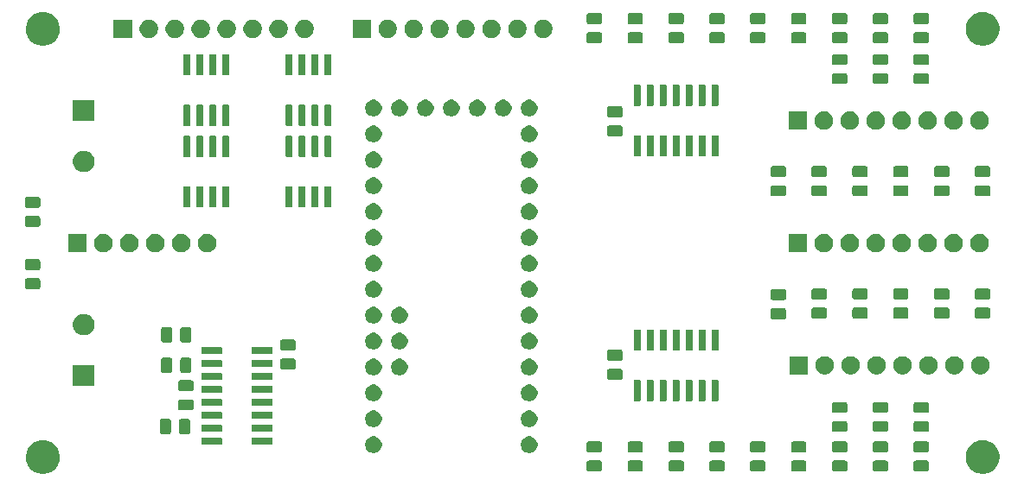
<source format=gts>
G04 #@! TF.GenerationSoftware,KiCad,Pcbnew,5.1.5-52549c5~84~ubuntu18.04.1*
G04 #@! TF.CreationDate,2020-03-25T21:43:52-04:00*
G04 #@! TF.ProjectId,footswitch,666f6f74-7377-4697-9463-682e6b696361,rev?*
G04 #@! TF.SameCoordinates,Original*
G04 #@! TF.FileFunction,Soldermask,Top*
G04 #@! TF.FilePolarity,Negative*
%FSLAX46Y46*%
G04 Gerber Fmt 4.6, Leading zero omitted, Abs format (unit mm)*
G04 Created by KiCad (PCBNEW 5.1.5-52549c5~84~ubuntu18.04.1) date 2020-03-25 21:43:52*
%MOMM*%
%LPD*%
G04 APERTURE LIST*
%ADD10C,0.100000*%
G04 APERTURE END LIST*
D10*
G36*
X116375256Y-64391298D02*
G01*
X116481579Y-64412447D01*
X116782042Y-64536903D01*
X117052451Y-64717585D01*
X117282415Y-64947549D01*
X117463097Y-65217958D01*
X117587381Y-65518005D01*
X117587553Y-65518422D01*
X117651000Y-65837389D01*
X117651000Y-66162611D01*
X117612334Y-66356995D01*
X117587553Y-66481579D01*
X117463097Y-66782042D01*
X117282415Y-67052451D01*
X117052451Y-67282415D01*
X116782042Y-67463097D01*
X116481579Y-67587553D01*
X116375256Y-67608702D01*
X116162611Y-67651000D01*
X115837389Y-67651000D01*
X115624744Y-67608702D01*
X115518421Y-67587553D01*
X115217958Y-67463097D01*
X114947549Y-67282415D01*
X114717585Y-67052451D01*
X114536903Y-66782042D01*
X114412447Y-66481579D01*
X114387666Y-66356995D01*
X114349000Y-66162611D01*
X114349000Y-65837389D01*
X114412447Y-65518422D01*
X114412620Y-65518005D01*
X114536903Y-65217958D01*
X114717585Y-64947549D01*
X114947549Y-64717585D01*
X115217958Y-64536903D01*
X115518421Y-64412447D01*
X115624744Y-64391298D01*
X115837389Y-64349000D01*
X116162611Y-64349000D01*
X116375256Y-64391298D01*
G37*
G36*
X24375256Y-64391298D02*
G01*
X24481579Y-64412447D01*
X24782042Y-64536903D01*
X25052451Y-64717585D01*
X25282415Y-64947549D01*
X25463097Y-65217958D01*
X25587381Y-65518005D01*
X25587553Y-65518422D01*
X25651000Y-65837389D01*
X25651000Y-66162611D01*
X25612334Y-66356995D01*
X25587553Y-66481579D01*
X25463097Y-66782042D01*
X25282415Y-67052451D01*
X25052451Y-67282415D01*
X24782042Y-67463097D01*
X24481579Y-67587553D01*
X24375256Y-67608702D01*
X24162611Y-67651000D01*
X23837389Y-67651000D01*
X23624744Y-67608702D01*
X23518421Y-67587553D01*
X23217958Y-67463097D01*
X22947549Y-67282415D01*
X22717585Y-67052451D01*
X22536903Y-66782042D01*
X22412447Y-66481579D01*
X22387666Y-66356995D01*
X22349000Y-66162611D01*
X22349000Y-65837389D01*
X22412447Y-65518422D01*
X22412620Y-65518005D01*
X22536903Y-65217958D01*
X22717585Y-64947549D01*
X22947549Y-64717585D01*
X23217958Y-64536903D01*
X23518421Y-64412447D01*
X23624744Y-64391298D01*
X23837389Y-64349000D01*
X24162611Y-64349000D01*
X24375256Y-64391298D01*
G37*
G36*
X110584468Y-66341065D02*
G01*
X110623138Y-66352796D01*
X110658777Y-66371846D01*
X110690017Y-66397483D01*
X110715654Y-66428723D01*
X110734704Y-66464362D01*
X110746435Y-66503032D01*
X110751000Y-66549388D01*
X110751000Y-67200612D01*
X110746435Y-67246968D01*
X110734704Y-67285638D01*
X110715654Y-67321277D01*
X110690017Y-67352517D01*
X110658777Y-67378154D01*
X110623138Y-67397204D01*
X110584468Y-67408935D01*
X110538112Y-67413500D01*
X109461888Y-67413500D01*
X109415532Y-67408935D01*
X109376862Y-67397204D01*
X109341223Y-67378154D01*
X109309983Y-67352517D01*
X109284346Y-67321277D01*
X109265296Y-67285638D01*
X109253565Y-67246968D01*
X109249000Y-67200612D01*
X109249000Y-66549388D01*
X109253565Y-66503032D01*
X109265296Y-66464362D01*
X109284346Y-66428723D01*
X109309983Y-66397483D01*
X109341223Y-66371846D01*
X109376862Y-66352796D01*
X109415532Y-66341065D01*
X109461888Y-66336500D01*
X110538112Y-66336500D01*
X110584468Y-66341065D01*
G37*
G36*
X102584468Y-66341065D02*
G01*
X102623138Y-66352796D01*
X102658777Y-66371846D01*
X102690017Y-66397483D01*
X102715654Y-66428723D01*
X102734704Y-66464362D01*
X102746435Y-66503032D01*
X102751000Y-66549388D01*
X102751000Y-67200612D01*
X102746435Y-67246968D01*
X102734704Y-67285638D01*
X102715654Y-67321277D01*
X102690017Y-67352517D01*
X102658777Y-67378154D01*
X102623138Y-67397204D01*
X102584468Y-67408935D01*
X102538112Y-67413500D01*
X101461888Y-67413500D01*
X101415532Y-67408935D01*
X101376862Y-67397204D01*
X101341223Y-67378154D01*
X101309983Y-67352517D01*
X101284346Y-67321277D01*
X101265296Y-67285638D01*
X101253565Y-67246968D01*
X101249000Y-67200612D01*
X101249000Y-66549388D01*
X101253565Y-66503032D01*
X101265296Y-66464362D01*
X101284346Y-66428723D01*
X101309983Y-66397483D01*
X101341223Y-66371846D01*
X101376862Y-66352796D01*
X101415532Y-66341065D01*
X101461888Y-66336500D01*
X102538112Y-66336500D01*
X102584468Y-66341065D01*
G37*
G36*
X78584468Y-66341065D02*
G01*
X78623138Y-66352796D01*
X78658777Y-66371846D01*
X78690017Y-66397483D01*
X78715654Y-66428723D01*
X78734704Y-66464362D01*
X78746435Y-66503032D01*
X78751000Y-66549388D01*
X78751000Y-67200612D01*
X78746435Y-67246968D01*
X78734704Y-67285638D01*
X78715654Y-67321277D01*
X78690017Y-67352517D01*
X78658777Y-67378154D01*
X78623138Y-67397204D01*
X78584468Y-67408935D01*
X78538112Y-67413500D01*
X77461888Y-67413500D01*
X77415532Y-67408935D01*
X77376862Y-67397204D01*
X77341223Y-67378154D01*
X77309983Y-67352517D01*
X77284346Y-67321277D01*
X77265296Y-67285638D01*
X77253565Y-67246968D01*
X77249000Y-67200612D01*
X77249000Y-66549388D01*
X77253565Y-66503032D01*
X77265296Y-66464362D01*
X77284346Y-66428723D01*
X77309983Y-66397483D01*
X77341223Y-66371846D01*
X77376862Y-66352796D01*
X77415532Y-66341065D01*
X77461888Y-66336500D01*
X78538112Y-66336500D01*
X78584468Y-66341065D01*
G37*
G36*
X90584468Y-66341065D02*
G01*
X90623138Y-66352796D01*
X90658777Y-66371846D01*
X90690017Y-66397483D01*
X90715654Y-66428723D01*
X90734704Y-66464362D01*
X90746435Y-66503032D01*
X90751000Y-66549388D01*
X90751000Y-67200612D01*
X90746435Y-67246968D01*
X90734704Y-67285638D01*
X90715654Y-67321277D01*
X90690017Y-67352517D01*
X90658777Y-67378154D01*
X90623138Y-67397204D01*
X90584468Y-67408935D01*
X90538112Y-67413500D01*
X89461888Y-67413500D01*
X89415532Y-67408935D01*
X89376862Y-67397204D01*
X89341223Y-67378154D01*
X89309983Y-67352517D01*
X89284346Y-67321277D01*
X89265296Y-67285638D01*
X89253565Y-67246968D01*
X89249000Y-67200612D01*
X89249000Y-66549388D01*
X89253565Y-66503032D01*
X89265296Y-66464362D01*
X89284346Y-66428723D01*
X89309983Y-66397483D01*
X89341223Y-66371846D01*
X89376862Y-66352796D01*
X89415532Y-66341065D01*
X89461888Y-66336500D01*
X90538112Y-66336500D01*
X90584468Y-66341065D01*
G37*
G36*
X86584468Y-66341065D02*
G01*
X86623138Y-66352796D01*
X86658777Y-66371846D01*
X86690017Y-66397483D01*
X86715654Y-66428723D01*
X86734704Y-66464362D01*
X86746435Y-66503032D01*
X86751000Y-66549388D01*
X86751000Y-67200612D01*
X86746435Y-67246968D01*
X86734704Y-67285638D01*
X86715654Y-67321277D01*
X86690017Y-67352517D01*
X86658777Y-67378154D01*
X86623138Y-67397204D01*
X86584468Y-67408935D01*
X86538112Y-67413500D01*
X85461888Y-67413500D01*
X85415532Y-67408935D01*
X85376862Y-67397204D01*
X85341223Y-67378154D01*
X85309983Y-67352517D01*
X85284346Y-67321277D01*
X85265296Y-67285638D01*
X85253565Y-67246968D01*
X85249000Y-67200612D01*
X85249000Y-66549388D01*
X85253565Y-66503032D01*
X85265296Y-66464362D01*
X85284346Y-66428723D01*
X85309983Y-66397483D01*
X85341223Y-66371846D01*
X85376862Y-66352796D01*
X85415532Y-66341065D01*
X85461888Y-66336500D01*
X86538112Y-66336500D01*
X86584468Y-66341065D01*
G37*
G36*
X98584468Y-66341065D02*
G01*
X98623138Y-66352796D01*
X98658777Y-66371846D01*
X98690017Y-66397483D01*
X98715654Y-66428723D01*
X98734704Y-66464362D01*
X98746435Y-66503032D01*
X98751000Y-66549388D01*
X98751000Y-67200612D01*
X98746435Y-67246968D01*
X98734704Y-67285638D01*
X98715654Y-67321277D01*
X98690017Y-67352517D01*
X98658777Y-67378154D01*
X98623138Y-67397204D01*
X98584468Y-67408935D01*
X98538112Y-67413500D01*
X97461888Y-67413500D01*
X97415532Y-67408935D01*
X97376862Y-67397204D01*
X97341223Y-67378154D01*
X97309983Y-67352517D01*
X97284346Y-67321277D01*
X97265296Y-67285638D01*
X97253565Y-67246968D01*
X97249000Y-67200612D01*
X97249000Y-66549388D01*
X97253565Y-66503032D01*
X97265296Y-66464362D01*
X97284346Y-66428723D01*
X97309983Y-66397483D01*
X97341223Y-66371846D01*
X97376862Y-66352796D01*
X97415532Y-66341065D01*
X97461888Y-66336500D01*
X98538112Y-66336500D01*
X98584468Y-66341065D01*
G37*
G36*
X94584468Y-66341065D02*
G01*
X94623138Y-66352796D01*
X94658777Y-66371846D01*
X94690017Y-66397483D01*
X94715654Y-66428723D01*
X94734704Y-66464362D01*
X94746435Y-66503032D01*
X94751000Y-66549388D01*
X94751000Y-67200612D01*
X94746435Y-67246968D01*
X94734704Y-67285638D01*
X94715654Y-67321277D01*
X94690017Y-67352517D01*
X94658777Y-67378154D01*
X94623138Y-67397204D01*
X94584468Y-67408935D01*
X94538112Y-67413500D01*
X93461888Y-67413500D01*
X93415532Y-67408935D01*
X93376862Y-67397204D01*
X93341223Y-67378154D01*
X93309983Y-67352517D01*
X93284346Y-67321277D01*
X93265296Y-67285638D01*
X93253565Y-67246968D01*
X93249000Y-67200612D01*
X93249000Y-66549388D01*
X93253565Y-66503032D01*
X93265296Y-66464362D01*
X93284346Y-66428723D01*
X93309983Y-66397483D01*
X93341223Y-66371846D01*
X93376862Y-66352796D01*
X93415532Y-66341065D01*
X93461888Y-66336500D01*
X94538112Y-66336500D01*
X94584468Y-66341065D01*
G37*
G36*
X106584468Y-66341065D02*
G01*
X106623138Y-66352796D01*
X106658777Y-66371846D01*
X106690017Y-66397483D01*
X106715654Y-66428723D01*
X106734704Y-66464362D01*
X106746435Y-66503032D01*
X106751000Y-66549388D01*
X106751000Y-67200612D01*
X106746435Y-67246968D01*
X106734704Y-67285638D01*
X106715654Y-67321277D01*
X106690017Y-67352517D01*
X106658777Y-67378154D01*
X106623138Y-67397204D01*
X106584468Y-67408935D01*
X106538112Y-67413500D01*
X105461888Y-67413500D01*
X105415532Y-67408935D01*
X105376862Y-67397204D01*
X105341223Y-67378154D01*
X105309983Y-67352517D01*
X105284346Y-67321277D01*
X105265296Y-67285638D01*
X105253565Y-67246968D01*
X105249000Y-67200612D01*
X105249000Y-66549388D01*
X105253565Y-66503032D01*
X105265296Y-66464362D01*
X105284346Y-66428723D01*
X105309983Y-66397483D01*
X105341223Y-66371846D01*
X105376862Y-66352796D01*
X105415532Y-66341065D01*
X105461888Y-66336500D01*
X106538112Y-66336500D01*
X106584468Y-66341065D01*
G37*
G36*
X82584468Y-66341065D02*
G01*
X82623138Y-66352796D01*
X82658777Y-66371846D01*
X82690017Y-66397483D01*
X82715654Y-66428723D01*
X82734704Y-66464362D01*
X82746435Y-66503032D01*
X82751000Y-66549388D01*
X82751000Y-67200612D01*
X82746435Y-67246968D01*
X82734704Y-67285638D01*
X82715654Y-67321277D01*
X82690017Y-67352517D01*
X82658777Y-67378154D01*
X82623138Y-67397204D01*
X82584468Y-67408935D01*
X82538112Y-67413500D01*
X81461888Y-67413500D01*
X81415532Y-67408935D01*
X81376862Y-67397204D01*
X81341223Y-67378154D01*
X81309983Y-67352517D01*
X81284346Y-67321277D01*
X81265296Y-67285638D01*
X81253565Y-67246968D01*
X81249000Y-67200612D01*
X81249000Y-66549388D01*
X81253565Y-66503032D01*
X81265296Y-66464362D01*
X81284346Y-66428723D01*
X81309983Y-66397483D01*
X81341223Y-66371846D01*
X81376862Y-66352796D01*
X81415532Y-66341065D01*
X81461888Y-66336500D01*
X82538112Y-66336500D01*
X82584468Y-66341065D01*
G37*
G36*
X56617142Y-63998242D02*
G01*
X56765101Y-64059529D01*
X56898255Y-64148499D01*
X57011501Y-64261745D01*
X57100471Y-64394899D01*
X57161758Y-64542858D01*
X57193000Y-64699925D01*
X57193000Y-64860075D01*
X57161758Y-65017142D01*
X57100471Y-65165101D01*
X57011501Y-65298255D01*
X56898255Y-65411501D01*
X56765101Y-65500471D01*
X56617142Y-65561758D01*
X56460075Y-65593000D01*
X56299925Y-65593000D01*
X56142858Y-65561758D01*
X55994899Y-65500471D01*
X55861745Y-65411501D01*
X55748499Y-65298255D01*
X55659529Y-65165101D01*
X55598242Y-65017142D01*
X55567000Y-64860075D01*
X55567000Y-64699925D01*
X55598242Y-64542858D01*
X55659529Y-64394899D01*
X55748499Y-64261745D01*
X55861745Y-64148499D01*
X55994899Y-64059529D01*
X56142858Y-63998242D01*
X56299925Y-63967000D01*
X56460075Y-63967000D01*
X56617142Y-63998242D01*
G37*
G36*
X71857142Y-63998242D02*
G01*
X72005101Y-64059529D01*
X72138255Y-64148499D01*
X72251501Y-64261745D01*
X72340471Y-64394899D01*
X72401758Y-64542858D01*
X72433000Y-64699925D01*
X72433000Y-64860075D01*
X72401758Y-65017142D01*
X72340471Y-65165101D01*
X72251501Y-65298255D01*
X72138255Y-65411501D01*
X72005101Y-65500471D01*
X71857142Y-65561758D01*
X71700075Y-65593000D01*
X71539925Y-65593000D01*
X71382858Y-65561758D01*
X71234899Y-65500471D01*
X71101745Y-65411501D01*
X70988499Y-65298255D01*
X70899529Y-65165101D01*
X70838242Y-65017142D01*
X70807000Y-64860075D01*
X70807000Y-64699925D01*
X70838242Y-64542858D01*
X70899529Y-64394899D01*
X70988499Y-64261745D01*
X71101745Y-64148499D01*
X71234899Y-64059529D01*
X71382858Y-63998242D01*
X71539925Y-63967000D01*
X71700075Y-63967000D01*
X71857142Y-63998242D01*
G37*
G36*
X82584468Y-64466065D02*
G01*
X82623138Y-64477796D01*
X82658777Y-64496846D01*
X82690017Y-64522483D01*
X82715654Y-64553723D01*
X82734704Y-64589362D01*
X82746435Y-64628032D01*
X82751000Y-64674388D01*
X82751000Y-65325612D01*
X82746435Y-65371968D01*
X82734704Y-65410638D01*
X82715654Y-65446277D01*
X82690017Y-65477517D01*
X82658777Y-65503154D01*
X82623138Y-65522204D01*
X82584468Y-65533935D01*
X82538112Y-65538500D01*
X81461888Y-65538500D01*
X81415532Y-65533935D01*
X81376862Y-65522204D01*
X81341223Y-65503154D01*
X81309983Y-65477517D01*
X81284346Y-65446277D01*
X81265296Y-65410638D01*
X81253565Y-65371968D01*
X81249000Y-65325612D01*
X81249000Y-64674388D01*
X81253565Y-64628032D01*
X81265296Y-64589362D01*
X81284346Y-64553723D01*
X81309983Y-64522483D01*
X81341223Y-64496846D01*
X81376862Y-64477796D01*
X81415532Y-64466065D01*
X81461888Y-64461500D01*
X82538112Y-64461500D01*
X82584468Y-64466065D01*
G37*
G36*
X98584468Y-64466065D02*
G01*
X98623138Y-64477796D01*
X98658777Y-64496846D01*
X98690017Y-64522483D01*
X98715654Y-64553723D01*
X98734704Y-64589362D01*
X98746435Y-64628032D01*
X98751000Y-64674388D01*
X98751000Y-65325612D01*
X98746435Y-65371968D01*
X98734704Y-65410638D01*
X98715654Y-65446277D01*
X98690017Y-65477517D01*
X98658777Y-65503154D01*
X98623138Y-65522204D01*
X98584468Y-65533935D01*
X98538112Y-65538500D01*
X97461888Y-65538500D01*
X97415532Y-65533935D01*
X97376862Y-65522204D01*
X97341223Y-65503154D01*
X97309983Y-65477517D01*
X97284346Y-65446277D01*
X97265296Y-65410638D01*
X97253565Y-65371968D01*
X97249000Y-65325612D01*
X97249000Y-64674388D01*
X97253565Y-64628032D01*
X97265296Y-64589362D01*
X97284346Y-64553723D01*
X97309983Y-64522483D01*
X97341223Y-64496846D01*
X97376862Y-64477796D01*
X97415532Y-64466065D01*
X97461888Y-64461500D01*
X98538112Y-64461500D01*
X98584468Y-64466065D01*
G37*
G36*
X94584468Y-64466065D02*
G01*
X94623138Y-64477796D01*
X94658777Y-64496846D01*
X94690017Y-64522483D01*
X94715654Y-64553723D01*
X94734704Y-64589362D01*
X94746435Y-64628032D01*
X94751000Y-64674388D01*
X94751000Y-65325612D01*
X94746435Y-65371968D01*
X94734704Y-65410638D01*
X94715654Y-65446277D01*
X94690017Y-65477517D01*
X94658777Y-65503154D01*
X94623138Y-65522204D01*
X94584468Y-65533935D01*
X94538112Y-65538500D01*
X93461888Y-65538500D01*
X93415532Y-65533935D01*
X93376862Y-65522204D01*
X93341223Y-65503154D01*
X93309983Y-65477517D01*
X93284346Y-65446277D01*
X93265296Y-65410638D01*
X93253565Y-65371968D01*
X93249000Y-65325612D01*
X93249000Y-64674388D01*
X93253565Y-64628032D01*
X93265296Y-64589362D01*
X93284346Y-64553723D01*
X93309983Y-64522483D01*
X93341223Y-64496846D01*
X93376862Y-64477796D01*
X93415532Y-64466065D01*
X93461888Y-64461500D01*
X94538112Y-64461500D01*
X94584468Y-64466065D01*
G37*
G36*
X90584468Y-64466065D02*
G01*
X90623138Y-64477796D01*
X90658777Y-64496846D01*
X90690017Y-64522483D01*
X90715654Y-64553723D01*
X90734704Y-64589362D01*
X90746435Y-64628032D01*
X90751000Y-64674388D01*
X90751000Y-65325612D01*
X90746435Y-65371968D01*
X90734704Y-65410638D01*
X90715654Y-65446277D01*
X90690017Y-65477517D01*
X90658777Y-65503154D01*
X90623138Y-65522204D01*
X90584468Y-65533935D01*
X90538112Y-65538500D01*
X89461888Y-65538500D01*
X89415532Y-65533935D01*
X89376862Y-65522204D01*
X89341223Y-65503154D01*
X89309983Y-65477517D01*
X89284346Y-65446277D01*
X89265296Y-65410638D01*
X89253565Y-65371968D01*
X89249000Y-65325612D01*
X89249000Y-64674388D01*
X89253565Y-64628032D01*
X89265296Y-64589362D01*
X89284346Y-64553723D01*
X89309983Y-64522483D01*
X89341223Y-64496846D01*
X89376862Y-64477796D01*
X89415532Y-64466065D01*
X89461888Y-64461500D01*
X90538112Y-64461500D01*
X90584468Y-64466065D01*
G37*
G36*
X78584468Y-64466065D02*
G01*
X78623138Y-64477796D01*
X78658777Y-64496846D01*
X78690017Y-64522483D01*
X78715654Y-64553723D01*
X78734704Y-64589362D01*
X78746435Y-64628032D01*
X78751000Y-64674388D01*
X78751000Y-65325612D01*
X78746435Y-65371968D01*
X78734704Y-65410638D01*
X78715654Y-65446277D01*
X78690017Y-65477517D01*
X78658777Y-65503154D01*
X78623138Y-65522204D01*
X78584468Y-65533935D01*
X78538112Y-65538500D01*
X77461888Y-65538500D01*
X77415532Y-65533935D01*
X77376862Y-65522204D01*
X77341223Y-65503154D01*
X77309983Y-65477517D01*
X77284346Y-65446277D01*
X77265296Y-65410638D01*
X77253565Y-65371968D01*
X77249000Y-65325612D01*
X77249000Y-64674388D01*
X77253565Y-64628032D01*
X77265296Y-64589362D01*
X77284346Y-64553723D01*
X77309983Y-64522483D01*
X77341223Y-64496846D01*
X77376862Y-64477796D01*
X77415532Y-64466065D01*
X77461888Y-64461500D01*
X78538112Y-64461500D01*
X78584468Y-64466065D01*
G37*
G36*
X106584468Y-64466065D02*
G01*
X106623138Y-64477796D01*
X106658777Y-64496846D01*
X106690017Y-64522483D01*
X106715654Y-64553723D01*
X106734704Y-64589362D01*
X106746435Y-64628032D01*
X106751000Y-64674388D01*
X106751000Y-65325612D01*
X106746435Y-65371968D01*
X106734704Y-65410638D01*
X106715654Y-65446277D01*
X106690017Y-65477517D01*
X106658777Y-65503154D01*
X106623138Y-65522204D01*
X106584468Y-65533935D01*
X106538112Y-65538500D01*
X105461888Y-65538500D01*
X105415532Y-65533935D01*
X105376862Y-65522204D01*
X105341223Y-65503154D01*
X105309983Y-65477517D01*
X105284346Y-65446277D01*
X105265296Y-65410638D01*
X105253565Y-65371968D01*
X105249000Y-65325612D01*
X105249000Y-64674388D01*
X105253565Y-64628032D01*
X105265296Y-64589362D01*
X105284346Y-64553723D01*
X105309983Y-64522483D01*
X105341223Y-64496846D01*
X105376862Y-64477796D01*
X105415532Y-64466065D01*
X105461888Y-64461500D01*
X106538112Y-64461500D01*
X106584468Y-64466065D01*
G37*
G36*
X102584468Y-64466065D02*
G01*
X102623138Y-64477796D01*
X102658777Y-64496846D01*
X102690017Y-64522483D01*
X102715654Y-64553723D01*
X102734704Y-64589362D01*
X102746435Y-64628032D01*
X102751000Y-64674388D01*
X102751000Y-65325612D01*
X102746435Y-65371968D01*
X102734704Y-65410638D01*
X102715654Y-65446277D01*
X102690017Y-65477517D01*
X102658777Y-65503154D01*
X102623138Y-65522204D01*
X102584468Y-65533935D01*
X102538112Y-65538500D01*
X101461888Y-65538500D01*
X101415532Y-65533935D01*
X101376862Y-65522204D01*
X101341223Y-65503154D01*
X101309983Y-65477517D01*
X101284346Y-65446277D01*
X101265296Y-65410638D01*
X101253565Y-65371968D01*
X101249000Y-65325612D01*
X101249000Y-64674388D01*
X101253565Y-64628032D01*
X101265296Y-64589362D01*
X101284346Y-64553723D01*
X101309983Y-64522483D01*
X101341223Y-64496846D01*
X101376862Y-64477796D01*
X101415532Y-64466065D01*
X101461888Y-64461500D01*
X102538112Y-64461500D01*
X102584468Y-64466065D01*
G37*
G36*
X86584468Y-64466065D02*
G01*
X86623138Y-64477796D01*
X86658777Y-64496846D01*
X86690017Y-64522483D01*
X86715654Y-64553723D01*
X86734704Y-64589362D01*
X86746435Y-64628032D01*
X86751000Y-64674388D01*
X86751000Y-65325612D01*
X86746435Y-65371968D01*
X86734704Y-65410638D01*
X86715654Y-65446277D01*
X86690017Y-65477517D01*
X86658777Y-65503154D01*
X86623138Y-65522204D01*
X86584468Y-65533935D01*
X86538112Y-65538500D01*
X85461888Y-65538500D01*
X85415532Y-65533935D01*
X85376862Y-65522204D01*
X85341223Y-65503154D01*
X85309983Y-65477517D01*
X85284346Y-65446277D01*
X85265296Y-65410638D01*
X85253565Y-65371968D01*
X85249000Y-65325612D01*
X85249000Y-64674388D01*
X85253565Y-64628032D01*
X85265296Y-64589362D01*
X85284346Y-64553723D01*
X85309983Y-64522483D01*
X85341223Y-64496846D01*
X85376862Y-64477796D01*
X85415532Y-64466065D01*
X85461888Y-64461500D01*
X86538112Y-64461500D01*
X86584468Y-64466065D01*
G37*
G36*
X110584468Y-64466065D02*
G01*
X110623138Y-64477796D01*
X110658777Y-64496846D01*
X110690017Y-64522483D01*
X110715654Y-64553723D01*
X110734704Y-64589362D01*
X110746435Y-64628032D01*
X110751000Y-64674388D01*
X110751000Y-65325612D01*
X110746435Y-65371968D01*
X110734704Y-65410638D01*
X110715654Y-65446277D01*
X110690017Y-65477517D01*
X110658777Y-65503154D01*
X110623138Y-65522204D01*
X110584468Y-65533935D01*
X110538112Y-65538500D01*
X109461888Y-65538500D01*
X109415532Y-65533935D01*
X109376862Y-65522204D01*
X109341223Y-65503154D01*
X109309983Y-65477517D01*
X109284346Y-65446277D01*
X109265296Y-65410638D01*
X109253565Y-65371968D01*
X109249000Y-65325612D01*
X109249000Y-64674388D01*
X109253565Y-64628032D01*
X109265296Y-64589362D01*
X109284346Y-64553723D01*
X109309983Y-64522483D01*
X109341223Y-64496846D01*
X109376862Y-64477796D01*
X109415532Y-64466065D01*
X109461888Y-64461500D01*
X110538112Y-64461500D01*
X110584468Y-64466065D01*
G37*
G36*
X41459928Y-64096764D02*
G01*
X41481009Y-64103160D01*
X41500445Y-64113548D01*
X41517476Y-64127524D01*
X41531452Y-64144555D01*
X41541840Y-64163991D01*
X41548236Y-64185072D01*
X41551000Y-64213140D01*
X41551000Y-64676860D01*
X41548236Y-64704928D01*
X41541840Y-64726009D01*
X41531452Y-64745445D01*
X41517476Y-64762476D01*
X41500445Y-64776452D01*
X41481009Y-64786840D01*
X41459928Y-64793236D01*
X41431860Y-64796000D01*
X39618140Y-64796000D01*
X39590072Y-64793236D01*
X39568991Y-64786840D01*
X39549555Y-64776452D01*
X39532524Y-64762476D01*
X39518548Y-64745445D01*
X39508160Y-64726009D01*
X39501764Y-64704928D01*
X39499000Y-64676860D01*
X39499000Y-64213140D01*
X39501764Y-64185072D01*
X39508160Y-64163991D01*
X39518548Y-64144555D01*
X39532524Y-64127524D01*
X39549555Y-64113548D01*
X39568991Y-64103160D01*
X39590072Y-64096764D01*
X39618140Y-64094000D01*
X41431860Y-64094000D01*
X41459928Y-64096764D01*
G37*
G36*
X46409928Y-64096764D02*
G01*
X46431009Y-64103160D01*
X46450445Y-64113548D01*
X46467476Y-64127524D01*
X46481452Y-64144555D01*
X46491840Y-64163991D01*
X46498236Y-64185072D01*
X46501000Y-64213140D01*
X46501000Y-64676860D01*
X46498236Y-64704928D01*
X46491840Y-64726009D01*
X46481452Y-64745445D01*
X46467476Y-64762476D01*
X46450445Y-64776452D01*
X46431009Y-64786840D01*
X46409928Y-64793236D01*
X46381860Y-64796000D01*
X44568140Y-64796000D01*
X44540072Y-64793236D01*
X44518991Y-64786840D01*
X44499555Y-64776452D01*
X44482524Y-64762476D01*
X44468548Y-64745445D01*
X44458160Y-64726009D01*
X44451764Y-64704928D01*
X44449000Y-64676860D01*
X44449000Y-64213140D01*
X44451764Y-64185072D01*
X44458160Y-64163991D01*
X44468548Y-64144555D01*
X44482524Y-64127524D01*
X44499555Y-64113548D01*
X44518991Y-64103160D01*
X44540072Y-64096764D01*
X44568140Y-64094000D01*
X46381860Y-64094000D01*
X46409928Y-64096764D01*
G37*
G36*
X36371968Y-62253565D02*
G01*
X36410638Y-62265296D01*
X36446277Y-62284346D01*
X36477517Y-62309983D01*
X36503154Y-62341223D01*
X36522204Y-62376862D01*
X36533935Y-62415532D01*
X36538500Y-62461888D01*
X36538500Y-63538112D01*
X36533935Y-63584468D01*
X36522204Y-63623138D01*
X36503154Y-63658777D01*
X36477517Y-63690017D01*
X36446277Y-63715654D01*
X36410638Y-63734704D01*
X36371968Y-63746435D01*
X36325612Y-63751000D01*
X35674388Y-63751000D01*
X35628032Y-63746435D01*
X35589362Y-63734704D01*
X35553723Y-63715654D01*
X35522483Y-63690017D01*
X35496846Y-63658777D01*
X35477796Y-63623138D01*
X35466065Y-63584468D01*
X35461500Y-63538112D01*
X35461500Y-62461888D01*
X35466065Y-62415532D01*
X35477796Y-62376862D01*
X35496846Y-62341223D01*
X35522483Y-62309983D01*
X35553723Y-62284346D01*
X35589362Y-62265296D01*
X35628032Y-62253565D01*
X35674388Y-62249000D01*
X36325612Y-62249000D01*
X36371968Y-62253565D01*
G37*
G36*
X38246968Y-62253565D02*
G01*
X38285638Y-62265296D01*
X38321277Y-62284346D01*
X38352517Y-62309983D01*
X38378154Y-62341223D01*
X38397204Y-62376862D01*
X38408935Y-62415532D01*
X38413500Y-62461888D01*
X38413500Y-63538112D01*
X38408935Y-63584468D01*
X38397204Y-63623138D01*
X38378154Y-63658777D01*
X38352517Y-63690017D01*
X38321277Y-63715654D01*
X38285638Y-63734704D01*
X38246968Y-63746435D01*
X38200612Y-63751000D01*
X37549388Y-63751000D01*
X37503032Y-63746435D01*
X37464362Y-63734704D01*
X37428723Y-63715654D01*
X37397483Y-63690017D01*
X37371846Y-63658777D01*
X37352796Y-63623138D01*
X37341065Y-63584468D01*
X37336500Y-63538112D01*
X37336500Y-62461888D01*
X37341065Y-62415532D01*
X37352796Y-62376862D01*
X37371846Y-62341223D01*
X37397483Y-62309983D01*
X37428723Y-62284346D01*
X37464362Y-62265296D01*
X37503032Y-62253565D01*
X37549388Y-62249000D01*
X38200612Y-62249000D01*
X38246968Y-62253565D01*
G37*
G36*
X110584468Y-62466065D02*
G01*
X110623138Y-62477796D01*
X110658777Y-62496846D01*
X110690017Y-62522483D01*
X110715654Y-62553723D01*
X110734704Y-62589362D01*
X110746435Y-62628032D01*
X110751000Y-62674388D01*
X110751000Y-63325612D01*
X110746435Y-63371968D01*
X110734704Y-63410638D01*
X110715654Y-63446277D01*
X110690017Y-63477517D01*
X110658777Y-63503154D01*
X110623138Y-63522204D01*
X110584468Y-63533935D01*
X110538112Y-63538500D01*
X109461888Y-63538500D01*
X109415532Y-63533935D01*
X109376862Y-63522204D01*
X109341223Y-63503154D01*
X109309983Y-63477517D01*
X109284346Y-63446277D01*
X109265296Y-63410638D01*
X109253565Y-63371968D01*
X109249000Y-63325612D01*
X109249000Y-62674388D01*
X109253565Y-62628032D01*
X109265296Y-62589362D01*
X109284346Y-62553723D01*
X109309983Y-62522483D01*
X109341223Y-62496846D01*
X109376862Y-62477796D01*
X109415532Y-62466065D01*
X109461888Y-62461500D01*
X110538112Y-62461500D01*
X110584468Y-62466065D01*
G37*
G36*
X106584468Y-62466065D02*
G01*
X106623138Y-62477796D01*
X106658777Y-62496846D01*
X106690017Y-62522483D01*
X106715654Y-62553723D01*
X106734704Y-62589362D01*
X106746435Y-62628032D01*
X106751000Y-62674388D01*
X106751000Y-63325612D01*
X106746435Y-63371968D01*
X106734704Y-63410638D01*
X106715654Y-63446277D01*
X106690017Y-63477517D01*
X106658777Y-63503154D01*
X106623138Y-63522204D01*
X106584468Y-63533935D01*
X106538112Y-63538500D01*
X105461888Y-63538500D01*
X105415532Y-63533935D01*
X105376862Y-63522204D01*
X105341223Y-63503154D01*
X105309983Y-63477517D01*
X105284346Y-63446277D01*
X105265296Y-63410638D01*
X105253565Y-63371968D01*
X105249000Y-63325612D01*
X105249000Y-62674388D01*
X105253565Y-62628032D01*
X105265296Y-62589362D01*
X105284346Y-62553723D01*
X105309983Y-62522483D01*
X105341223Y-62496846D01*
X105376862Y-62477796D01*
X105415532Y-62466065D01*
X105461888Y-62461500D01*
X106538112Y-62461500D01*
X106584468Y-62466065D01*
G37*
G36*
X102584468Y-62466065D02*
G01*
X102623138Y-62477796D01*
X102658777Y-62496846D01*
X102690017Y-62522483D01*
X102715654Y-62553723D01*
X102734704Y-62589362D01*
X102746435Y-62628032D01*
X102751000Y-62674388D01*
X102751000Y-63325612D01*
X102746435Y-63371968D01*
X102734704Y-63410638D01*
X102715654Y-63446277D01*
X102690017Y-63477517D01*
X102658777Y-63503154D01*
X102623138Y-63522204D01*
X102584468Y-63533935D01*
X102538112Y-63538500D01*
X101461888Y-63538500D01*
X101415532Y-63533935D01*
X101376862Y-63522204D01*
X101341223Y-63503154D01*
X101309983Y-63477517D01*
X101284346Y-63446277D01*
X101265296Y-63410638D01*
X101253565Y-63371968D01*
X101249000Y-63325612D01*
X101249000Y-62674388D01*
X101253565Y-62628032D01*
X101265296Y-62589362D01*
X101284346Y-62553723D01*
X101309983Y-62522483D01*
X101341223Y-62496846D01*
X101376862Y-62477796D01*
X101415532Y-62466065D01*
X101461888Y-62461500D01*
X102538112Y-62461500D01*
X102584468Y-62466065D01*
G37*
G36*
X41459928Y-62826764D02*
G01*
X41481009Y-62833160D01*
X41500445Y-62843548D01*
X41517476Y-62857524D01*
X41531452Y-62874555D01*
X41541840Y-62893991D01*
X41548236Y-62915072D01*
X41551000Y-62943140D01*
X41551000Y-63406860D01*
X41548236Y-63434928D01*
X41541840Y-63456009D01*
X41531452Y-63475445D01*
X41517476Y-63492476D01*
X41500445Y-63506452D01*
X41481009Y-63516840D01*
X41459928Y-63523236D01*
X41431860Y-63526000D01*
X39618140Y-63526000D01*
X39590072Y-63523236D01*
X39568991Y-63516840D01*
X39549555Y-63506452D01*
X39532524Y-63492476D01*
X39518548Y-63475445D01*
X39508160Y-63456009D01*
X39501764Y-63434928D01*
X39499000Y-63406860D01*
X39499000Y-62943140D01*
X39501764Y-62915072D01*
X39508160Y-62893991D01*
X39518548Y-62874555D01*
X39532524Y-62857524D01*
X39549555Y-62843548D01*
X39568991Y-62833160D01*
X39590072Y-62826764D01*
X39618140Y-62824000D01*
X41431860Y-62824000D01*
X41459928Y-62826764D01*
G37*
G36*
X46409928Y-62826764D02*
G01*
X46431009Y-62833160D01*
X46450445Y-62843548D01*
X46467476Y-62857524D01*
X46481452Y-62874555D01*
X46491840Y-62893991D01*
X46498236Y-62915072D01*
X46501000Y-62943140D01*
X46501000Y-63406860D01*
X46498236Y-63434928D01*
X46491840Y-63456009D01*
X46481452Y-63475445D01*
X46467476Y-63492476D01*
X46450445Y-63506452D01*
X46431009Y-63516840D01*
X46409928Y-63523236D01*
X46381860Y-63526000D01*
X44568140Y-63526000D01*
X44540072Y-63523236D01*
X44518991Y-63516840D01*
X44499555Y-63506452D01*
X44482524Y-63492476D01*
X44468548Y-63475445D01*
X44458160Y-63456009D01*
X44451764Y-63434928D01*
X44449000Y-63406860D01*
X44449000Y-62943140D01*
X44451764Y-62915072D01*
X44458160Y-62893991D01*
X44468548Y-62874555D01*
X44482524Y-62857524D01*
X44499555Y-62843548D01*
X44518991Y-62833160D01*
X44540072Y-62826764D01*
X44568140Y-62824000D01*
X46381860Y-62824000D01*
X46409928Y-62826764D01*
G37*
G36*
X71857142Y-61458242D02*
G01*
X72005101Y-61519529D01*
X72138255Y-61608499D01*
X72251501Y-61721745D01*
X72340471Y-61854899D01*
X72401758Y-62002858D01*
X72433000Y-62159925D01*
X72433000Y-62320075D01*
X72401758Y-62477142D01*
X72340471Y-62625101D01*
X72251501Y-62758255D01*
X72138255Y-62871501D01*
X72005101Y-62960471D01*
X71857142Y-63021758D01*
X71700075Y-63053000D01*
X71539925Y-63053000D01*
X71382858Y-63021758D01*
X71234899Y-62960471D01*
X71101745Y-62871501D01*
X70988499Y-62758255D01*
X70899529Y-62625101D01*
X70838242Y-62477142D01*
X70807000Y-62320075D01*
X70807000Y-62159925D01*
X70838242Y-62002858D01*
X70899529Y-61854899D01*
X70988499Y-61721745D01*
X71101745Y-61608499D01*
X71234899Y-61519529D01*
X71382858Y-61458242D01*
X71539925Y-61427000D01*
X71700075Y-61427000D01*
X71857142Y-61458242D01*
G37*
G36*
X56617142Y-61458242D02*
G01*
X56765101Y-61519529D01*
X56898255Y-61608499D01*
X57011501Y-61721745D01*
X57100471Y-61854899D01*
X57161758Y-62002858D01*
X57193000Y-62159925D01*
X57193000Y-62320075D01*
X57161758Y-62477142D01*
X57100471Y-62625101D01*
X57011501Y-62758255D01*
X56898255Y-62871501D01*
X56765101Y-62960471D01*
X56617142Y-63021758D01*
X56460075Y-63053000D01*
X56299925Y-63053000D01*
X56142858Y-63021758D01*
X55994899Y-62960471D01*
X55861745Y-62871501D01*
X55748499Y-62758255D01*
X55659529Y-62625101D01*
X55598242Y-62477142D01*
X55567000Y-62320075D01*
X55567000Y-62159925D01*
X55598242Y-62002858D01*
X55659529Y-61854899D01*
X55748499Y-61721745D01*
X55861745Y-61608499D01*
X55994899Y-61519529D01*
X56142858Y-61458242D01*
X56299925Y-61427000D01*
X56460075Y-61427000D01*
X56617142Y-61458242D01*
G37*
G36*
X41459928Y-61556764D02*
G01*
X41481009Y-61563160D01*
X41500445Y-61573548D01*
X41517476Y-61587524D01*
X41531452Y-61604555D01*
X41541840Y-61623991D01*
X41548236Y-61645072D01*
X41551000Y-61673140D01*
X41551000Y-62136860D01*
X41548236Y-62164928D01*
X41541840Y-62186009D01*
X41531452Y-62205445D01*
X41517476Y-62222476D01*
X41500445Y-62236452D01*
X41481009Y-62246840D01*
X41459928Y-62253236D01*
X41431860Y-62256000D01*
X39618140Y-62256000D01*
X39590072Y-62253236D01*
X39568991Y-62246840D01*
X39549555Y-62236452D01*
X39532524Y-62222476D01*
X39518548Y-62205445D01*
X39508160Y-62186009D01*
X39501764Y-62164928D01*
X39499000Y-62136860D01*
X39499000Y-61673140D01*
X39501764Y-61645072D01*
X39508160Y-61623991D01*
X39518548Y-61604555D01*
X39532524Y-61587524D01*
X39549555Y-61573548D01*
X39568991Y-61563160D01*
X39590072Y-61556764D01*
X39618140Y-61554000D01*
X41431860Y-61554000D01*
X41459928Y-61556764D01*
G37*
G36*
X46409928Y-61556764D02*
G01*
X46431009Y-61563160D01*
X46450445Y-61573548D01*
X46467476Y-61587524D01*
X46481452Y-61604555D01*
X46491840Y-61623991D01*
X46498236Y-61645072D01*
X46501000Y-61673140D01*
X46501000Y-62136860D01*
X46498236Y-62164928D01*
X46491840Y-62186009D01*
X46481452Y-62205445D01*
X46467476Y-62222476D01*
X46450445Y-62236452D01*
X46431009Y-62246840D01*
X46409928Y-62253236D01*
X46381860Y-62256000D01*
X44568140Y-62256000D01*
X44540072Y-62253236D01*
X44518991Y-62246840D01*
X44499555Y-62236452D01*
X44482524Y-62222476D01*
X44468548Y-62205445D01*
X44458160Y-62186009D01*
X44451764Y-62164928D01*
X44449000Y-62136860D01*
X44449000Y-61673140D01*
X44451764Y-61645072D01*
X44458160Y-61623991D01*
X44468548Y-61604555D01*
X44482524Y-61587524D01*
X44499555Y-61573548D01*
X44518991Y-61563160D01*
X44540072Y-61556764D01*
X44568140Y-61554000D01*
X46381860Y-61554000D01*
X46409928Y-61556764D01*
G37*
G36*
X110584468Y-60591065D02*
G01*
X110623138Y-60602796D01*
X110658777Y-60621846D01*
X110690017Y-60647483D01*
X110715654Y-60678723D01*
X110734704Y-60714362D01*
X110746435Y-60753032D01*
X110751000Y-60799388D01*
X110751000Y-61450612D01*
X110746435Y-61496968D01*
X110734704Y-61535638D01*
X110715654Y-61571277D01*
X110690017Y-61602517D01*
X110658777Y-61628154D01*
X110623138Y-61647204D01*
X110584468Y-61658935D01*
X110538112Y-61663500D01*
X109461888Y-61663500D01*
X109415532Y-61658935D01*
X109376862Y-61647204D01*
X109341223Y-61628154D01*
X109309983Y-61602517D01*
X109284346Y-61571277D01*
X109265296Y-61535638D01*
X109253565Y-61496968D01*
X109249000Y-61450612D01*
X109249000Y-60799388D01*
X109253565Y-60753032D01*
X109265296Y-60714362D01*
X109284346Y-60678723D01*
X109309983Y-60647483D01*
X109341223Y-60621846D01*
X109376862Y-60602796D01*
X109415532Y-60591065D01*
X109461888Y-60586500D01*
X110538112Y-60586500D01*
X110584468Y-60591065D01*
G37*
G36*
X106584468Y-60591065D02*
G01*
X106623138Y-60602796D01*
X106658777Y-60621846D01*
X106690017Y-60647483D01*
X106715654Y-60678723D01*
X106734704Y-60714362D01*
X106746435Y-60753032D01*
X106751000Y-60799388D01*
X106751000Y-61450612D01*
X106746435Y-61496968D01*
X106734704Y-61535638D01*
X106715654Y-61571277D01*
X106690017Y-61602517D01*
X106658777Y-61628154D01*
X106623138Y-61647204D01*
X106584468Y-61658935D01*
X106538112Y-61663500D01*
X105461888Y-61663500D01*
X105415532Y-61658935D01*
X105376862Y-61647204D01*
X105341223Y-61628154D01*
X105309983Y-61602517D01*
X105284346Y-61571277D01*
X105265296Y-61535638D01*
X105253565Y-61496968D01*
X105249000Y-61450612D01*
X105249000Y-60799388D01*
X105253565Y-60753032D01*
X105265296Y-60714362D01*
X105284346Y-60678723D01*
X105309983Y-60647483D01*
X105341223Y-60621846D01*
X105376862Y-60602796D01*
X105415532Y-60591065D01*
X105461888Y-60586500D01*
X106538112Y-60586500D01*
X106584468Y-60591065D01*
G37*
G36*
X102584468Y-60591065D02*
G01*
X102623138Y-60602796D01*
X102658777Y-60621846D01*
X102690017Y-60647483D01*
X102715654Y-60678723D01*
X102734704Y-60714362D01*
X102746435Y-60753032D01*
X102751000Y-60799388D01*
X102751000Y-61450612D01*
X102746435Y-61496968D01*
X102734704Y-61535638D01*
X102715654Y-61571277D01*
X102690017Y-61602517D01*
X102658777Y-61628154D01*
X102623138Y-61647204D01*
X102584468Y-61658935D01*
X102538112Y-61663500D01*
X101461888Y-61663500D01*
X101415532Y-61658935D01*
X101376862Y-61647204D01*
X101341223Y-61628154D01*
X101309983Y-61602517D01*
X101284346Y-61571277D01*
X101265296Y-61535638D01*
X101253565Y-61496968D01*
X101249000Y-61450612D01*
X101249000Y-60799388D01*
X101253565Y-60753032D01*
X101265296Y-60714362D01*
X101284346Y-60678723D01*
X101309983Y-60647483D01*
X101341223Y-60621846D01*
X101376862Y-60602796D01*
X101415532Y-60591065D01*
X101461888Y-60586500D01*
X102538112Y-60586500D01*
X102584468Y-60591065D01*
G37*
G36*
X38584468Y-60341065D02*
G01*
X38623138Y-60352796D01*
X38658777Y-60371846D01*
X38690017Y-60397483D01*
X38715654Y-60428723D01*
X38734704Y-60464362D01*
X38746435Y-60503032D01*
X38751000Y-60549388D01*
X38751000Y-61200612D01*
X38746435Y-61246968D01*
X38734704Y-61285638D01*
X38715654Y-61321277D01*
X38690017Y-61352517D01*
X38658777Y-61378154D01*
X38623138Y-61397204D01*
X38584468Y-61408935D01*
X38538112Y-61413500D01*
X37461888Y-61413500D01*
X37415532Y-61408935D01*
X37376862Y-61397204D01*
X37341223Y-61378154D01*
X37309983Y-61352517D01*
X37284346Y-61321277D01*
X37265296Y-61285638D01*
X37253565Y-61246968D01*
X37249000Y-61200612D01*
X37249000Y-60549388D01*
X37253565Y-60503032D01*
X37265296Y-60464362D01*
X37284346Y-60428723D01*
X37309983Y-60397483D01*
X37341223Y-60371846D01*
X37376862Y-60352796D01*
X37415532Y-60341065D01*
X37461888Y-60336500D01*
X38538112Y-60336500D01*
X38584468Y-60341065D01*
G37*
G36*
X41459928Y-60286764D02*
G01*
X41481009Y-60293160D01*
X41500445Y-60303548D01*
X41517476Y-60317524D01*
X41531452Y-60334555D01*
X41541840Y-60353991D01*
X41548236Y-60375072D01*
X41551000Y-60403140D01*
X41551000Y-60866860D01*
X41548236Y-60894928D01*
X41541840Y-60916009D01*
X41531452Y-60935445D01*
X41517476Y-60952476D01*
X41500445Y-60966452D01*
X41481009Y-60976840D01*
X41459928Y-60983236D01*
X41431860Y-60986000D01*
X39618140Y-60986000D01*
X39590072Y-60983236D01*
X39568991Y-60976840D01*
X39549555Y-60966452D01*
X39532524Y-60952476D01*
X39518548Y-60935445D01*
X39508160Y-60916009D01*
X39501764Y-60894928D01*
X39499000Y-60866860D01*
X39499000Y-60403140D01*
X39501764Y-60375072D01*
X39508160Y-60353991D01*
X39518548Y-60334555D01*
X39532524Y-60317524D01*
X39549555Y-60303548D01*
X39568991Y-60293160D01*
X39590072Y-60286764D01*
X39618140Y-60284000D01*
X41431860Y-60284000D01*
X41459928Y-60286764D01*
G37*
G36*
X46409928Y-60286764D02*
G01*
X46431009Y-60293160D01*
X46450445Y-60303548D01*
X46467476Y-60317524D01*
X46481452Y-60334555D01*
X46491840Y-60353991D01*
X46498236Y-60375072D01*
X46501000Y-60403140D01*
X46501000Y-60866860D01*
X46498236Y-60894928D01*
X46491840Y-60916009D01*
X46481452Y-60935445D01*
X46467476Y-60952476D01*
X46450445Y-60966452D01*
X46431009Y-60976840D01*
X46409928Y-60983236D01*
X46381860Y-60986000D01*
X44568140Y-60986000D01*
X44540072Y-60983236D01*
X44518991Y-60976840D01*
X44499555Y-60966452D01*
X44482524Y-60952476D01*
X44468548Y-60935445D01*
X44458160Y-60916009D01*
X44451764Y-60894928D01*
X44449000Y-60866860D01*
X44449000Y-60403140D01*
X44451764Y-60375072D01*
X44458160Y-60353991D01*
X44468548Y-60334555D01*
X44482524Y-60317524D01*
X44499555Y-60303548D01*
X44518991Y-60293160D01*
X44540072Y-60286764D01*
X44568140Y-60284000D01*
X46381860Y-60284000D01*
X46409928Y-60286764D01*
G37*
G36*
X56617142Y-58918242D02*
G01*
X56765101Y-58979529D01*
X56898255Y-59068499D01*
X57011501Y-59181745D01*
X57100471Y-59314899D01*
X57161758Y-59462858D01*
X57193000Y-59619925D01*
X57193000Y-59780075D01*
X57161758Y-59937142D01*
X57100471Y-60085101D01*
X57011501Y-60218255D01*
X56898255Y-60331501D01*
X56765101Y-60420471D01*
X56617142Y-60481758D01*
X56460075Y-60513000D01*
X56299925Y-60513000D01*
X56142858Y-60481758D01*
X55994899Y-60420471D01*
X55861745Y-60331501D01*
X55748499Y-60218255D01*
X55659529Y-60085101D01*
X55598242Y-59937142D01*
X55567000Y-59780075D01*
X55567000Y-59619925D01*
X55598242Y-59462858D01*
X55659529Y-59314899D01*
X55748499Y-59181745D01*
X55861745Y-59068499D01*
X55994899Y-58979529D01*
X56142858Y-58918242D01*
X56299925Y-58887000D01*
X56460075Y-58887000D01*
X56617142Y-58918242D01*
G37*
G36*
X71857142Y-58918242D02*
G01*
X72005101Y-58979529D01*
X72138255Y-59068499D01*
X72251501Y-59181745D01*
X72340471Y-59314899D01*
X72401758Y-59462858D01*
X72433000Y-59619925D01*
X72433000Y-59780075D01*
X72401758Y-59937142D01*
X72340471Y-60085101D01*
X72251501Y-60218255D01*
X72138255Y-60331501D01*
X72005101Y-60420471D01*
X71857142Y-60481758D01*
X71700075Y-60513000D01*
X71539925Y-60513000D01*
X71382858Y-60481758D01*
X71234899Y-60420471D01*
X71101745Y-60331501D01*
X70988499Y-60218255D01*
X70899529Y-60085101D01*
X70838242Y-59937142D01*
X70807000Y-59780075D01*
X70807000Y-59619925D01*
X70838242Y-59462858D01*
X70899529Y-59314899D01*
X70988499Y-59181745D01*
X71101745Y-59068499D01*
X71234899Y-58979529D01*
X71382858Y-58918242D01*
X71539925Y-58887000D01*
X71700075Y-58887000D01*
X71857142Y-58918242D01*
G37*
G36*
X82449928Y-58451764D02*
G01*
X82471009Y-58458160D01*
X82490445Y-58468548D01*
X82507476Y-58482524D01*
X82521452Y-58499555D01*
X82531840Y-58518991D01*
X82538236Y-58540072D01*
X82541000Y-58568140D01*
X82541000Y-60381860D01*
X82538236Y-60409928D01*
X82531840Y-60431009D01*
X82521452Y-60450445D01*
X82507476Y-60467476D01*
X82490445Y-60481452D01*
X82471009Y-60491840D01*
X82449928Y-60498236D01*
X82421860Y-60501000D01*
X81958140Y-60501000D01*
X81930072Y-60498236D01*
X81908991Y-60491840D01*
X81889555Y-60481452D01*
X81872524Y-60467476D01*
X81858548Y-60450445D01*
X81848160Y-60431009D01*
X81841764Y-60409928D01*
X81839000Y-60381860D01*
X81839000Y-58568140D01*
X81841764Y-58540072D01*
X81848160Y-58518991D01*
X81858548Y-58499555D01*
X81872524Y-58482524D01*
X81889555Y-58468548D01*
X81908991Y-58458160D01*
X81930072Y-58451764D01*
X81958140Y-58449000D01*
X82421860Y-58449000D01*
X82449928Y-58451764D01*
G37*
G36*
X83719928Y-58451764D02*
G01*
X83741009Y-58458160D01*
X83760445Y-58468548D01*
X83777476Y-58482524D01*
X83791452Y-58499555D01*
X83801840Y-58518991D01*
X83808236Y-58540072D01*
X83811000Y-58568140D01*
X83811000Y-60381860D01*
X83808236Y-60409928D01*
X83801840Y-60431009D01*
X83791452Y-60450445D01*
X83777476Y-60467476D01*
X83760445Y-60481452D01*
X83741009Y-60491840D01*
X83719928Y-60498236D01*
X83691860Y-60501000D01*
X83228140Y-60501000D01*
X83200072Y-60498236D01*
X83178991Y-60491840D01*
X83159555Y-60481452D01*
X83142524Y-60467476D01*
X83128548Y-60450445D01*
X83118160Y-60431009D01*
X83111764Y-60409928D01*
X83109000Y-60381860D01*
X83109000Y-58568140D01*
X83111764Y-58540072D01*
X83118160Y-58518991D01*
X83128548Y-58499555D01*
X83142524Y-58482524D01*
X83159555Y-58468548D01*
X83178991Y-58458160D01*
X83200072Y-58451764D01*
X83228140Y-58449000D01*
X83691860Y-58449000D01*
X83719928Y-58451764D01*
G37*
G36*
X90069928Y-58451764D02*
G01*
X90091009Y-58458160D01*
X90110445Y-58468548D01*
X90127476Y-58482524D01*
X90141452Y-58499555D01*
X90151840Y-58518991D01*
X90158236Y-58540072D01*
X90161000Y-58568140D01*
X90161000Y-60381860D01*
X90158236Y-60409928D01*
X90151840Y-60431009D01*
X90141452Y-60450445D01*
X90127476Y-60467476D01*
X90110445Y-60481452D01*
X90091009Y-60491840D01*
X90069928Y-60498236D01*
X90041860Y-60501000D01*
X89578140Y-60501000D01*
X89550072Y-60498236D01*
X89528991Y-60491840D01*
X89509555Y-60481452D01*
X89492524Y-60467476D01*
X89478548Y-60450445D01*
X89468160Y-60431009D01*
X89461764Y-60409928D01*
X89459000Y-60381860D01*
X89459000Y-58568140D01*
X89461764Y-58540072D01*
X89468160Y-58518991D01*
X89478548Y-58499555D01*
X89492524Y-58482524D01*
X89509555Y-58468548D01*
X89528991Y-58458160D01*
X89550072Y-58451764D01*
X89578140Y-58449000D01*
X90041860Y-58449000D01*
X90069928Y-58451764D01*
G37*
G36*
X87529928Y-58451764D02*
G01*
X87551009Y-58458160D01*
X87570445Y-58468548D01*
X87587476Y-58482524D01*
X87601452Y-58499555D01*
X87611840Y-58518991D01*
X87618236Y-58540072D01*
X87621000Y-58568140D01*
X87621000Y-60381860D01*
X87618236Y-60409928D01*
X87611840Y-60431009D01*
X87601452Y-60450445D01*
X87587476Y-60467476D01*
X87570445Y-60481452D01*
X87551009Y-60491840D01*
X87529928Y-60498236D01*
X87501860Y-60501000D01*
X87038140Y-60501000D01*
X87010072Y-60498236D01*
X86988991Y-60491840D01*
X86969555Y-60481452D01*
X86952524Y-60467476D01*
X86938548Y-60450445D01*
X86928160Y-60431009D01*
X86921764Y-60409928D01*
X86919000Y-60381860D01*
X86919000Y-58568140D01*
X86921764Y-58540072D01*
X86928160Y-58518991D01*
X86938548Y-58499555D01*
X86952524Y-58482524D01*
X86969555Y-58468548D01*
X86988991Y-58458160D01*
X87010072Y-58451764D01*
X87038140Y-58449000D01*
X87501860Y-58449000D01*
X87529928Y-58451764D01*
G37*
G36*
X84989928Y-58451764D02*
G01*
X85011009Y-58458160D01*
X85030445Y-58468548D01*
X85047476Y-58482524D01*
X85061452Y-58499555D01*
X85071840Y-58518991D01*
X85078236Y-58540072D01*
X85081000Y-58568140D01*
X85081000Y-60381860D01*
X85078236Y-60409928D01*
X85071840Y-60431009D01*
X85061452Y-60450445D01*
X85047476Y-60467476D01*
X85030445Y-60481452D01*
X85011009Y-60491840D01*
X84989928Y-60498236D01*
X84961860Y-60501000D01*
X84498140Y-60501000D01*
X84470072Y-60498236D01*
X84448991Y-60491840D01*
X84429555Y-60481452D01*
X84412524Y-60467476D01*
X84398548Y-60450445D01*
X84388160Y-60431009D01*
X84381764Y-60409928D01*
X84379000Y-60381860D01*
X84379000Y-58568140D01*
X84381764Y-58540072D01*
X84388160Y-58518991D01*
X84398548Y-58499555D01*
X84412524Y-58482524D01*
X84429555Y-58468548D01*
X84448991Y-58458160D01*
X84470072Y-58451764D01*
X84498140Y-58449000D01*
X84961860Y-58449000D01*
X84989928Y-58451764D01*
G37*
G36*
X86259928Y-58451764D02*
G01*
X86281009Y-58458160D01*
X86300445Y-58468548D01*
X86317476Y-58482524D01*
X86331452Y-58499555D01*
X86341840Y-58518991D01*
X86348236Y-58540072D01*
X86351000Y-58568140D01*
X86351000Y-60381860D01*
X86348236Y-60409928D01*
X86341840Y-60431009D01*
X86331452Y-60450445D01*
X86317476Y-60467476D01*
X86300445Y-60481452D01*
X86281009Y-60491840D01*
X86259928Y-60498236D01*
X86231860Y-60501000D01*
X85768140Y-60501000D01*
X85740072Y-60498236D01*
X85718991Y-60491840D01*
X85699555Y-60481452D01*
X85682524Y-60467476D01*
X85668548Y-60450445D01*
X85658160Y-60431009D01*
X85651764Y-60409928D01*
X85649000Y-60381860D01*
X85649000Y-58568140D01*
X85651764Y-58540072D01*
X85658160Y-58518991D01*
X85668548Y-58499555D01*
X85682524Y-58482524D01*
X85699555Y-58468548D01*
X85718991Y-58458160D01*
X85740072Y-58451764D01*
X85768140Y-58449000D01*
X86231860Y-58449000D01*
X86259928Y-58451764D01*
G37*
G36*
X88799928Y-58451764D02*
G01*
X88821009Y-58458160D01*
X88840445Y-58468548D01*
X88857476Y-58482524D01*
X88871452Y-58499555D01*
X88881840Y-58518991D01*
X88888236Y-58540072D01*
X88891000Y-58568140D01*
X88891000Y-60381860D01*
X88888236Y-60409928D01*
X88881840Y-60431009D01*
X88871452Y-60450445D01*
X88857476Y-60467476D01*
X88840445Y-60481452D01*
X88821009Y-60491840D01*
X88799928Y-60498236D01*
X88771860Y-60501000D01*
X88308140Y-60501000D01*
X88280072Y-60498236D01*
X88258991Y-60491840D01*
X88239555Y-60481452D01*
X88222524Y-60467476D01*
X88208548Y-60450445D01*
X88198160Y-60431009D01*
X88191764Y-60409928D01*
X88189000Y-60381860D01*
X88189000Y-58568140D01*
X88191764Y-58540072D01*
X88198160Y-58518991D01*
X88208548Y-58499555D01*
X88222524Y-58482524D01*
X88239555Y-58468548D01*
X88258991Y-58458160D01*
X88280072Y-58451764D01*
X88308140Y-58449000D01*
X88771860Y-58449000D01*
X88799928Y-58451764D01*
G37*
G36*
X46409928Y-59016764D02*
G01*
X46431009Y-59023160D01*
X46450445Y-59033548D01*
X46467476Y-59047524D01*
X46481452Y-59064555D01*
X46491840Y-59083991D01*
X46498236Y-59105072D01*
X46501000Y-59133140D01*
X46501000Y-59596860D01*
X46498236Y-59624928D01*
X46491840Y-59646009D01*
X46481452Y-59665445D01*
X46467476Y-59682476D01*
X46450445Y-59696452D01*
X46431009Y-59706840D01*
X46409928Y-59713236D01*
X46381860Y-59716000D01*
X44568140Y-59716000D01*
X44540072Y-59713236D01*
X44518991Y-59706840D01*
X44499555Y-59696452D01*
X44482524Y-59682476D01*
X44468548Y-59665445D01*
X44458160Y-59646009D01*
X44451764Y-59624928D01*
X44449000Y-59596860D01*
X44449000Y-59133140D01*
X44451764Y-59105072D01*
X44458160Y-59083991D01*
X44468548Y-59064555D01*
X44482524Y-59047524D01*
X44499555Y-59033548D01*
X44518991Y-59023160D01*
X44540072Y-59016764D01*
X44568140Y-59014000D01*
X46381860Y-59014000D01*
X46409928Y-59016764D01*
G37*
G36*
X41459928Y-59016764D02*
G01*
X41481009Y-59023160D01*
X41500445Y-59033548D01*
X41517476Y-59047524D01*
X41531452Y-59064555D01*
X41541840Y-59083991D01*
X41548236Y-59105072D01*
X41551000Y-59133140D01*
X41551000Y-59596860D01*
X41548236Y-59624928D01*
X41541840Y-59646009D01*
X41531452Y-59665445D01*
X41517476Y-59682476D01*
X41500445Y-59696452D01*
X41481009Y-59706840D01*
X41459928Y-59713236D01*
X41431860Y-59716000D01*
X39618140Y-59716000D01*
X39590072Y-59713236D01*
X39568991Y-59706840D01*
X39549555Y-59696452D01*
X39532524Y-59682476D01*
X39518548Y-59665445D01*
X39508160Y-59646009D01*
X39501764Y-59624928D01*
X39499000Y-59596860D01*
X39499000Y-59133140D01*
X39501764Y-59105072D01*
X39508160Y-59083991D01*
X39518548Y-59064555D01*
X39532524Y-59047524D01*
X39549555Y-59033548D01*
X39568991Y-59023160D01*
X39590072Y-59016764D01*
X39618140Y-59014000D01*
X41431860Y-59014000D01*
X41459928Y-59016764D01*
G37*
G36*
X38584468Y-58466065D02*
G01*
X38623138Y-58477796D01*
X38658777Y-58496846D01*
X38690017Y-58522483D01*
X38715654Y-58553723D01*
X38734704Y-58589362D01*
X38746435Y-58628032D01*
X38751000Y-58674388D01*
X38751000Y-59325612D01*
X38746435Y-59371968D01*
X38734704Y-59410638D01*
X38715654Y-59446277D01*
X38690017Y-59477517D01*
X38658777Y-59503154D01*
X38623138Y-59522204D01*
X38584468Y-59533935D01*
X38538112Y-59538500D01*
X37461888Y-59538500D01*
X37415532Y-59533935D01*
X37376862Y-59522204D01*
X37341223Y-59503154D01*
X37309983Y-59477517D01*
X37284346Y-59446277D01*
X37265296Y-59410638D01*
X37253565Y-59371968D01*
X37249000Y-59325612D01*
X37249000Y-58674388D01*
X37253565Y-58628032D01*
X37265296Y-58589362D01*
X37284346Y-58553723D01*
X37309983Y-58522483D01*
X37341223Y-58496846D01*
X37376862Y-58477796D01*
X37415532Y-58466065D01*
X37461888Y-58461500D01*
X38538112Y-58461500D01*
X38584468Y-58466065D01*
G37*
G36*
X29051000Y-59051000D02*
G01*
X26949000Y-59051000D01*
X26949000Y-56949000D01*
X29051000Y-56949000D01*
X29051000Y-59051000D01*
G37*
G36*
X41459928Y-57746764D02*
G01*
X41481009Y-57753160D01*
X41500445Y-57763548D01*
X41517476Y-57777524D01*
X41531452Y-57794555D01*
X41541840Y-57813991D01*
X41548236Y-57835072D01*
X41551000Y-57863140D01*
X41551000Y-58326860D01*
X41548236Y-58354928D01*
X41541840Y-58376009D01*
X41531452Y-58395445D01*
X41517476Y-58412476D01*
X41500445Y-58426452D01*
X41481009Y-58436840D01*
X41459928Y-58443236D01*
X41431860Y-58446000D01*
X39618140Y-58446000D01*
X39590072Y-58443236D01*
X39568991Y-58436840D01*
X39549555Y-58426452D01*
X39532524Y-58412476D01*
X39518548Y-58395445D01*
X39508160Y-58376009D01*
X39501764Y-58354928D01*
X39499000Y-58326860D01*
X39499000Y-57863140D01*
X39501764Y-57835072D01*
X39508160Y-57813991D01*
X39518548Y-57794555D01*
X39532524Y-57777524D01*
X39549555Y-57763548D01*
X39568991Y-57753160D01*
X39590072Y-57746764D01*
X39618140Y-57744000D01*
X41431860Y-57744000D01*
X41459928Y-57746764D01*
G37*
G36*
X46409928Y-57746764D02*
G01*
X46431009Y-57753160D01*
X46450445Y-57763548D01*
X46467476Y-57777524D01*
X46481452Y-57794555D01*
X46491840Y-57813991D01*
X46498236Y-57835072D01*
X46501000Y-57863140D01*
X46501000Y-58326860D01*
X46498236Y-58354928D01*
X46491840Y-58376009D01*
X46481452Y-58395445D01*
X46467476Y-58412476D01*
X46450445Y-58426452D01*
X46431009Y-58436840D01*
X46409928Y-58443236D01*
X46381860Y-58446000D01*
X44568140Y-58446000D01*
X44540072Y-58443236D01*
X44518991Y-58436840D01*
X44499555Y-58426452D01*
X44482524Y-58412476D01*
X44468548Y-58395445D01*
X44458160Y-58376009D01*
X44451764Y-58354928D01*
X44449000Y-58326860D01*
X44449000Y-57863140D01*
X44451764Y-57835072D01*
X44458160Y-57813991D01*
X44468548Y-57794555D01*
X44482524Y-57777524D01*
X44499555Y-57763548D01*
X44518991Y-57753160D01*
X44540072Y-57746764D01*
X44568140Y-57744000D01*
X46381860Y-57744000D01*
X46409928Y-57746764D01*
G37*
G36*
X80584468Y-57341065D02*
G01*
X80623138Y-57352796D01*
X80658777Y-57371846D01*
X80690017Y-57397483D01*
X80715654Y-57428723D01*
X80734704Y-57464362D01*
X80746435Y-57503032D01*
X80751000Y-57549388D01*
X80751000Y-58200612D01*
X80746435Y-58246968D01*
X80734704Y-58285638D01*
X80715654Y-58321277D01*
X80690017Y-58352517D01*
X80658777Y-58378154D01*
X80623138Y-58397204D01*
X80584468Y-58408935D01*
X80538112Y-58413500D01*
X79461888Y-58413500D01*
X79415532Y-58408935D01*
X79376862Y-58397204D01*
X79341223Y-58378154D01*
X79309983Y-58352517D01*
X79284346Y-58321277D01*
X79265296Y-58285638D01*
X79253565Y-58246968D01*
X79249000Y-58200612D01*
X79249000Y-57549388D01*
X79253565Y-57503032D01*
X79265296Y-57464362D01*
X79284346Y-57428723D01*
X79309983Y-57397483D01*
X79341223Y-57371846D01*
X79376862Y-57352796D01*
X79415532Y-57341065D01*
X79461888Y-57336500D01*
X80538112Y-57336500D01*
X80584468Y-57341065D01*
G37*
G36*
X56617142Y-56378242D02*
G01*
X56765101Y-56439529D01*
X56898255Y-56528499D01*
X57011501Y-56641745D01*
X57100471Y-56774899D01*
X57161758Y-56922858D01*
X57193000Y-57079925D01*
X57193000Y-57240075D01*
X57161758Y-57397142D01*
X57100471Y-57545101D01*
X57011501Y-57678255D01*
X56898255Y-57791501D01*
X56765101Y-57880471D01*
X56617142Y-57941758D01*
X56460075Y-57973000D01*
X56299925Y-57973000D01*
X56142858Y-57941758D01*
X55994899Y-57880471D01*
X55861745Y-57791501D01*
X55748499Y-57678255D01*
X55659529Y-57545101D01*
X55598242Y-57397142D01*
X55567000Y-57240075D01*
X55567000Y-57079925D01*
X55598242Y-56922858D01*
X55659529Y-56774899D01*
X55748499Y-56641745D01*
X55861745Y-56528499D01*
X55994899Y-56439529D01*
X56142858Y-56378242D01*
X56299925Y-56347000D01*
X56460075Y-56347000D01*
X56617142Y-56378242D01*
G37*
G36*
X59157142Y-56378242D02*
G01*
X59305101Y-56439529D01*
X59438255Y-56528499D01*
X59551501Y-56641745D01*
X59640471Y-56774899D01*
X59701758Y-56922858D01*
X59733000Y-57079925D01*
X59733000Y-57240075D01*
X59701758Y-57397142D01*
X59640471Y-57545101D01*
X59551501Y-57678255D01*
X59438255Y-57791501D01*
X59305101Y-57880471D01*
X59157142Y-57941758D01*
X59000075Y-57973000D01*
X58839925Y-57973000D01*
X58682858Y-57941758D01*
X58534899Y-57880471D01*
X58401745Y-57791501D01*
X58288499Y-57678255D01*
X58199529Y-57545101D01*
X58138242Y-57397142D01*
X58107000Y-57240075D01*
X58107000Y-57079925D01*
X58138242Y-56922858D01*
X58199529Y-56774899D01*
X58288499Y-56641745D01*
X58401745Y-56528499D01*
X58534899Y-56439529D01*
X58682858Y-56378242D01*
X58839925Y-56347000D01*
X59000075Y-56347000D01*
X59157142Y-56378242D01*
G37*
G36*
X71857142Y-56378242D02*
G01*
X72005101Y-56439529D01*
X72138255Y-56528499D01*
X72251501Y-56641745D01*
X72340471Y-56774899D01*
X72401758Y-56922858D01*
X72433000Y-57079925D01*
X72433000Y-57240075D01*
X72401758Y-57397142D01*
X72340471Y-57545101D01*
X72251501Y-57678255D01*
X72138255Y-57791501D01*
X72005101Y-57880471D01*
X71857142Y-57941758D01*
X71700075Y-57973000D01*
X71539925Y-57973000D01*
X71382858Y-57941758D01*
X71234899Y-57880471D01*
X71101745Y-57791501D01*
X70988499Y-57678255D01*
X70899529Y-57545101D01*
X70838242Y-57397142D01*
X70807000Y-57240075D01*
X70807000Y-57079925D01*
X70838242Y-56922858D01*
X70899529Y-56774899D01*
X70988499Y-56641745D01*
X71101745Y-56528499D01*
X71234899Y-56439529D01*
X71382858Y-56378242D01*
X71539925Y-56347000D01*
X71700075Y-56347000D01*
X71857142Y-56378242D01*
G37*
G36*
X115893512Y-56103927D02*
G01*
X116042812Y-56133624D01*
X116206784Y-56201544D01*
X116354354Y-56300147D01*
X116479853Y-56425646D01*
X116578456Y-56573216D01*
X116646376Y-56737188D01*
X116681000Y-56911259D01*
X116681000Y-57088741D01*
X116646376Y-57262812D01*
X116578456Y-57426784D01*
X116479853Y-57574354D01*
X116354354Y-57699853D01*
X116206784Y-57798456D01*
X116042812Y-57866376D01*
X115893512Y-57896073D01*
X115868742Y-57901000D01*
X115691258Y-57901000D01*
X115666488Y-57896073D01*
X115517188Y-57866376D01*
X115353216Y-57798456D01*
X115205646Y-57699853D01*
X115080147Y-57574354D01*
X114981544Y-57426784D01*
X114913624Y-57262812D01*
X114879000Y-57088741D01*
X114879000Y-56911259D01*
X114913624Y-56737188D01*
X114981544Y-56573216D01*
X115080147Y-56425646D01*
X115205646Y-56300147D01*
X115353216Y-56201544D01*
X115517188Y-56133624D01*
X115666488Y-56103927D01*
X115691258Y-56099000D01*
X115868742Y-56099000D01*
X115893512Y-56103927D01*
G37*
G36*
X113353512Y-56103927D02*
G01*
X113502812Y-56133624D01*
X113666784Y-56201544D01*
X113814354Y-56300147D01*
X113939853Y-56425646D01*
X114038456Y-56573216D01*
X114106376Y-56737188D01*
X114141000Y-56911259D01*
X114141000Y-57088741D01*
X114106376Y-57262812D01*
X114038456Y-57426784D01*
X113939853Y-57574354D01*
X113814354Y-57699853D01*
X113666784Y-57798456D01*
X113502812Y-57866376D01*
X113353512Y-57896073D01*
X113328742Y-57901000D01*
X113151258Y-57901000D01*
X113126488Y-57896073D01*
X112977188Y-57866376D01*
X112813216Y-57798456D01*
X112665646Y-57699853D01*
X112540147Y-57574354D01*
X112441544Y-57426784D01*
X112373624Y-57262812D01*
X112339000Y-57088741D01*
X112339000Y-56911259D01*
X112373624Y-56737188D01*
X112441544Y-56573216D01*
X112540147Y-56425646D01*
X112665646Y-56300147D01*
X112813216Y-56201544D01*
X112977188Y-56133624D01*
X113126488Y-56103927D01*
X113151258Y-56099000D01*
X113328742Y-56099000D01*
X113353512Y-56103927D01*
G37*
G36*
X110813512Y-56103927D02*
G01*
X110962812Y-56133624D01*
X111126784Y-56201544D01*
X111274354Y-56300147D01*
X111399853Y-56425646D01*
X111498456Y-56573216D01*
X111566376Y-56737188D01*
X111601000Y-56911259D01*
X111601000Y-57088741D01*
X111566376Y-57262812D01*
X111498456Y-57426784D01*
X111399853Y-57574354D01*
X111274354Y-57699853D01*
X111126784Y-57798456D01*
X110962812Y-57866376D01*
X110813512Y-57896073D01*
X110788742Y-57901000D01*
X110611258Y-57901000D01*
X110586488Y-57896073D01*
X110437188Y-57866376D01*
X110273216Y-57798456D01*
X110125646Y-57699853D01*
X110000147Y-57574354D01*
X109901544Y-57426784D01*
X109833624Y-57262812D01*
X109799000Y-57088741D01*
X109799000Y-56911259D01*
X109833624Y-56737188D01*
X109901544Y-56573216D01*
X110000147Y-56425646D01*
X110125646Y-56300147D01*
X110273216Y-56201544D01*
X110437188Y-56133624D01*
X110586488Y-56103927D01*
X110611258Y-56099000D01*
X110788742Y-56099000D01*
X110813512Y-56103927D01*
G37*
G36*
X108273512Y-56103927D02*
G01*
X108422812Y-56133624D01*
X108586784Y-56201544D01*
X108734354Y-56300147D01*
X108859853Y-56425646D01*
X108958456Y-56573216D01*
X109026376Y-56737188D01*
X109061000Y-56911259D01*
X109061000Y-57088741D01*
X109026376Y-57262812D01*
X108958456Y-57426784D01*
X108859853Y-57574354D01*
X108734354Y-57699853D01*
X108586784Y-57798456D01*
X108422812Y-57866376D01*
X108273512Y-57896073D01*
X108248742Y-57901000D01*
X108071258Y-57901000D01*
X108046488Y-57896073D01*
X107897188Y-57866376D01*
X107733216Y-57798456D01*
X107585646Y-57699853D01*
X107460147Y-57574354D01*
X107361544Y-57426784D01*
X107293624Y-57262812D01*
X107259000Y-57088741D01*
X107259000Y-56911259D01*
X107293624Y-56737188D01*
X107361544Y-56573216D01*
X107460147Y-56425646D01*
X107585646Y-56300147D01*
X107733216Y-56201544D01*
X107897188Y-56133624D01*
X108046488Y-56103927D01*
X108071258Y-56099000D01*
X108248742Y-56099000D01*
X108273512Y-56103927D01*
G37*
G36*
X100653512Y-56103927D02*
G01*
X100802812Y-56133624D01*
X100966784Y-56201544D01*
X101114354Y-56300147D01*
X101239853Y-56425646D01*
X101338456Y-56573216D01*
X101406376Y-56737188D01*
X101441000Y-56911259D01*
X101441000Y-57088741D01*
X101406376Y-57262812D01*
X101338456Y-57426784D01*
X101239853Y-57574354D01*
X101114354Y-57699853D01*
X100966784Y-57798456D01*
X100802812Y-57866376D01*
X100653512Y-57896073D01*
X100628742Y-57901000D01*
X100451258Y-57901000D01*
X100426488Y-57896073D01*
X100277188Y-57866376D01*
X100113216Y-57798456D01*
X99965646Y-57699853D01*
X99840147Y-57574354D01*
X99741544Y-57426784D01*
X99673624Y-57262812D01*
X99639000Y-57088741D01*
X99639000Y-56911259D01*
X99673624Y-56737188D01*
X99741544Y-56573216D01*
X99840147Y-56425646D01*
X99965646Y-56300147D01*
X100113216Y-56201544D01*
X100277188Y-56133624D01*
X100426488Y-56103927D01*
X100451258Y-56099000D01*
X100628742Y-56099000D01*
X100653512Y-56103927D01*
G37*
G36*
X103193512Y-56103927D02*
G01*
X103342812Y-56133624D01*
X103506784Y-56201544D01*
X103654354Y-56300147D01*
X103779853Y-56425646D01*
X103878456Y-56573216D01*
X103946376Y-56737188D01*
X103981000Y-56911259D01*
X103981000Y-57088741D01*
X103946376Y-57262812D01*
X103878456Y-57426784D01*
X103779853Y-57574354D01*
X103654354Y-57699853D01*
X103506784Y-57798456D01*
X103342812Y-57866376D01*
X103193512Y-57896073D01*
X103168742Y-57901000D01*
X102991258Y-57901000D01*
X102966488Y-57896073D01*
X102817188Y-57866376D01*
X102653216Y-57798456D01*
X102505646Y-57699853D01*
X102380147Y-57574354D01*
X102281544Y-57426784D01*
X102213624Y-57262812D01*
X102179000Y-57088741D01*
X102179000Y-56911259D01*
X102213624Y-56737188D01*
X102281544Y-56573216D01*
X102380147Y-56425646D01*
X102505646Y-56300147D01*
X102653216Y-56201544D01*
X102817188Y-56133624D01*
X102966488Y-56103927D01*
X102991258Y-56099000D01*
X103168742Y-56099000D01*
X103193512Y-56103927D01*
G37*
G36*
X105733512Y-56103927D02*
G01*
X105882812Y-56133624D01*
X106046784Y-56201544D01*
X106194354Y-56300147D01*
X106319853Y-56425646D01*
X106418456Y-56573216D01*
X106486376Y-56737188D01*
X106521000Y-56911259D01*
X106521000Y-57088741D01*
X106486376Y-57262812D01*
X106418456Y-57426784D01*
X106319853Y-57574354D01*
X106194354Y-57699853D01*
X106046784Y-57798456D01*
X105882812Y-57866376D01*
X105733512Y-57896073D01*
X105708742Y-57901000D01*
X105531258Y-57901000D01*
X105506488Y-57896073D01*
X105357188Y-57866376D01*
X105193216Y-57798456D01*
X105045646Y-57699853D01*
X104920147Y-57574354D01*
X104821544Y-57426784D01*
X104753624Y-57262812D01*
X104719000Y-57088741D01*
X104719000Y-56911259D01*
X104753624Y-56737188D01*
X104821544Y-56573216D01*
X104920147Y-56425646D01*
X105045646Y-56300147D01*
X105193216Y-56201544D01*
X105357188Y-56133624D01*
X105506488Y-56103927D01*
X105531258Y-56099000D01*
X105708742Y-56099000D01*
X105733512Y-56103927D01*
G37*
G36*
X98901000Y-57901000D02*
G01*
X97099000Y-57901000D01*
X97099000Y-56099000D01*
X98901000Y-56099000D01*
X98901000Y-57901000D01*
G37*
G36*
X38371968Y-56253565D02*
G01*
X38410638Y-56265296D01*
X38446277Y-56284346D01*
X38477517Y-56309983D01*
X38503154Y-56341223D01*
X38522204Y-56376862D01*
X38533935Y-56415532D01*
X38538500Y-56461888D01*
X38538500Y-57538112D01*
X38533935Y-57584468D01*
X38522204Y-57623138D01*
X38503154Y-57658777D01*
X38477517Y-57690017D01*
X38446277Y-57715654D01*
X38410638Y-57734704D01*
X38371968Y-57746435D01*
X38325612Y-57751000D01*
X37674388Y-57751000D01*
X37628032Y-57746435D01*
X37589362Y-57734704D01*
X37553723Y-57715654D01*
X37522483Y-57690017D01*
X37496846Y-57658777D01*
X37477796Y-57623138D01*
X37466065Y-57584468D01*
X37461500Y-57538112D01*
X37461500Y-56461888D01*
X37466065Y-56415532D01*
X37477796Y-56376862D01*
X37496846Y-56341223D01*
X37522483Y-56309983D01*
X37553723Y-56284346D01*
X37589362Y-56265296D01*
X37628032Y-56253565D01*
X37674388Y-56249000D01*
X38325612Y-56249000D01*
X38371968Y-56253565D01*
G37*
G36*
X36496968Y-56253565D02*
G01*
X36535638Y-56265296D01*
X36571277Y-56284346D01*
X36602517Y-56309983D01*
X36628154Y-56341223D01*
X36647204Y-56376862D01*
X36658935Y-56415532D01*
X36663500Y-56461888D01*
X36663500Y-57538112D01*
X36658935Y-57584468D01*
X36647204Y-57623138D01*
X36628154Y-57658777D01*
X36602517Y-57690017D01*
X36571277Y-57715654D01*
X36535638Y-57734704D01*
X36496968Y-57746435D01*
X36450612Y-57751000D01*
X35799388Y-57751000D01*
X35753032Y-57746435D01*
X35714362Y-57734704D01*
X35678723Y-57715654D01*
X35647483Y-57690017D01*
X35621846Y-57658777D01*
X35602796Y-57623138D01*
X35591065Y-57584468D01*
X35586500Y-57538112D01*
X35586500Y-56461888D01*
X35591065Y-56415532D01*
X35602796Y-56376862D01*
X35621846Y-56341223D01*
X35647483Y-56309983D01*
X35678723Y-56284346D01*
X35714362Y-56265296D01*
X35753032Y-56253565D01*
X35799388Y-56249000D01*
X36450612Y-56249000D01*
X36496968Y-56253565D01*
G37*
G36*
X48584468Y-56341065D02*
G01*
X48623138Y-56352796D01*
X48658777Y-56371846D01*
X48690017Y-56397483D01*
X48715654Y-56428723D01*
X48734704Y-56464362D01*
X48746435Y-56503032D01*
X48751000Y-56549388D01*
X48751000Y-57200612D01*
X48746435Y-57246968D01*
X48734704Y-57285638D01*
X48715654Y-57321277D01*
X48690017Y-57352517D01*
X48658777Y-57378154D01*
X48623138Y-57397204D01*
X48584468Y-57408935D01*
X48538112Y-57413500D01*
X47461888Y-57413500D01*
X47415532Y-57408935D01*
X47376862Y-57397204D01*
X47341223Y-57378154D01*
X47309983Y-57352517D01*
X47284346Y-57321277D01*
X47265296Y-57285638D01*
X47253565Y-57246968D01*
X47249000Y-57200612D01*
X47249000Y-56549388D01*
X47253565Y-56503032D01*
X47265296Y-56464362D01*
X47284346Y-56428723D01*
X47309983Y-56397483D01*
X47341223Y-56371846D01*
X47376862Y-56352796D01*
X47415532Y-56341065D01*
X47461888Y-56336500D01*
X48538112Y-56336500D01*
X48584468Y-56341065D01*
G37*
G36*
X46409928Y-56476764D02*
G01*
X46431009Y-56483160D01*
X46450445Y-56493548D01*
X46467476Y-56507524D01*
X46481452Y-56524555D01*
X46491840Y-56543991D01*
X46498236Y-56565072D01*
X46501000Y-56593140D01*
X46501000Y-57056860D01*
X46498236Y-57084928D01*
X46491840Y-57106009D01*
X46481452Y-57125445D01*
X46467476Y-57142476D01*
X46450445Y-57156452D01*
X46431009Y-57166840D01*
X46409928Y-57173236D01*
X46381860Y-57176000D01*
X44568140Y-57176000D01*
X44540072Y-57173236D01*
X44518991Y-57166840D01*
X44499555Y-57156452D01*
X44482524Y-57142476D01*
X44468548Y-57125445D01*
X44458160Y-57106009D01*
X44451764Y-57084928D01*
X44449000Y-57056860D01*
X44449000Y-56593140D01*
X44451764Y-56565072D01*
X44458160Y-56543991D01*
X44468548Y-56524555D01*
X44482524Y-56507524D01*
X44499555Y-56493548D01*
X44518991Y-56483160D01*
X44540072Y-56476764D01*
X44568140Y-56474000D01*
X46381860Y-56474000D01*
X46409928Y-56476764D01*
G37*
G36*
X41459928Y-56476764D02*
G01*
X41481009Y-56483160D01*
X41500445Y-56493548D01*
X41517476Y-56507524D01*
X41531452Y-56524555D01*
X41541840Y-56543991D01*
X41548236Y-56565072D01*
X41551000Y-56593140D01*
X41551000Y-57056860D01*
X41548236Y-57084928D01*
X41541840Y-57106009D01*
X41531452Y-57125445D01*
X41517476Y-57142476D01*
X41500445Y-57156452D01*
X41481009Y-57166840D01*
X41459928Y-57173236D01*
X41431860Y-57176000D01*
X39618140Y-57176000D01*
X39590072Y-57173236D01*
X39568991Y-57166840D01*
X39549555Y-57156452D01*
X39532524Y-57142476D01*
X39518548Y-57125445D01*
X39508160Y-57106009D01*
X39501764Y-57084928D01*
X39499000Y-57056860D01*
X39499000Y-56593140D01*
X39501764Y-56565072D01*
X39508160Y-56543991D01*
X39518548Y-56524555D01*
X39532524Y-56507524D01*
X39549555Y-56493548D01*
X39568991Y-56483160D01*
X39590072Y-56476764D01*
X39618140Y-56474000D01*
X41431860Y-56474000D01*
X41459928Y-56476764D01*
G37*
G36*
X80584468Y-55466065D02*
G01*
X80623138Y-55477796D01*
X80658777Y-55496846D01*
X80690017Y-55522483D01*
X80715654Y-55553723D01*
X80734704Y-55589362D01*
X80746435Y-55628032D01*
X80751000Y-55674388D01*
X80751000Y-56325612D01*
X80746435Y-56371968D01*
X80734704Y-56410638D01*
X80715654Y-56446277D01*
X80690017Y-56477517D01*
X80658777Y-56503154D01*
X80623138Y-56522204D01*
X80584468Y-56533935D01*
X80538112Y-56538500D01*
X79461888Y-56538500D01*
X79415532Y-56533935D01*
X79376862Y-56522204D01*
X79341223Y-56503154D01*
X79309983Y-56477517D01*
X79284346Y-56446277D01*
X79265296Y-56410638D01*
X79253565Y-56371968D01*
X79249000Y-56325612D01*
X79249000Y-55674388D01*
X79253565Y-55628032D01*
X79265296Y-55589362D01*
X79284346Y-55553723D01*
X79309983Y-55522483D01*
X79341223Y-55496846D01*
X79376862Y-55477796D01*
X79415532Y-55466065D01*
X79461888Y-55461500D01*
X80538112Y-55461500D01*
X80584468Y-55466065D01*
G37*
G36*
X46409928Y-55206764D02*
G01*
X46431009Y-55213160D01*
X46450445Y-55223548D01*
X46467476Y-55237524D01*
X46481452Y-55254555D01*
X46491840Y-55273991D01*
X46498236Y-55295072D01*
X46501000Y-55323140D01*
X46501000Y-55786860D01*
X46498236Y-55814928D01*
X46491840Y-55836009D01*
X46481452Y-55855445D01*
X46467476Y-55872476D01*
X46450445Y-55886452D01*
X46431009Y-55896840D01*
X46409928Y-55903236D01*
X46381860Y-55906000D01*
X44568140Y-55906000D01*
X44540072Y-55903236D01*
X44518991Y-55896840D01*
X44499555Y-55886452D01*
X44482524Y-55872476D01*
X44468548Y-55855445D01*
X44458160Y-55836009D01*
X44451764Y-55814928D01*
X44449000Y-55786860D01*
X44449000Y-55323140D01*
X44451764Y-55295072D01*
X44458160Y-55273991D01*
X44468548Y-55254555D01*
X44482524Y-55237524D01*
X44499555Y-55223548D01*
X44518991Y-55213160D01*
X44540072Y-55206764D01*
X44568140Y-55204000D01*
X46381860Y-55204000D01*
X46409928Y-55206764D01*
G37*
G36*
X41459928Y-55206764D02*
G01*
X41481009Y-55213160D01*
X41500445Y-55223548D01*
X41517476Y-55237524D01*
X41531452Y-55254555D01*
X41541840Y-55273991D01*
X41548236Y-55295072D01*
X41551000Y-55323140D01*
X41551000Y-55786860D01*
X41548236Y-55814928D01*
X41541840Y-55836009D01*
X41531452Y-55855445D01*
X41517476Y-55872476D01*
X41500445Y-55886452D01*
X41481009Y-55896840D01*
X41459928Y-55903236D01*
X41431860Y-55906000D01*
X39618140Y-55906000D01*
X39590072Y-55903236D01*
X39568991Y-55896840D01*
X39549555Y-55886452D01*
X39532524Y-55872476D01*
X39518548Y-55855445D01*
X39508160Y-55836009D01*
X39501764Y-55814928D01*
X39499000Y-55786860D01*
X39499000Y-55323140D01*
X39501764Y-55295072D01*
X39508160Y-55273991D01*
X39518548Y-55254555D01*
X39532524Y-55237524D01*
X39549555Y-55223548D01*
X39568991Y-55213160D01*
X39590072Y-55206764D01*
X39618140Y-55204000D01*
X41431860Y-55204000D01*
X41459928Y-55206764D01*
G37*
G36*
X84989928Y-53501764D02*
G01*
X85011009Y-53508160D01*
X85030445Y-53518548D01*
X85047476Y-53532524D01*
X85061452Y-53549555D01*
X85071840Y-53568991D01*
X85078236Y-53590072D01*
X85081000Y-53618140D01*
X85081000Y-55431860D01*
X85078236Y-55459928D01*
X85071840Y-55481009D01*
X85061452Y-55500445D01*
X85047476Y-55517476D01*
X85030445Y-55531452D01*
X85011009Y-55541840D01*
X84989928Y-55548236D01*
X84961860Y-55551000D01*
X84498140Y-55551000D01*
X84470072Y-55548236D01*
X84448991Y-55541840D01*
X84429555Y-55531452D01*
X84412524Y-55517476D01*
X84398548Y-55500445D01*
X84388160Y-55481009D01*
X84381764Y-55459928D01*
X84379000Y-55431860D01*
X84379000Y-53618140D01*
X84381764Y-53590072D01*
X84388160Y-53568991D01*
X84398548Y-53549555D01*
X84412524Y-53532524D01*
X84429555Y-53518548D01*
X84448991Y-53508160D01*
X84470072Y-53501764D01*
X84498140Y-53499000D01*
X84961860Y-53499000D01*
X84989928Y-53501764D01*
G37*
G36*
X86259928Y-53501764D02*
G01*
X86281009Y-53508160D01*
X86300445Y-53518548D01*
X86317476Y-53532524D01*
X86331452Y-53549555D01*
X86341840Y-53568991D01*
X86348236Y-53590072D01*
X86351000Y-53618140D01*
X86351000Y-55431860D01*
X86348236Y-55459928D01*
X86341840Y-55481009D01*
X86331452Y-55500445D01*
X86317476Y-55517476D01*
X86300445Y-55531452D01*
X86281009Y-55541840D01*
X86259928Y-55548236D01*
X86231860Y-55551000D01*
X85768140Y-55551000D01*
X85740072Y-55548236D01*
X85718991Y-55541840D01*
X85699555Y-55531452D01*
X85682524Y-55517476D01*
X85668548Y-55500445D01*
X85658160Y-55481009D01*
X85651764Y-55459928D01*
X85649000Y-55431860D01*
X85649000Y-53618140D01*
X85651764Y-53590072D01*
X85658160Y-53568991D01*
X85668548Y-53549555D01*
X85682524Y-53532524D01*
X85699555Y-53518548D01*
X85718991Y-53508160D01*
X85740072Y-53501764D01*
X85768140Y-53499000D01*
X86231860Y-53499000D01*
X86259928Y-53501764D01*
G37*
G36*
X87529928Y-53501764D02*
G01*
X87551009Y-53508160D01*
X87570445Y-53518548D01*
X87587476Y-53532524D01*
X87601452Y-53549555D01*
X87611840Y-53568991D01*
X87618236Y-53590072D01*
X87621000Y-53618140D01*
X87621000Y-55431860D01*
X87618236Y-55459928D01*
X87611840Y-55481009D01*
X87601452Y-55500445D01*
X87587476Y-55517476D01*
X87570445Y-55531452D01*
X87551009Y-55541840D01*
X87529928Y-55548236D01*
X87501860Y-55551000D01*
X87038140Y-55551000D01*
X87010072Y-55548236D01*
X86988991Y-55541840D01*
X86969555Y-55531452D01*
X86952524Y-55517476D01*
X86938548Y-55500445D01*
X86928160Y-55481009D01*
X86921764Y-55459928D01*
X86919000Y-55431860D01*
X86919000Y-53618140D01*
X86921764Y-53590072D01*
X86928160Y-53568991D01*
X86938548Y-53549555D01*
X86952524Y-53532524D01*
X86969555Y-53518548D01*
X86988991Y-53508160D01*
X87010072Y-53501764D01*
X87038140Y-53499000D01*
X87501860Y-53499000D01*
X87529928Y-53501764D01*
G37*
G36*
X90069928Y-53501764D02*
G01*
X90091009Y-53508160D01*
X90110445Y-53518548D01*
X90127476Y-53532524D01*
X90141452Y-53549555D01*
X90151840Y-53568991D01*
X90158236Y-53590072D01*
X90161000Y-53618140D01*
X90161000Y-55431860D01*
X90158236Y-55459928D01*
X90151840Y-55481009D01*
X90141452Y-55500445D01*
X90127476Y-55517476D01*
X90110445Y-55531452D01*
X90091009Y-55541840D01*
X90069928Y-55548236D01*
X90041860Y-55551000D01*
X89578140Y-55551000D01*
X89550072Y-55548236D01*
X89528991Y-55541840D01*
X89509555Y-55531452D01*
X89492524Y-55517476D01*
X89478548Y-55500445D01*
X89468160Y-55481009D01*
X89461764Y-55459928D01*
X89459000Y-55431860D01*
X89459000Y-53618140D01*
X89461764Y-53590072D01*
X89468160Y-53568991D01*
X89478548Y-53549555D01*
X89492524Y-53532524D01*
X89509555Y-53518548D01*
X89528991Y-53508160D01*
X89550072Y-53501764D01*
X89578140Y-53499000D01*
X90041860Y-53499000D01*
X90069928Y-53501764D01*
G37*
G36*
X82449928Y-53501764D02*
G01*
X82471009Y-53508160D01*
X82490445Y-53518548D01*
X82507476Y-53532524D01*
X82521452Y-53549555D01*
X82531840Y-53568991D01*
X82538236Y-53590072D01*
X82541000Y-53618140D01*
X82541000Y-55431860D01*
X82538236Y-55459928D01*
X82531840Y-55481009D01*
X82521452Y-55500445D01*
X82507476Y-55517476D01*
X82490445Y-55531452D01*
X82471009Y-55541840D01*
X82449928Y-55548236D01*
X82421860Y-55551000D01*
X81958140Y-55551000D01*
X81930072Y-55548236D01*
X81908991Y-55541840D01*
X81889555Y-55531452D01*
X81872524Y-55517476D01*
X81858548Y-55500445D01*
X81848160Y-55481009D01*
X81841764Y-55459928D01*
X81839000Y-55431860D01*
X81839000Y-53618140D01*
X81841764Y-53590072D01*
X81848160Y-53568991D01*
X81858548Y-53549555D01*
X81872524Y-53532524D01*
X81889555Y-53518548D01*
X81908991Y-53508160D01*
X81930072Y-53501764D01*
X81958140Y-53499000D01*
X82421860Y-53499000D01*
X82449928Y-53501764D01*
G37*
G36*
X83719928Y-53501764D02*
G01*
X83741009Y-53508160D01*
X83760445Y-53518548D01*
X83777476Y-53532524D01*
X83791452Y-53549555D01*
X83801840Y-53568991D01*
X83808236Y-53590072D01*
X83811000Y-53618140D01*
X83811000Y-55431860D01*
X83808236Y-55459928D01*
X83801840Y-55481009D01*
X83791452Y-55500445D01*
X83777476Y-55517476D01*
X83760445Y-55531452D01*
X83741009Y-55541840D01*
X83719928Y-55548236D01*
X83691860Y-55551000D01*
X83228140Y-55551000D01*
X83200072Y-55548236D01*
X83178991Y-55541840D01*
X83159555Y-55531452D01*
X83142524Y-55517476D01*
X83128548Y-55500445D01*
X83118160Y-55481009D01*
X83111764Y-55459928D01*
X83109000Y-55431860D01*
X83109000Y-53618140D01*
X83111764Y-53590072D01*
X83118160Y-53568991D01*
X83128548Y-53549555D01*
X83142524Y-53532524D01*
X83159555Y-53518548D01*
X83178991Y-53508160D01*
X83200072Y-53501764D01*
X83228140Y-53499000D01*
X83691860Y-53499000D01*
X83719928Y-53501764D01*
G37*
G36*
X88799928Y-53501764D02*
G01*
X88821009Y-53508160D01*
X88840445Y-53518548D01*
X88857476Y-53532524D01*
X88871452Y-53549555D01*
X88881840Y-53568991D01*
X88888236Y-53590072D01*
X88891000Y-53618140D01*
X88891000Y-55431860D01*
X88888236Y-55459928D01*
X88881840Y-55481009D01*
X88871452Y-55500445D01*
X88857476Y-55517476D01*
X88840445Y-55531452D01*
X88821009Y-55541840D01*
X88799928Y-55548236D01*
X88771860Y-55551000D01*
X88308140Y-55551000D01*
X88280072Y-55548236D01*
X88258991Y-55541840D01*
X88239555Y-55531452D01*
X88222524Y-55517476D01*
X88208548Y-55500445D01*
X88198160Y-55481009D01*
X88191764Y-55459928D01*
X88189000Y-55431860D01*
X88189000Y-53618140D01*
X88191764Y-53590072D01*
X88198160Y-53568991D01*
X88208548Y-53549555D01*
X88222524Y-53532524D01*
X88239555Y-53518548D01*
X88258991Y-53508160D01*
X88280072Y-53501764D01*
X88308140Y-53499000D01*
X88771860Y-53499000D01*
X88799928Y-53501764D01*
G37*
G36*
X48584468Y-54466065D02*
G01*
X48623138Y-54477796D01*
X48658777Y-54496846D01*
X48690017Y-54522483D01*
X48715654Y-54553723D01*
X48734704Y-54589362D01*
X48746435Y-54628032D01*
X48751000Y-54674388D01*
X48751000Y-55325612D01*
X48746435Y-55371968D01*
X48734704Y-55410638D01*
X48715654Y-55446277D01*
X48690017Y-55477517D01*
X48658777Y-55503154D01*
X48623138Y-55522204D01*
X48584468Y-55533935D01*
X48538112Y-55538500D01*
X47461888Y-55538500D01*
X47415532Y-55533935D01*
X47376862Y-55522204D01*
X47341223Y-55503154D01*
X47309983Y-55477517D01*
X47284346Y-55446277D01*
X47265296Y-55410638D01*
X47253565Y-55371968D01*
X47249000Y-55325612D01*
X47249000Y-54674388D01*
X47253565Y-54628032D01*
X47265296Y-54589362D01*
X47284346Y-54553723D01*
X47309983Y-54522483D01*
X47341223Y-54496846D01*
X47376862Y-54477796D01*
X47415532Y-54466065D01*
X47461888Y-54461500D01*
X48538112Y-54461500D01*
X48584468Y-54466065D01*
G37*
G36*
X71857142Y-53838242D02*
G01*
X72005101Y-53899529D01*
X72138255Y-53988499D01*
X72251501Y-54101745D01*
X72340471Y-54234899D01*
X72401758Y-54382858D01*
X72433000Y-54539925D01*
X72433000Y-54700075D01*
X72401758Y-54857142D01*
X72340471Y-55005101D01*
X72251501Y-55138255D01*
X72138255Y-55251501D01*
X72005101Y-55340471D01*
X71857142Y-55401758D01*
X71700075Y-55433000D01*
X71539925Y-55433000D01*
X71382858Y-55401758D01*
X71234899Y-55340471D01*
X71101745Y-55251501D01*
X70988499Y-55138255D01*
X70899529Y-55005101D01*
X70838242Y-54857142D01*
X70807000Y-54700075D01*
X70807000Y-54539925D01*
X70838242Y-54382858D01*
X70899529Y-54234899D01*
X70988499Y-54101745D01*
X71101745Y-53988499D01*
X71234899Y-53899529D01*
X71382858Y-53838242D01*
X71539925Y-53807000D01*
X71700075Y-53807000D01*
X71857142Y-53838242D01*
G37*
G36*
X56617142Y-53838242D02*
G01*
X56765101Y-53899529D01*
X56898255Y-53988499D01*
X57011501Y-54101745D01*
X57100471Y-54234899D01*
X57161758Y-54382858D01*
X57193000Y-54539925D01*
X57193000Y-54700075D01*
X57161758Y-54857142D01*
X57100471Y-55005101D01*
X57011501Y-55138255D01*
X56898255Y-55251501D01*
X56765101Y-55340471D01*
X56617142Y-55401758D01*
X56460075Y-55433000D01*
X56299925Y-55433000D01*
X56142858Y-55401758D01*
X55994899Y-55340471D01*
X55861745Y-55251501D01*
X55748499Y-55138255D01*
X55659529Y-55005101D01*
X55598242Y-54857142D01*
X55567000Y-54700075D01*
X55567000Y-54539925D01*
X55598242Y-54382858D01*
X55659529Y-54234899D01*
X55748499Y-54101745D01*
X55861745Y-53988499D01*
X55994899Y-53899529D01*
X56142858Y-53838242D01*
X56299925Y-53807000D01*
X56460075Y-53807000D01*
X56617142Y-53838242D01*
G37*
G36*
X59157142Y-53838242D02*
G01*
X59305101Y-53899529D01*
X59438255Y-53988499D01*
X59551501Y-54101745D01*
X59640471Y-54234899D01*
X59701758Y-54382858D01*
X59733000Y-54539925D01*
X59733000Y-54700075D01*
X59701758Y-54857142D01*
X59640471Y-55005101D01*
X59551501Y-55138255D01*
X59438255Y-55251501D01*
X59305101Y-55340471D01*
X59157142Y-55401758D01*
X59000075Y-55433000D01*
X58839925Y-55433000D01*
X58682858Y-55401758D01*
X58534899Y-55340471D01*
X58401745Y-55251501D01*
X58288499Y-55138255D01*
X58199529Y-55005101D01*
X58138242Y-54857142D01*
X58107000Y-54700075D01*
X58107000Y-54539925D01*
X58138242Y-54382858D01*
X58199529Y-54234899D01*
X58288499Y-54101745D01*
X58401745Y-53988499D01*
X58534899Y-53899529D01*
X58682858Y-53838242D01*
X58839925Y-53807000D01*
X59000075Y-53807000D01*
X59157142Y-53838242D01*
G37*
G36*
X36496968Y-53253565D02*
G01*
X36535638Y-53265296D01*
X36571277Y-53284346D01*
X36602517Y-53309983D01*
X36628154Y-53341223D01*
X36647204Y-53376862D01*
X36658935Y-53415532D01*
X36663500Y-53461888D01*
X36663500Y-54538112D01*
X36658935Y-54584468D01*
X36647204Y-54623138D01*
X36628154Y-54658777D01*
X36602517Y-54690017D01*
X36571277Y-54715654D01*
X36535638Y-54734704D01*
X36496968Y-54746435D01*
X36450612Y-54751000D01*
X35799388Y-54751000D01*
X35753032Y-54746435D01*
X35714362Y-54734704D01*
X35678723Y-54715654D01*
X35647483Y-54690017D01*
X35621846Y-54658777D01*
X35602796Y-54623138D01*
X35591065Y-54584468D01*
X35586500Y-54538112D01*
X35586500Y-53461888D01*
X35591065Y-53415532D01*
X35602796Y-53376862D01*
X35621846Y-53341223D01*
X35647483Y-53309983D01*
X35678723Y-53284346D01*
X35714362Y-53265296D01*
X35753032Y-53253565D01*
X35799388Y-53249000D01*
X36450612Y-53249000D01*
X36496968Y-53253565D01*
G37*
G36*
X38371968Y-53253565D02*
G01*
X38410638Y-53265296D01*
X38446277Y-53284346D01*
X38477517Y-53309983D01*
X38503154Y-53341223D01*
X38522204Y-53376862D01*
X38533935Y-53415532D01*
X38538500Y-53461888D01*
X38538500Y-54538112D01*
X38533935Y-54584468D01*
X38522204Y-54623138D01*
X38503154Y-54658777D01*
X38477517Y-54690017D01*
X38446277Y-54715654D01*
X38410638Y-54734704D01*
X38371968Y-54746435D01*
X38325612Y-54751000D01*
X37674388Y-54751000D01*
X37628032Y-54746435D01*
X37589362Y-54734704D01*
X37553723Y-54715654D01*
X37522483Y-54690017D01*
X37496846Y-54658777D01*
X37477796Y-54623138D01*
X37466065Y-54584468D01*
X37461500Y-54538112D01*
X37461500Y-53461888D01*
X37466065Y-53415532D01*
X37477796Y-53376862D01*
X37496846Y-53341223D01*
X37522483Y-53309983D01*
X37553723Y-53284346D01*
X37589362Y-53265296D01*
X37628032Y-53253565D01*
X37674388Y-53249000D01*
X38325612Y-53249000D01*
X38371968Y-53253565D01*
G37*
G36*
X28306564Y-51989389D02*
G01*
X28497833Y-52068615D01*
X28497835Y-52068616D01*
X28669973Y-52183635D01*
X28816365Y-52330027D01*
X28906619Y-52465101D01*
X28931385Y-52502167D01*
X29010611Y-52693436D01*
X29051000Y-52896484D01*
X29051000Y-53103516D01*
X29010611Y-53306564D01*
X28965475Y-53415532D01*
X28931384Y-53497835D01*
X28816365Y-53669973D01*
X28669973Y-53816365D01*
X28497835Y-53931384D01*
X28497834Y-53931385D01*
X28497833Y-53931385D01*
X28306564Y-54010611D01*
X28103516Y-54051000D01*
X27896484Y-54051000D01*
X27693436Y-54010611D01*
X27502167Y-53931385D01*
X27502166Y-53931385D01*
X27502165Y-53931384D01*
X27330027Y-53816365D01*
X27183635Y-53669973D01*
X27068616Y-53497835D01*
X27034525Y-53415532D01*
X26989389Y-53306564D01*
X26949000Y-53103516D01*
X26949000Y-52896484D01*
X26989389Y-52693436D01*
X27068615Y-52502167D01*
X27093382Y-52465101D01*
X27183635Y-52330027D01*
X27330027Y-52183635D01*
X27502165Y-52068616D01*
X27502167Y-52068615D01*
X27693436Y-51989389D01*
X27896484Y-51949000D01*
X28103516Y-51949000D01*
X28306564Y-51989389D01*
G37*
G36*
X71857142Y-51298242D02*
G01*
X72005101Y-51359529D01*
X72138255Y-51448499D01*
X72251501Y-51561745D01*
X72340471Y-51694899D01*
X72401758Y-51842858D01*
X72433000Y-51999925D01*
X72433000Y-52160075D01*
X72401758Y-52317142D01*
X72340471Y-52465101D01*
X72251501Y-52598255D01*
X72138255Y-52711501D01*
X72005101Y-52800471D01*
X71857142Y-52861758D01*
X71700075Y-52893000D01*
X71539925Y-52893000D01*
X71382858Y-52861758D01*
X71234899Y-52800471D01*
X71101745Y-52711501D01*
X70988499Y-52598255D01*
X70899529Y-52465101D01*
X70838242Y-52317142D01*
X70807000Y-52160075D01*
X70807000Y-51999925D01*
X70838242Y-51842858D01*
X70899529Y-51694899D01*
X70988499Y-51561745D01*
X71101745Y-51448499D01*
X71234899Y-51359529D01*
X71382858Y-51298242D01*
X71539925Y-51267000D01*
X71700075Y-51267000D01*
X71857142Y-51298242D01*
G37*
G36*
X59157142Y-51298242D02*
G01*
X59305101Y-51359529D01*
X59438255Y-51448499D01*
X59551501Y-51561745D01*
X59640471Y-51694899D01*
X59701758Y-51842858D01*
X59733000Y-51999925D01*
X59733000Y-52160075D01*
X59701758Y-52317142D01*
X59640471Y-52465101D01*
X59551501Y-52598255D01*
X59438255Y-52711501D01*
X59305101Y-52800471D01*
X59157142Y-52861758D01*
X59000075Y-52893000D01*
X58839925Y-52893000D01*
X58682858Y-52861758D01*
X58534899Y-52800471D01*
X58401745Y-52711501D01*
X58288499Y-52598255D01*
X58199529Y-52465101D01*
X58138242Y-52317142D01*
X58107000Y-52160075D01*
X58107000Y-51999925D01*
X58138242Y-51842858D01*
X58199529Y-51694899D01*
X58288499Y-51561745D01*
X58401745Y-51448499D01*
X58534899Y-51359529D01*
X58682858Y-51298242D01*
X58839925Y-51267000D01*
X59000075Y-51267000D01*
X59157142Y-51298242D01*
G37*
G36*
X56617142Y-51298242D02*
G01*
X56765101Y-51359529D01*
X56898255Y-51448499D01*
X57011501Y-51561745D01*
X57100471Y-51694899D01*
X57161758Y-51842858D01*
X57193000Y-51999925D01*
X57193000Y-52160075D01*
X57161758Y-52317142D01*
X57100471Y-52465101D01*
X57011501Y-52598255D01*
X56898255Y-52711501D01*
X56765101Y-52800471D01*
X56617142Y-52861758D01*
X56460075Y-52893000D01*
X56299925Y-52893000D01*
X56142858Y-52861758D01*
X55994899Y-52800471D01*
X55861745Y-52711501D01*
X55748499Y-52598255D01*
X55659529Y-52465101D01*
X55598242Y-52317142D01*
X55567000Y-52160075D01*
X55567000Y-51999925D01*
X55598242Y-51842858D01*
X55659529Y-51694899D01*
X55748499Y-51561745D01*
X55861745Y-51448499D01*
X55994899Y-51359529D01*
X56142858Y-51298242D01*
X56299925Y-51267000D01*
X56460075Y-51267000D01*
X56617142Y-51298242D01*
G37*
G36*
X96584468Y-51403565D02*
G01*
X96623138Y-51415296D01*
X96658777Y-51434346D01*
X96690017Y-51459983D01*
X96715654Y-51491223D01*
X96734704Y-51526862D01*
X96746435Y-51565532D01*
X96751000Y-51611888D01*
X96751000Y-52263112D01*
X96746435Y-52309468D01*
X96734704Y-52348138D01*
X96715654Y-52383777D01*
X96690017Y-52415017D01*
X96658777Y-52440654D01*
X96623138Y-52459704D01*
X96584468Y-52471435D01*
X96538112Y-52476000D01*
X95461888Y-52476000D01*
X95415532Y-52471435D01*
X95376862Y-52459704D01*
X95341223Y-52440654D01*
X95309983Y-52415017D01*
X95284346Y-52383777D01*
X95265296Y-52348138D01*
X95253565Y-52309468D01*
X95249000Y-52263112D01*
X95249000Y-51611888D01*
X95253565Y-51565532D01*
X95265296Y-51526862D01*
X95284346Y-51491223D01*
X95309983Y-51459983D01*
X95341223Y-51434346D01*
X95376862Y-51415296D01*
X95415532Y-51403565D01*
X95461888Y-51399000D01*
X96538112Y-51399000D01*
X96584468Y-51403565D01*
G37*
G36*
X116584468Y-51341065D02*
G01*
X116623138Y-51352796D01*
X116658777Y-51371846D01*
X116690017Y-51397483D01*
X116715654Y-51428723D01*
X116734704Y-51464362D01*
X116746435Y-51503032D01*
X116751000Y-51549388D01*
X116751000Y-52200612D01*
X116746435Y-52246968D01*
X116734704Y-52285638D01*
X116715654Y-52321277D01*
X116690017Y-52352517D01*
X116658777Y-52378154D01*
X116623138Y-52397204D01*
X116584468Y-52408935D01*
X116538112Y-52413500D01*
X115461888Y-52413500D01*
X115415532Y-52408935D01*
X115376862Y-52397204D01*
X115341223Y-52378154D01*
X115309983Y-52352517D01*
X115284346Y-52321277D01*
X115265296Y-52285638D01*
X115253565Y-52246968D01*
X115249000Y-52200612D01*
X115249000Y-51549388D01*
X115253565Y-51503032D01*
X115265296Y-51464362D01*
X115284346Y-51428723D01*
X115309983Y-51397483D01*
X115341223Y-51371846D01*
X115376862Y-51352796D01*
X115415532Y-51341065D01*
X115461888Y-51336500D01*
X116538112Y-51336500D01*
X116584468Y-51341065D01*
G37*
G36*
X112584468Y-51341065D02*
G01*
X112623138Y-51352796D01*
X112658777Y-51371846D01*
X112690017Y-51397483D01*
X112715654Y-51428723D01*
X112734704Y-51464362D01*
X112746435Y-51503032D01*
X112751000Y-51549388D01*
X112751000Y-52200612D01*
X112746435Y-52246968D01*
X112734704Y-52285638D01*
X112715654Y-52321277D01*
X112690017Y-52352517D01*
X112658777Y-52378154D01*
X112623138Y-52397204D01*
X112584468Y-52408935D01*
X112538112Y-52413500D01*
X111461888Y-52413500D01*
X111415532Y-52408935D01*
X111376862Y-52397204D01*
X111341223Y-52378154D01*
X111309983Y-52352517D01*
X111284346Y-52321277D01*
X111265296Y-52285638D01*
X111253565Y-52246968D01*
X111249000Y-52200612D01*
X111249000Y-51549388D01*
X111253565Y-51503032D01*
X111265296Y-51464362D01*
X111284346Y-51428723D01*
X111309983Y-51397483D01*
X111341223Y-51371846D01*
X111376862Y-51352796D01*
X111415532Y-51341065D01*
X111461888Y-51336500D01*
X112538112Y-51336500D01*
X112584468Y-51341065D01*
G37*
G36*
X108584468Y-51341065D02*
G01*
X108623138Y-51352796D01*
X108658777Y-51371846D01*
X108690017Y-51397483D01*
X108715654Y-51428723D01*
X108734704Y-51464362D01*
X108746435Y-51503032D01*
X108751000Y-51549388D01*
X108751000Y-52200612D01*
X108746435Y-52246968D01*
X108734704Y-52285638D01*
X108715654Y-52321277D01*
X108690017Y-52352517D01*
X108658777Y-52378154D01*
X108623138Y-52397204D01*
X108584468Y-52408935D01*
X108538112Y-52413500D01*
X107461888Y-52413500D01*
X107415532Y-52408935D01*
X107376862Y-52397204D01*
X107341223Y-52378154D01*
X107309983Y-52352517D01*
X107284346Y-52321277D01*
X107265296Y-52285638D01*
X107253565Y-52246968D01*
X107249000Y-52200612D01*
X107249000Y-51549388D01*
X107253565Y-51503032D01*
X107265296Y-51464362D01*
X107284346Y-51428723D01*
X107309983Y-51397483D01*
X107341223Y-51371846D01*
X107376862Y-51352796D01*
X107415532Y-51341065D01*
X107461888Y-51336500D01*
X108538112Y-51336500D01*
X108584468Y-51341065D01*
G37*
G36*
X100584468Y-51341065D02*
G01*
X100623138Y-51352796D01*
X100658777Y-51371846D01*
X100690017Y-51397483D01*
X100715654Y-51428723D01*
X100734704Y-51464362D01*
X100746435Y-51503032D01*
X100751000Y-51549388D01*
X100751000Y-52200612D01*
X100746435Y-52246968D01*
X100734704Y-52285638D01*
X100715654Y-52321277D01*
X100690017Y-52352517D01*
X100658777Y-52378154D01*
X100623138Y-52397204D01*
X100584468Y-52408935D01*
X100538112Y-52413500D01*
X99461888Y-52413500D01*
X99415532Y-52408935D01*
X99376862Y-52397204D01*
X99341223Y-52378154D01*
X99309983Y-52352517D01*
X99284346Y-52321277D01*
X99265296Y-52285638D01*
X99253565Y-52246968D01*
X99249000Y-52200612D01*
X99249000Y-51549388D01*
X99253565Y-51503032D01*
X99265296Y-51464362D01*
X99284346Y-51428723D01*
X99309983Y-51397483D01*
X99341223Y-51371846D01*
X99376862Y-51352796D01*
X99415532Y-51341065D01*
X99461888Y-51336500D01*
X100538112Y-51336500D01*
X100584468Y-51341065D01*
G37*
G36*
X104584468Y-51341065D02*
G01*
X104623138Y-51352796D01*
X104658777Y-51371846D01*
X104690017Y-51397483D01*
X104715654Y-51428723D01*
X104734704Y-51464362D01*
X104746435Y-51503032D01*
X104751000Y-51549388D01*
X104751000Y-52200612D01*
X104746435Y-52246968D01*
X104734704Y-52285638D01*
X104715654Y-52321277D01*
X104690017Y-52352517D01*
X104658777Y-52378154D01*
X104623138Y-52397204D01*
X104584468Y-52408935D01*
X104538112Y-52413500D01*
X103461888Y-52413500D01*
X103415532Y-52408935D01*
X103376862Y-52397204D01*
X103341223Y-52378154D01*
X103309983Y-52352517D01*
X103284346Y-52321277D01*
X103265296Y-52285638D01*
X103253565Y-52246968D01*
X103249000Y-52200612D01*
X103249000Y-51549388D01*
X103253565Y-51503032D01*
X103265296Y-51464362D01*
X103284346Y-51428723D01*
X103309983Y-51397483D01*
X103341223Y-51371846D01*
X103376862Y-51352796D01*
X103415532Y-51341065D01*
X103461888Y-51336500D01*
X104538112Y-51336500D01*
X104584468Y-51341065D01*
G37*
G36*
X96584468Y-49528565D02*
G01*
X96623138Y-49540296D01*
X96658777Y-49559346D01*
X96690017Y-49584983D01*
X96715654Y-49616223D01*
X96734704Y-49651862D01*
X96746435Y-49690532D01*
X96751000Y-49736888D01*
X96751000Y-50388112D01*
X96746435Y-50434468D01*
X96734704Y-50473138D01*
X96715654Y-50508777D01*
X96690017Y-50540017D01*
X96658777Y-50565654D01*
X96623138Y-50584704D01*
X96584468Y-50596435D01*
X96538112Y-50601000D01*
X95461888Y-50601000D01*
X95415532Y-50596435D01*
X95376862Y-50584704D01*
X95341223Y-50565654D01*
X95309983Y-50540017D01*
X95284346Y-50508777D01*
X95265296Y-50473138D01*
X95253565Y-50434468D01*
X95249000Y-50388112D01*
X95249000Y-49736888D01*
X95253565Y-49690532D01*
X95265296Y-49651862D01*
X95284346Y-49616223D01*
X95309983Y-49584983D01*
X95341223Y-49559346D01*
X95376862Y-49540296D01*
X95415532Y-49528565D01*
X95461888Y-49524000D01*
X96538112Y-49524000D01*
X96584468Y-49528565D01*
G37*
G36*
X112584468Y-49466065D02*
G01*
X112623138Y-49477796D01*
X112658777Y-49496846D01*
X112690017Y-49522483D01*
X112715654Y-49553723D01*
X112734704Y-49589362D01*
X112746435Y-49628032D01*
X112751000Y-49674388D01*
X112751000Y-50325612D01*
X112746435Y-50371968D01*
X112734704Y-50410638D01*
X112715654Y-50446277D01*
X112690017Y-50477517D01*
X112658777Y-50503154D01*
X112623138Y-50522204D01*
X112584468Y-50533935D01*
X112538112Y-50538500D01*
X111461888Y-50538500D01*
X111415532Y-50533935D01*
X111376862Y-50522204D01*
X111341223Y-50503154D01*
X111309983Y-50477517D01*
X111284346Y-50446277D01*
X111265296Y-50410638D01*
X111253565Y-50371968D01*
X111249000Y-50325612D01*
X111249000Y-49674388D01*
X111253565Y-49628032D01*
X111265296Y-49589362D01*
X111284346Y-49553723D01*
X111309983Y-49522483D01*
X111341223Y-49496846D01*
X111376862Y-49477796D01*
X111415532Y-49466065D01*
X111461888Y-49461500D01*
X112538112Y-49461500D01*
X112584468Y-49466065D01*
G37*
G36*
X116584468Y-49466065D02*
G01*
X116623138Y-49477796D01*
X116658777Y-49496846D01*
X116690017Y-49522483D01*
X116715654Y-49553723D01*
X116734704Y-49589362D01*
X116746435Y-49628032D01*
X116751000Y-49674388D01*
X116751000Y-50325612D01*
X116746435Y-50371968D01*
X116734704Y-50410638D01*
X116715654Y-50446277D01*
X116690017Y-50477517D01*
X116658777Y-50503154D01*
X116623138Y-50522204D01*
X116584468Y-50533935D01*
X116538112Y-50538500D01*
X115461888Y-50538500D01*
X115415532Y-50533935D01*
X115376862Y-50522204D01*
X115341223Y-50503154D01*
X115309983Y-50477517D01*
X115284346Y-50446277D01*
X115265296Y-50410638D01*
X115253565Y-50371968D01*
X115249000Y-50325612D01*
X115249000Y-49674388D01*
X115253565Y-49628032D01*
X115265296Y-49589362D01*
X115284346Y-49553723D01*
X115309983Y-49522483D01*
X115341223Y-49496846D01*
X115376862Y-49477796D01*
X115415532Y-49466065D01*
X115461888Y-49461500D01*
X116538112Y-49461500D01*
X116584468Y-49466065D01*
G37*
G36*
X108584468Y-49466065D02*
G01*
X108623138Y-49477796D01*
X108658777Y-49496846D01*
X108690017Y-49522483D01*
X108715654Y-49553723D01*
X108734704Y-49589362D01*
X108746435Y-49628032D01*
X108751000Y-49674388D01*
X108751000Y-50325612D01*
X108746435Y-50371968D01*
X108734704Y-50410638D01*
X108715654Y-50446277D01*
X108690017Y-50477517D01*
X108658777Y-50503154D01*
X108623138Y-50522204D01*
X108584468Y-50533935D01*
X108538112Y-50538500D01*
X107461888Y-50538500D01*
X107415532Y-50533935D01*
X107376862Y-50522204D01*
X107341223Y-50503154D01*
X107309983Y-50477517D01*
X107284346Y-50446277D01*
X107265296Y-50410638D01*
X107253565Y-50371968D01*
X107249000Y-50325612D01*
X107249000Y-49674388D01*
X107253565Y-49628032D01*
X107265296Y-49589362D01*
X107284346Y-49553723D01*
X107309983Y-49522483D01*
X107341223Y-49496846D01*
X107376862Y-49477796D01*
X107415532Y-49466065D01*
X107461888Y-49461500D01*
X108538112Y-49461500D01*
X108584468Y-49466065D01*
G37*
G36*
X100584468Y-49466065D02*
G01*
X100623138Y-49477796D01*
X100658777Y-49496846D01*
X100690017Y-49522483D01*
X100715654Y-49553723D01*
X100734704Y-49589362D01*
X100746435Y-49628032D01*
X100751000Y-49674388D01*
X100751000Y-50325612D01*
X100746435Y-50371968D01*
X100734704Y-50410638D01*
X100715654Y-50446277D01*
X100690017Y-50477517D01*
X100658777Y-50503154D01*
X100623138Y-50522204D01*
X100584468Y-50533935D01*
X100538112Y-50538500D01*
X99461888Y-50538500D01*
X99415532Y-50533935D01*
X99376862Y-50522204D01*
X99341223Y-50503154D01*
X99309983Y-50477517D01*
X99284346Y-50446277D01*
X99265296Y-50410638D01*
X99253565Y-50371968D01*
X99249000Y-50325612D01*
X99249000Y-49674388D01*
X99253565Y-49628032D01*
X99265296Y-49589362D01*
X99284346Y-49553723D01*
X99309983Y-49522483D01*
X99341223Y-49496846D01*
X99376862Y-49477796D01*
X99415532Y-49466065D01*
X99461888Y-49461500D01*
X100538112Y-49461500D01*
X100584468Y-49466065D01*
G37*
G36*
X104584468Y-49466065D02*
G01*
X104623138Y-49477796D01*
X104658777Y-49496846D01*
X104690017Y-49522483D01*
X104715654Y-49553723D01*
X104734704Y-49589362D01*
X104746435Y-49628032D01*
X104751000Y-49674388D01*
X104751000Y-50325612D01*
X104746435Y-50371968D01*
X104734704Y-50410638D01*
X104715654Y-50446277D01*
X104690017Y-50477517D01*
X104658777Y-50503154D01*
X104623138Y-50522204D01*
X104584468Y-50533935D01*
X104538112Y-50538500D01*
X103461888Y-50538500D01*
X103415532Y-50533935D01*
X103376862Y-50522204D01*
X103341223Y-50503154D01*
X103309983Y-50477517D01*
X103284346Y-50446277D01*
X103265296Y-50410638D01*
X103253565Y-50371968D01*
X103249000Y-50325612D01*
X103249000Y-49674388D01*
X103253565Y-49628032D01*
X103265296Y-49589362D01*
X103284346Y-49553723D01*
X103309983Y-49522483D01*
X103341223Y-49496846D01*
X103376862Y-49477796D01*
X103415532Y-49466065D01*
X103461888Y-49461500D01*
X104538112Y-49461500D01*
X104584468Y-49466065D01*
G37*
G36*
X56617142Y-48758242D02*
G01*
X56765101Y-48819529D01*
X56898255Y-48908499D01*
X57011501Y-49021745D01*
X57100471Y-49154899D01*
X57161758Y-49302858D01*
X57193000Y-49459925D01*
X57193000Y-49620075D01*
X57161758Y-49777142D01*
X57100471Y-49925101D01*
X57011501Y-50058255D01*
X56898255Y-50171501D01*
X56765101Y-50260471D01*
X56617142Y-50321758D01*
X56460075Y-50353000D01*
X56299925Y-50353000D01*
X56142858Y-50321758D01*
X55994899Y-50260471D01*
X55861745Y-50171501D01*
X55748499Y-50058255D01*
X55659529Y-49925101D01*
X55598242Y-49777142D01*
X55567000Y-49620075D01*
X55567000Y-49459925D01*
X55598242Y-49302858D01*
X55659529Y-49154899D01*
X55748499Y-49021745D01*
X55861745Y-48908499D01*
X55994899Y-48819529D01*
X56142858Y-48758242D01*
X56299925Y-48727000D01*
X56460075Y-48727000D01*
X56617142Y-48758242D01*
G37*
G36*
X71857142Y-48758242D02*
G01*
X72005101Y-48819529D01*
X72138255Y-48908499D01*
X72251501Y-49021745D01*
X72340471Y-49154899D01*
X72401758Y-49302858D01*
X72433000Y-49459925D01*
X72433000Y-49620075D01*
X72401758Y-49777142D01*
X72340471Y-49925101D01*
X72251501Y-50058255D01*
X72138255Y-50171501D01*
X72005101Y-50260471D01*
X71857142Y-50321758D01*
X71700075Y-50353000D01*
X71539925Y-50353000D01*
X71382858Y-50321758D01*
X71234899Y-50260471D01*
X71101745Y-50171501D01*
X70988499Y-50058255D01*
X70899529Y-49925101D01*
X70838242Y-49777142D01*
X70807000Y-49620075D01*
X70807000Y-49459925D01*
X70838242Y-49302858D01*
X70899529Y-49154899D01*
X70988499Y-49021745D01*
X71101745Y-48908499D01*
X71234899Y-48819529D01*
X71382858Y-48758242D01*
X71539925Y-48727000D01*
X71700075Y-48727000D01*
X71857142Y-48758242D01*
G37*
G36*
X23584468Y-48466065D02*
G01*
X23623138Y-48477796D01*
X23658777Y-48496846D01*
X23690017Y-48522483D01*
X23715654Y-48553723D01*
X23734704Y-48589362D01*
X23746435Y-48628032D01*
X23751000Y-48674388D01*
X23751000Y-49325612D01*
X23746435Y-49371968D01*
X23734704Y-49410638D01*
X23715654Y-49446277D01*
X23690017Y-49477517D01*
X23658777Y-49503154D01*
X23623138Y-49522204D01*
X23584468Y-49533935D01*
X23538112Y-49538500D01*
X22461888Y-49538500D01*
X22415532Y-49533935D01*
X22376862Y-49522204D01*
X22341223Y-49503154D01*
X22309983Y-49477517D01*
X22284346Y-49446277D01*
X22265296Y-49410638D01*
X22253565Y-49371968D01*
X22249000Y-49325612D01*
X22249000Y-48674388D01*
X22253565Y-48628032D01*
X22265296Y-48589362D01*
X22284346Y-48553723D01*
X22309983Y-48522483D01*
X22341223Y-48496846D01*
X22376862Y-48477796D01*
X22415532Y-48466065D01*
X22461888Y-48461500D01*
X23538112Y-48461500D01*
X23584468Y-48466065D01*
G37*
G36*
X56617142Y-46218242D02*
G01*
X56765101Y-46279529D01*
X56898255Y-46368499D01*
X57011501Y-46481745D01*
X57100471Y-46614899D01*
X57161758Y-46762858D01*
X57193000Y-46919925D01*
X57193000Y-47080075D01*
X57161758Y-47237142D01*
X57100471Y-47385101D01*
X57011501Y-47518255D01*
X56898255Y-47631501D01*
X56765101Y-47720471D01*
X56617142Y-47781758D01*
X56460075Y-47813000D01*
X56299925Y-47813000D01*
X56142858Y-47781758D01*
X55994899Y-47720471D01*
X55861745Y-47631501D01*
X55748499Y-47518255D01*
X55659529Y-47385101D01*
X55598242Y-47237142D01*
X55567000Y-47080075D01*
X55567000Y-46919925D01*
X55598242Y-46762858D01*
X55659529Y-46614899D01*
X55748499Y-46481745D01*
X55861745Y-46368499D01*
X55994899Y-46279529D01*
X56142858Y-46218242D01*
X56299925Y-46187000D01*
X56460075Y-46187000D01*
X56617142Y-46218242D01*
G37*
G36*
X71857142Y-46218242D02*
G01*
X72005101Y-46279529D01*
X72138255Y-46368499D01*
X72251501Y-46481745D01*
X72340471Y-46614899D01*
X72401758Y-46762858D01*
X72433000Y-46919925D01*
X72433000Y-47080075D01*
X72401758Y-47237142D01*
X72340471Y-47385101D01*
X72251501Y-47518255D01*
X72138255Y-47631501D01*
X72005101Y-47720471D01*
X71857142Y-47781758D01*
X71700075Y-47813000D01*
X71539925Y-47813000D01*
X71382858Y-47781758D01*
X71234899Y-47720471D01*
X71101745Y-47631501D01*
X70988499Y-47518255D01*
X70899529Y-47385101D01*
X70838242Y-47237142D01*
X70807000Y-47080075D01*
X70807000Y-46919925D01*
X70838242Y-46762858D01*
X70899529Y-46614899D01*
X70988499Y-46481745D01*
X71101745Y-46368499D01*
X71234899Y-46279529D01*
X71382858Y-46218242D01*
X71539925Y-46187000D01*
X71700075Y-46187000D01*
X71857142Y-46218242D01*
G37*
G36*
X23584468Y-46591065D02*
G01*
X23623138Y-46602796D01*
X23658777Y-46621846D01*
X23690017Y-46647483D01*
X23715654Y-46678723D01*
X23734704Y-46714362D01*
X23746435Y-46753032D01*
X23751000Y-46799388D01*
X23751000Y-47450612D01*
X23746435Y-47496968D01*
X23734704Y-47535638D01*
X23715654Y-47571277D01*
X23690017Y-47602517D01*
X23658777Y-47628154D01*
X23623138Y-47647204D01*
X23584468Y-47658935D01*
X23538112Y-47663500D01*
X22461888Y-47663500D01*
X22415532Y-47658935D01*
X22376862Y-47647204D01*
X22341223Y-47628154D01*
X22309983Y-47602517D01*
X22284346Y-47571277D01*
X22265296Y-47535638D01*
X22253565Y-47496968D01*
X22249000Y-47450612D01*
X22249000Y-46799388D01*
X22253565Y-46753032D01*
X22265296Y-46714362D01*
X22284346Y-46678723D01*
X22309983Y-46647483D01*
X22341223Y-46621846D01*
X22376862Y-46602796D01*
X22415532Y-46591065D01*
X22461888Y-46586500D01*
X23538112Y-46586500D01*
X23584468Y-46591065D01*
G37*
G36*
X115813512Y-44103927D02*
G01*
X115962812Y-44133624D01*
X116126784Y-44201544D01*
X116274354Y-44300147D01*
X116399853Y-44425646D01*
X116498456Y-44573216D01*
X116566376Y-44737188D01*
X116596073Y-44886488D01*
X116601000Y-44911258D01*
X116601000Y-45088742D01*
X116600451Y-45091501D01*
X116566376Y-45262812D01*
X116498456Y-45426784D01*
X116399853Y-45574354D01*
X116274354Y-45699853D01*
X116126784Y-45798456D01*
X115962812Y-45866376D01*
X115813512Y-45896073D01*
X115788742Y-45901000D01*
X115611258Y-45901000D01*
X115586488Y-45896073D01*
X115437188Y-45866376D01*
X115273216Y-45798456D01*
X115125646Y-45699853D01*
X115000147Y-45574354D01*
X114901544Y-45426784D01*
X114833624Y-45262812D01*
X114799549Y-45091501D01*
X114799000Y-45088742D01*
X114799000Y-44911258D01*
X114803927Y-44886488D01*
X114833624Y-44737188D01*
X114901544Y-44573216D01*
X115000147Y-44425646D01*
X115125646Y-44300147D01*
X115273216Y-44201544D01*
X115437188Y-44133624D01*
X115586488Y-44103927D01*
X115611258Y-44099000D01*
X115788742Y-44099000D01*
X115813512Y-44103927D01*
G37*
G36*
X113273512Y-44103927D02*
G01*
X113422812Y-44133624D01*
X113586784Y-44201544D01*
X113734354Y-44300147D01*
X113859853Y-44425646D01*
X113958456Y-44573216D01*
X114026376Y-44737188D01*
X114056073Y-44886488D01*
X114061000Y-44911258D01*
X114061000Y-45088742D01*
X114060451Y-45091501D01*
X114026376Y-45262812D01*
X113958456Y-45426784D01*
X113859853Y-45574354D01*
X113734354Y-45699853D01*
X113586784Y-45798456D01*
X113422812Y-45866376D01*
X113273512Y-45896073D01*
X113248742Y-45901000D01*
X113071258Y-45901000D01*
X113046488Y-45896073D01*
X112897188Y-45866376D01*
X112733216Y-45798456D01*
X112585646Y-45699853D01*
X112460147Y-45574354D01*
X112361544Y-45426784D01*
X112293624Y-45262812D01*
X112259549Y-45091501D01*
X112259000Y-45088742D01*
X112259000Y-44911258D01*
X112263927Y-44886488D01*
X112293624Y-44737188D01*
X112361544Y-44573216D01*
X112460147Y-44425646D01*
X112585646Y-44300147D01*
X112733216Y-44201544D01*
X112897188Y-44133624D01*
X113046488Y-44103927D01*
X113071258Y-44099000D01*
X113248742Y-44099000D01*
X113273512Y-44103927D01*
G37*
G36*
X32573512Y-44103927D02*
G01*
X32722812Y-44133624D01*
X32886784Y-44201544D01*
X33034354Y-44300147D01*
X33159853Y-44425646D01*
X33258456Y-44573216D01*
X33326376Y-44737188D01*
X33356073Y-44886488D01*
X33361000Y-44911258D01*
X33361000Y-45088742D01*
X33360451Y-45091501D01*
X33326376Y-45262812D01*
X33258456Y-45426784D01*
X33159853Y-45574354D01*
X33034354Y-45699853D01*
X32886784Y-45798456D01*
X32722812Y-45866376D01*
X32573512Y-45896073D01*
X32548742Y-45901000D01*
X32371258Y-45901000D01*
X32346488Y-45896073D01*
X32197188Y-45866376D01*
X32033216Y-45798456D01*
X31885646Y-45699853D01*
X31760147Y-45574354D01*
X31661544Y-45426784D01*
X31593624Y-45262812D01*
X31559549Y-45091501D01*
X31559000Y-45088742D01*
X31559000Y-44911258D01*
X31563927Y-44886488D01*
X31593624Y-44737188D01*
X31661544Y-44573216D01*
X31760147Y-44425646D01*
X31885646Y-44300147D01*
X32033216Y-44201544D01*
X32197188Y-44133624D01*
X32346488Y-44103927D01*
X32371258Y-44099000D01*
X32548742Y-44099000D01*
X32573512Y-44103927D01*
G37*
G36*
X108193512Y-44103927D02*
G01*
X108342812Y-44133624D01*
X108506784Y-44201544D01*
X108654354Y-44300147D01*
X108779853Y-44425646D01*
X108878456Y-44573216D01*
X108946376Y-44737188D01*
X108976073Y-44886488D01*
X108981000Y-44911258D01*
X108981000Y-45088742D01*
X108980451Y-45091501D01*
X108946376Y-45262812D01*
X108878456Y-45426784D01*
X108779853Y-45574354D01*
X108654354Y-45699853D01*
X108506784Y-45798456D01*
X108342812Y-45866376D01*
X108193512Y-45896073D01*
X108168742Y-45901000D01*
X107991258Y-45901000D01*
X107966488Y-45896073D01*
X107817188Y-45866376D01*
X107653216Y-45798456D01*
X107505646Y-45699853D01*
X107380147Y-45574354D01*
X107281544Y-45426784D01*
X107213624Y-45262812D01*
X107179549Y-45091501D01*
X107179000Y-45088742D01*
X107179000Y-44911258D01*
X107183927Y-44886488D01*
X107213624Y-44737188D01*
X107281544Y-44573216D01*
X107380147Y-44425646D01*
X107505646Y-44300147D01*
X107653216Y-44201544D01*
X107817188Y-44133624D01*
X107966488Y-44103927D01*
X107991258Y-44099000D01*
X108168742Y-44099000D01*
X108193512Y-44103927D01*
G37*
G36*
X110733512Y-44103927D02*
G01*
X110882812Y-44133624D01*
X111046784Y-44201544D01*
X111194354Y-44300147D01*
X111319853Y-44425646D01*
X111418456Y-44573216D01*
X111486376Y-44737188D01*
X111516073Y-44886488D01*
X111521000Y-44911258D01*
X111521000Y-45088742D01*
X111520451Y-45091501D01*
X111486376Y-45262812D01*
X111418456Y-45426784D01*
X111319853Y-45574354D01*
X111194354Y-45699853D01*
X111046784Y-45798456D01*
X110882812Y-45866376D01*
X110733512Y-45896073D01*
X110708742Y-45901000D01*
X110531258Y-45901000D01*
X110506488Y-45896073D01*
X110357188Y-45866376D01*
X110193216Y-45798456D01*
X110045646Y-45699853D01*
X109920147Y-45574354D01*
X109821544Y-45426784D01*
X109753624Y-45262812D01*
X109719549Y-45091501D01*
X109719000Y-45088742D01*
X109719000Y-44911258D01*
X109723927Y-44886488D01*
X109753624Y-44737188D01*
X109821544Y-44573216D01*
X109920147Y-44425646D01*
X110045646Y-44300147D01*
X110193216Y-44201544D01*
X110357188Y-44133624D01*
X110506488Y-44103927D01*
X110531258Y-44099000D01*
X110708742Y-44099000D01*
X110733512Y-44103927D01*
G37*
G36*
X105653512Y-44103927D02*
G01*
X105802812Y-44133624D01*
X105966784Y-44201544D01*
X106114354Y-44300147D01*
X106239853Y-44425646D01*
X106338456Y-44573216D01*
X106406376Y-44737188D01*
X106436073Y-44886488D01*
X106441000Y-44911258D01*
X106441000Y-45088742D01*
X106440451Y-45091501D01*
X106406376Y-45262812D01*
X106338456Y-45426784D01*
X106239853Y-45574354D01*
X106114354Y-45699853D01*
X105966784Y-45798456D01*
X105802812Y-45866376D01*
X105653512Y-45896073D01*
X105628742Y-45901000D01*
X105451258Y-45901000D01*
X105426488Y-45896073D01*
X105277188Y-45866376D01*
X105113216Y-45798456D01*
X104965646Y-45699853D01*
X104840147Y-45574354D01*
X104741544Y-45426784D01*
X104673624Y-45262812D01*
X104639549Y-45091501D01*
X104639000Y-45088742D01*
X104639000Y-44911258D01*
X104643927Y-44886488D01*
X104673624Y-44737188D01*
X104741544Y-44573216D01*
X104840147Y-44425646D01*
X104965646Y-44300147D01*
X105113216Y-44201544D01*
X105277188Y-44133624D01*
X105426488Y-44103927D01*
X105451258Y-44099000D01*
X105628742Y-44099000D01*
X105653512Y-44103927D01*
G37*
G36*
X103113512Y-44103927D02*
G01*
X103262812Y-44133624D01*
X103426784Y-44201544D01*
X103574354Y-44300147D01*
X103699853Y-44425646D01*
X103798456Y-44573216D01*
X103866376Y-44737188D01*
X103896073Y-44886488D01*
X103901000Y-44911258D01*
X103901000Y-45088742D01*
X103900451Y-45091501D01*
X103866376Y-45262812D01*
X103798456Y-45426784D01*
X103699853Y-45574354D01*
X103574354Y-45699853D01*
X103426784Y-45798456D01*
X103262812Y-45866376D01*
X103113512Y-45896073D01*
X103088742Y-45901000D01*
X102911258Y-45901000D01*
X102886488Y-45896073D01*
X102737188Y-45866376D01*
X102573216Y-45798456D01*
X102425646Y-45699853D01*
X102300147Y-45574354D01*
X102201544Y-45426784D01*
X102133624Y-45262812D01*
X102099549Y-45091501D01*
X102099000Y-45088742D01*
X102099000Y-44911258D01*
X102103927Y-44886488D01*
X102133624Y-44737188D01*
X102201544Y-44573216D01*
X102300147Y-44425646D01*
X102425646Y-44300147D01*
X102573216Y-44201544D01*
X102737188Y-44133624D01*
X102886488Y-44103927D01*
X102911258Y-44099000D01*
X103088742Y-44099000D01*
X103113512Y-44103927D01*
G37*
G36*
X100573512Y-44103927D02*
G01*
X100722812Y-44133624D01*
X100886784Y-44201544D01*
X101034354Y-44300147D01*
X101159853Y-44425646D01*
X101258456Y-44573216D01*
X101326376Y-44737188D01*
X101356073Y-44886488D01*
X101361000Y-44911258D01*
X101361000Y-45088742D01*
X101360451Y-45091501D01*
X101326376Y-45262812D01*
X101258456Y-45426784D01*
X101159853Y-45574354D01*
X101034354Y-45699853D01*
X100886784Y-45798456D01*
X100722812Y-45866376D01*
X100573512Y-45896073D01*
X100548742Y-45901000D01*
X100371258Y-45901000D01*
X100346488Y-45896073D01*
X100197188Y-45866376D01*
X100033216Y-45798456D01*
X99885646Y-45699853D01*
X99760147Y-45574354D01*
X99661544Y-45426784D01*
X99593624Y-45262812D01*
X99559549Y-45091501D01*
X99559000Y-45088742D01*
X99559000Y-44911258D01*
X99563927Y-44886488D01*
X99593624Y-44737188D01*
X99661544Y-44573216D01*
X99760147Y-44425646D01*
X99885646Y-44300147D01*
X100033216Y-44201544D01*
X100197188Y-44133624D01*
X100346488Y-44103927D01*
X100371258Y-44099000D01*
X100548742Y-44099000D01*
X100573512Y-44103927D01*
G37*
G36*
X98821000Y-45901000D02*
G01*
X97019000Y-45901000D01*
X97019000Y-44099000D01*
X98821000Y-44099000D01*
X98821000Y-45901000D01*
G37*
G36*
X40193512Y-44103927D02*
G01*
X40342812Y-44133624D01*
X40506784Y-44201544D01*
X40654354Y-44300147D01*
X40779853Y-44425646D01*
X40878456Y-44573216D01*
X40946376Y-44737188D01*
X40976073Y-44886488D01*
X40981000Y-44911258D01*
X40981000Y-45088742D01*
X40980451Y-45091501D01*
X40946376Y-45262812D01*
X40878456Y-45426784D01*
X40779853Y-45574354D01*
X40654354Y-45699853D01*
X40506784Y-45798456D01*
X40342812Y-45866376D01*
X40193512Y-45896073D01*
X40168742Y-45901000D01*
X39991258Y-45901000D01*
X39966488Y-45896073D01*
X39817188Y-45866376D01*
X39653216Y-45798456D01*
X39505646Y-45699853D01*
X39380147Y-45574354D01*
X39281544Y-45426784D01*
X39213624Y-45262812D01*
X39179549Y-45091501D01*
X39179000Y-45088742D01*
X39179000Y-44911258D01*
X39183927Y-44886488D01*
X39213624Y-44737188D01*
X39281544Y-44573216D01*
X39380147Y-44425646D01*
X39505646Y-44300147D01*
X39653216Y-44201544D01*
X39817188Y-44133624D01*
X39966488Y-44103927D01*
X39991258Y-44099000D01*
X40168742Y-44099000D01*
X40193512Y-44103927D01*
G37*
G36*
X37653512Y-44103927D02*
G01*
X37802812Y-44133624D01*
X37966784Y-44201544D01*
X38114354Y-44300147D01*
X38239853Y-44425646D01*
X38338456Y-44573216D01*
X38406376Y-44737188D01*
X38436073Y-44886488D01*
X38441000Y-44911258D01*
X38441000Y-45088742D01*
X38440451Y-45091501D01*
X38406376Y-45262812D01*
X38338456Y-45426784D01*
X38239853Y-45574354D01*
X38114354Y-45699853D01*
X37966784Y-45798456D01*
X37802812Y-45866376D01*
X37653512Y-45896073D01*
X37628742Y-45901000D01*
X37451258Y-45901000D01*
X37426488Y-45896073D01*
X37277188Y-45866376D01*
X37113216Y-45798456D01*
X36965646Y-45699853D01*
X36840147Y-45574354D01*
X36741544Y-45426784D01*
X36673624Y-45262812D01*
X36639549Y-45091501D01*
X36639000Y-45088742D01*
X36639000Y-44911258D01*
X36643927Y-44886488D01*
X36673624Y-44737188D01*
X36741544Y-44573216D01*
X36840147Y-44425646D01*
X36965646Y-44300147D01*
X37113216Y-44201544D01*
X37277188Y-44133624D01*
X37426488Y-44103927D01*
X37451258Y-44099000D01*
X37628742Y-44099000D01*
X37653512Y-44103927D01*
G37*
G36*
X35113512Y-44103927D02*
G01*
X35262812Y-44133624D01*
X35426784Y-44201544D01*
X35574354Y-44300147D01*
X35699853Y-44425646D01*
X35798456Y-44573216D01*
X35866376Y-44737188D01*
X35896073Y-44886488D01*
X35901000Y-44911258D01*
X35901000Y-45088742D01*
X35900451Y-45091501D01*
X35866376Y-45262812D01*
X35798456Y-45426784D01*
X35699853Y-45574354D01*
X35574354Y-45699853D01*
X35426784Y-45798456D01*
X35262812Y-45866376D01*
X35113512Y-45896073D01*
X35088742Y-45901000D01*
X34911258Y-45901000D01*
X34886488Y-45896073D01*
X34737188Y-45866376D01*
X34573216Y-45798456D01*
X34425646Y-45699853D01*
X34300147Y-45574354D01*
X34201544Y-45426784D01*
X34133624Y-45262812D01*
X34099549Y-45091501D01*
X34099000Y-45088742D01*
X34099000Y-44911258D01*
X34103927Y-44886488D01*
X34133624Y-44737188D01*
X34201544Y-44573216D01*
X34300147Y-44425646D01*
X34425646Y-44300147D01*
X34573216Y-44201544D01*
X34737188Y-44133624D01*
X34886488Y-44103927D01*
X34911258Y-44099000D01*
X35088742Y-44099000D01*
X35113512Y-44103927D01*
G37*
G36*
X28281000Y-45901000D02*
G01*
X26479000Y-45901000D01*
X26479000Y-44099000D01*
X28281000Y-44099000D01*
X28281000Y-45901000D01*
G37*
G36*
X30033512Y-44103927D02*
G01*
X30182812Y-44133624D01*
X30346784Y-44201544D01*
X30494354Y-44300147D01*
X30619853Y-44425646D01*
X30718456Y-44573216D01*
X30786376Y-44737188D01*
X30816073Y-44886488D01*
X30821000Y-44911258D01*
X30821000Y-45088742D01*
X30820451Y-45091501D01*
X30786376Y-45262812D01*
X30718456Y-45426784D01*
X30619853Y-45574354D01*
X30494354Y-45699853D01*
X30346784Y-45798456D01*
X30182812Y-45866376D01*
X30033512Y-45896073D01*
X30008742Y-45901000D01*
X29831258Y-45901000D01*
X29806488Y-45896073D01*
X29657188Y-45866376D01*
X29493216Y-45798456D01*
X29345646Y-45699853D01*
X29220147Y-45574354D01*
X29121544Y-45426784D01*
X29053624Y-45262812D01*
X29019549Y-45091501D01*
X29019000Y-45088742D01*
X29019000Y-44911258D01*
X29023927Y-44886488D01*
X29053624Y-44737188D01*
X29121544Y-44573216D01*
X29220147Y-44425646D01*
X29345646Y-44300147D01*
X29493216Y-44201544D01*
X29657188Y-44133624D01*
X29806488Y-44103927D01*
X29831258Y-44099000D01*
X30008742Y-44099000D01*
X30033512Y-44103927D01*
G37*
G36*
X71857142Y-43678242D02*
G01*
X72005101Y-43739529D01*
X72138255Y-43828499D01*
X72251501Y-43941745D01*
X72340471Y-44074899D01*
X72401758Y-44222858D01*
X72433000Y-44379925D01*
X72433000Y-44540075D01*
X72401758Y-44697142D01*
X72340471Y-44845101D01*
X72251501Y-44978255D01*
X72138255Y-45091501D01*
X72005101Y-45180471D01*
X71857142Y-45241758D01*
X71700075Y-45273000D01*
X71539925Y-45273000D01*
X71382858Y-45241758D01*
X71234899Y-45180471D01*
X71101745Y-45091501D01*
X70988499Y-44978255D01*
X70899529Y-44845101D01*
X70838242Y-44697142D01*
X70807000Y-44540075D01*
X70807000Y-44379925D01*
X70838242Y-44222858D01*
X70899529Y-44074899D01*
X70988499Y-43941745D01*
X71101745Y-43828499D01*
X71234899Y-43739529D01*
X71382858Y-43678242D01*
X71539925Y-43647000D01*
X71700075Y-43647000D01*
X71857142Y-43678242D01*
G37*
G36*
X56617142Y-43678242D02*
G01*
X56765101Y-43739529D01*
X56898255Y-43828499D01*
X57011501Y-43941745D01*
X57100471Y-44074899D01*
X57161758Y-44222858D01*
X57193000Y-44379925D01*
X57193000Y-44540075D01*
X57161758Y-44697142D01*
X57100471Y-44845101D01*
X57011501Y-44978255D01*
X56898255Y-45091501D01*
X56765101Y-45180471D01*
X56617142Y-45241758D01*
X56460075Y-45273000D01*
X56299925Y-45273000D01*
X56142858Y-45241758D01*
X55994899Y-45180471D01*
X55861745Y-45091501D01*
X55748499Y-44978255D01*
X55659529Y-44845101D01*
X55598242Y-44697142D01*
X55567000Y-44540075D01*
X55567000Y-44379925D01*
X55598242Y-44222858D01*
X55659529Y-44074899D01*
X55748499Y-43941745D01*
X55861745Y-43828499D01*
X55994899Y-43739529D01*
X56142858Y-43678242D01*
X56299925Y-43647000D01*
X56460075Y-43647000D01*
X56617142Y-43678242D01*
G37*
G36*
X23584468Y-42341065D02*
G01*
X23623138Y-42352796D01*
X23658777Y-42371846D01*
X23690017Y-42397483D01*
X23715654Y-42428723D01*
X23734704Y-42464362D01*
X23746435Y-42503032D01*
X23751000Y-42549388D01*
X23751000Y-43200612D01*
X23746435Y-43246968D01*
X23734704Y-43285638D01*
X23715654Y-43321277D01*
X23690017Y-43352517D01*
X23658777Y-43378154D01*
X23623138Y-43397204D01*
X23584468Y-43408935D01*
X23538112Y-43413500D01*
X22461888Y-43413500D01*
X22415532Y-43408935D01*
X22376862Y-43397204D01*
X22341223Y-43378154D01*
X22309983Y-43352517D01*
X22284346Y-43321277D01*
X22265296Y-43285638D01*
X22253565Y-43246968D01*
X22249000Y-43200612D01*
X22249000Y-42549388D01*
X22253565Y-42503032D01*
X22265296Y-42464362D01*
X22284346Y-42428723D01*
X22309983Y-42397483D01*
X22341223Y-42371846D01*
X22376862Y-42352796D01*
X22415532Y-42341065D01*
X22461888Y-42336500D01*
X23538112Y-42336500D01*
X23584468Y-42341065D01*
G37*
G36*
X71857142Y-41138242D02*
G01*
X72005101Y-41199529D01*
X72138255Y-41288499D01*
X72251501Y-41401745D01*
X72340471Y-41534899D01*
X72401758Y-41682858D01*
X72433000Y-41839925D01*
X72433000Y-42000075D01*
X72401758Y-42157142D01*
X72340471Y-42305101D01*
X72251501Y-42438255D01*
X72138255Y-42551501D01*
X72005101Y-42640471D01*
X71857142Y-42701758D01*
X71700075Y-42733000D01*
X71539925Y-42733000D01*
X71382858Y-42701758D01*
X71234899Y-42640471D01*
X71101745Y-42551501D01*
X70988499Y-42438255D01*
X70899529Y-42305101D01*
X70838242Y-42157142D01*
X70807000Y-42000075D01*
X70807000Y-41839925D01*
X70838242Y-41682858D01*
X70899529Y-41534899D01*
X70988499Y-41401745D01*
X71101745Y-41288499D01*
X71234899Y-41199529D01*
X71382858Y-41138242D01*
X71539925Y-41107000D01*
X71700075Y-41107000D01*
X71857142Y-41138242D01*
G37*
G36*
X56617142Y-41138242D02*
G01*
X56765101Y-41199529D01*
X56898255Y-41288499D01*
X57011501Y-41401745D01*
X57100471Y-41534899D01*
X57161758Y-41682858D01*
X57193000Y-41839925D01*
X57193000Y-42000075D01*
X57161758Y-42157142D01*
X57100471Y-42305101D01*
X57011501Y-42438255D01*
X56898255Y-42551501D01*
X56765101Y-42640471D01*
X56617142Y-42701758D01*
X56460075Y-42733000D01*
X56299925Y-42733000D01*
X56142858Y-42701758D01*
X55994899Y-42640471D01*
X55861745Y-42551501D01*
X55748499Y-42438255D01*
X55659529Y-42305101D01*
X55598242Y-42157142D01*
X55567000Y-42000075D01*
X55567000Y-41839925D01*
X55598242Y-41682858D01*
X55659529Y-41534899D01*
X55748499Y-41401745D01*
X55861745Y-41288499D01*
X55994899Y-41199529D01*
X56142858Y-41138242D01*
X56299925Y-41107000D01*
X56460075Y-41107000D01*
X56617142Y-41138242D01*
G37*
G36*
X23584468Y-40466065D02*
G01*
X23623138Y-40477796D01*
X23658777Y-40496846D01*
X23690017Y-40522483D01*
X23715654Y-40553723D01*
X23734704Y-40589362D01*
X23746435Y-40628032D01*
X23751000Y-40674388D01*
X23751000Y-41325612D01*
X23746435Y-41371968D01*
X23734704Y-41410638D01*
X23715654Y-41446277D01*
X23690017Y-41477517D01*
X23658777Y-41503154D01*
X23623138Y-41522204D01*
X23584468Y-41533935D01*
X23538112Y-41538500D01*
X22461888Y-41538500D01*
X22415532Y-41533935D01*
X22376862Y-41522204D01*
X22341223Y-41503154D01*
X22309983Y-41477517D01*
X22284346Y-41446277D01*
X22265296Y-41410638D01*
X22253565Y-41371968D01*
X22249000Y-41325612D01*
X22249000Y-40674388D01*
X22253565Y-40628032D01*
X22265296Y-40589362D01*
X22284346Y-40553723D01*
X22309983Y-40522483D01*
X22341223Y-40496846D01*
X22376862Y-40477796D01*
X22415532Y-40466065D01*
X22461888Y-40461500D01*
X23538112Y-40461500D01*
X23584468Y-40466065D01*
G37*
G36*
X49624928Y-39451764D02*
G01*
X49646009Y-39458160D01*
X49665445Y-39468548D01*
X49682476Y-39482524D01*
X49696452Y-39499555D01*
X49706840Y-39518991D01*
X49713236Y-39540072D01*
X49716000Y-39568140D01*
X49716000Y-41381860D01*
X49713236Y-41409928D01*
X49706840Y-41431009D01*
X49696452Y-41450445D01*
X49682476Y-41467476D01*
X49665445Y-41481452D01*
X49646009Y-41491840D01*
X49624928Y-41498236D01*
X49596860Y-41501000D01*
X49133140Y-41501000D01*
X49105072Y-41498236D01*
X49083991Y-41491840D01*
X49064555Y-41481452D01*
X49047524Y-41467476D01*
X49033548Y-41450445D01*
X49023160Y-41431009D01*
X49016764Y-41409928D01*
X49014000Y-41381860D01*
X49014000Y-39568140D01*
X49016764Y-39540072D01*
X49023160Y-39518991D01*
X49033548Y-39499555D01*
X49047524Y-39482524D01*
X49064555Y-39468548D01*
X49083991Y-39458160D01*
X49105072Y-39451764D01*
X49133140Y-39449000D01*
X49596860Y-39449000D01*
X49624928Y-39451764D01*
G37*
G36*
X50894928Y-39451764D02*
G01*
X50916009Y-39458160D01*
X50935445Y-39468548D01*
X50952476Y-39482524D01*
X50966452Y-39499555D01*
X50976840Y-39518991D01*
X50983236Y-39540072D01*
X50986000Y-39568140D01*
X50986000Y-41381860D01*
X50983236Y-41409928D01*
X50976840Y-41431009D01*
X50966452Y-41450445D01*
X50952476Y-41467476D01*
X50935445Y-41481452D01*
X50916009Y-41491840D01*
X50894928Y-41498236D01*
X50866860Y-41501000D01*
X50403140Y-41501000D01*
X50375072Y-41498236D01*
X50353991Y-41491840D01*
X50334555Y-41481452D01*
X50317524Y-41467476D01*
X50303548Y-41450445D01*
X50293160Y-41431009D01*
X50286764Y-41409928D01*
X50284000Y-41381860D01*
X50284000Y-39568140D01*
X50286764Y-39540072D01*
X50293160Y-39518991D01*
X50303548Y-39499555D01*
X50317524Y-39482524D01*
X50334555Y-39468548D01*
X50353991Y-39458160D01*
X50375072Y-39451764D01*
X50403140Y-39449000D01*
X50866860Y-39449000D01*
X50894928Y-39451764D01*
G37*
G36*
X40894928Y-39451764D02*
G01*
X40916009Y-39458160D01*
X40935445Y-39468548D01*
X40952476Y-39482524D01*
X40966452Y-39499555D01*
X40976840Y-39518991D01*
X40983236Y-39540072D01*
X40986000Y-39568140D01*
X40986000Y-41381860D01*
X40983236Y-41409928D01*
X40976840Y-41431009D01*
X40966452Y-41450445D01*
X40952476Y-41467476D01*
X40935445Y-41481452D01*
X40916009Y-41491840D01*
X40894928Y-41498236D01*
X40866860Y-41501000D01*
X40403140Y-41501000D01*
X40375072Y-41498236D01*
X40353991Y-41491840D01*
X40334555Y-41481452D01*
X40317524Y-41467476D01*
X40303548Y-41450445D01*
X40293160Y-41431009D01*
X40286764Y-41409928D01*
X40284000Y-41381860D01*
X40284000Y-39568140D01*
X40286764Y-39540072D01*
X40293160Y-39518991D01*
X40303548Y-39499555D01*
X40317524Y-39482524D01*
X40334555Y-39468548D01*
X40353991Y-39458160D01*
X40375072Y-39451764D01*
X40403140Y-39449000D01*
X40866860Y-39449000D01*
X40894928Y-39451764D01*
G37*
G36*
X52164928Y-39451764D02*
G01*
X52186009Y-39458160D01*
X52205445Y-39468548D01*
X52222476Y-39482524D01*
X52236452Y-39499555D01*
X52246840Y-39518991D01*
X52253236Y-39540072D01*
X52256000Y-39568140D01*
X52256000Y-41381860D01*
X52253236Y-41409928D01*
X52246840Y-41431009D01*
X52236452Y-41450445D01*
X52222476Y-41467476D01*
X52205445Y-41481452D01*
X52186009Y-41491840D01*
X52164928Y-41498236D01*
X52136860Y-41501000D01*
X51673140Y-41501000D01*
X51645072Y-41498236D01*
X51623991Y-41491840D01*
X51604555Y-41481452D01*
X51587524Y-41467476D01*
X51573548Y-41450445D01*
X51563160Y-41431009D01*
X51556764Y-41409928D01*
X51554000Y-41381860D01*
X51554000Y-39568140D01*
X51556764Y-39540072D01*
X51563160Y-39518991D01*
X51573548Y-39499555D01*
X51587524Y-39482524D01*
X51604555Y-39468548D01*
X51623991Y-39458160D01*
X51645072Y-39451764D01*
X51673140Y-39449000D01*
X52136860Y-39449000D01*
X52164928Y-39451764D01*
G37*
G36*
X48354928Y-39451764D02*
G01*
X48376009Y-39458160D01*
X48395445Y-39468548D01*
X48412476Y-39482524D01*
X48426452Y-39499555D01*
X48436840Y-39518991D01*
X48443236Y-39540072D01*
X48446000Y-39568140D01*
X48446000Y-41381860D01*
X48443236Y-41409928D01*
X48436840Y-41431009D01*
X48426452Y-41450445D01*
X48412476Y-41467476D01*
X48395445Y-41481452D01*
X48376009Y-41491840D01*
X48354928Y-41498236D01*
X48326860Y-41501000D01*
X47863140Y-41501000D01*
X47835072Y-41498236D01*
X47813991Y-41491840D01*
X47794555Y-41481452D01*
X47777524Y-41467476D01*
X47763548Y-41450445D01*
X47753160Y-41431009D01*
X47746764Y-41409928D01*
X47744000Y-41381860D01*
X47744000Y-39568140D01*
X47746764Y-39540072D01*
X47753160Y-39518991D01*
X47763548Y-39499555D01*
X47777524Y-39482524D01*
X47794555Y-39468548D01*
X47813991Y-39458160D01*
X47835072Y-39451764D01*
X47863140Y-39449000D01*
X48326860Y-39449000D01*
X48354928Y-39451764D01*
G37*
G36*
X42164928Y-39451764D02*
G01*
X42186009Y-39458160D01*
X42205445Y-39468548D01*
X42222476Y-39482524D01*
X42236452Y-39499555D01*
X42246840Y-39518991D01*
X42253236Y-39540072D01*
X42256000Y-39568140D01*
X42256000Y-41381860D01*
X42253236Y-41409928D01*
X42246840Y-41431009D01*
X42236452Y-41450445D01*
X42222476Y-41467476D01*
X42205445Y-41481452D01*
X42186009Y-41491840D01*
X42164928Y-41498236D01*
X42136860Y-41501000D01*
X41673140Y-41501000D01*
X41645072Y-41498236D01*
X41623991Y-41491840D01*
X41604555Y-41481452D01*
X41587524Y-41467476D01*
X41573548Y-41450445D01*
X41563160Y-41431009D01*
X41556764Y-41409928D01*
X41554000Y-41381860D01*
X41554000Y-39568140D01*
X41556764Y-39540072D01*
X41563160Y-39518991D01*
X41573548Y-39499555D01*
X41587524Y-39482524D01*
X41604555Y-39468548D01*
X41623991Y-39458160D01*
X41645072Y-39451764D01*
X41673140Y-39449000D01*
X42136860Y-39449000D01*
X42164928Y-39451764D01*
G37*
G36*
X39624928Y-39451764D02*
G01*
X39646009Y-39458160D01*
X39665445Y-39468548D01*
X39682476Y-39482524D01*
X39696452Y-39499555D01*
X39706840Y-39518991D01*
X39713236Y-39540072D01*
X39716000Y-39568140D01*
X39716000Y-41381860D01*
X39713236Y-41409928D01*
X39706840Y-41431009D01*
X39696452Y-41450445D01*
X39682476Y-41467476D01*
X39665445Y-41481452D01*
X39646009Y-41491840D01*
X39624928Y-41498236D01*
X39596860Y-41501000D01*
X39133140Y-41501000D01*
X39105072Y-41498236D01*
X39083991Y-41491840D01*
X39064555Y-41481452D01*
X39047524Y-41467476D01*
X39033548Y-41450445D01*
X39023160Y-41431009D01*
X39016764Y-41409928D01*
X39014000Y-41381860D01*
X39014000Y-39568140D01*
X39016764Y-39540072D01*
X39023160Y-39518991D01*
X39033548Y-39499555D01*
X39047524Y-39482524D01*
X39064555Y-39468548D01*
X39083991Y-39458160D01*
X39105072Y-39451764D01*
X39133140Y-39449000D01*
X39596860Y-39449000D01*
X39624928Y-39451764D01*
G37*
G36*
X38354928Y-39451764D02*
G01*
X38376009Y-39458160D01*
X38395445Y-39468548D01*
X38412476Y-39482524D01*
X38426452Y-39499555D01*
X38436840Y-39518991D01*
X38443236Y-39540072D01*
X38446000Y-39568140D01*
X38446000Y-41381860D01*
X38443236Y-41409928D01*
X38436840Y-41431009D01*
X38426452Y-41450445D01*
X38412476Y-41467476D01*
X38395445Y-41481452D01*
X38376009Y-41491840D01*
X38354928Y-41498236D01*
X38326860Y-41501000D01*
X37863140Y-41501000D01*
X37835072Y-41498236D01*
X37813991Y-41491840D01*
X37794555Y-41481452D01*
X37777524Y-41467476D01*
X37763548Y-41450445D01*
X37753160Y-41431009D01*
X37746764Y-41409928D01*
X37744000Y-41381860D01*
X37744000Y-39568140D01*
X37746764Y-39540072D01*
X37753160Y-39518991D01*
X37763548Y-39499555D01*
X37777524Y-39482524D01*
X37794555Y-39468548D01*
X37813991Y-39458160D01*
X37835072Y-39451764D01*
X37863140Y-39449000D01*
X38326860Y-39449000D01*
X38354928Y-39451764D01*
G37*
G36*
X96584468Y-39341065D02*
G01*
X96623138Y-39352796D01*
X96658777Y-39371846D01*
X96690017Y-39397483D01*
X96715654Y-39428723D01*
X96734704Y-39464362D01*
X96746435Y-39503032D01*
X96751000Y-39549388D01*
X96751000Y-40200612D01*
X96746435Y-40246968D01*
X96734704Y-40285638D01*
X96715654Y-40321277D01*
X96690017Y-40352517D01*
X96658777Y-40378154D01*
X96623138Y-40397204D01*
X96584468Y-40408935D01*
X96538112Y-40413500D01*
X95461888Y-40413500D01*
X95415532Y-40408935D01*
X95376862Y-40397204D01*
X95341223Y-40378154D01*
X95309983Y-40352517D01*
X95284346Y-40321277D01*
X95265296Y-40285638D01*
X95253565Y-40246968D01*
X95249000Y-40200612D01*
X95249000Y-39549388D01*
X95253565Y-39503032D01*
X95265296Y-39464362D01*
X95284346Y-39428723D01*
X95309983Y-39397483D01*
X95341223Y-39371846D01*
X95376862Y-39352796D01*
X95415532Y-39341065D01*
X95461888Y-39336500D01*
X96538112Y-39336500D01*
X96584468Y-39341065D01*
G37*
G36*
X108584468Y-39341065D02*
G01*
X108623138Y-39352796D01*
X108658777Y-39371846D01*
X108690017Y-39397483D01*
X108715654Y-39428723D01*
X108734704Y-39464362D01*
X108746435Y-39503032D01*
X108751000Y-39549388D01*
X108751000Y-40200612D01*
X108746435Y-40246968D01*
X108734704Y-40285638D01*
X108715654Y-40321277D01*
X108690017Y-40352517D01*
X108658777Y-40378154D01*
X108623138Y-40397204D01*
X108584468Y-40408935D01*
X108538112Y-40413500D01*
X107461888Y-40413500D01*
X107415532Y-40408935D01*
X107376862Y-40397204D01*
X107341223Y-40378154D01*
X107309983Y-40352517D01*
X107284346Y-40321277D01*
X107265296Y-40285638D01*
X107253565Y-40246968D01*
X107249000Y-40200612D01*
X107249000Y-39549388D01*
X107253565Y-39503032D01*
X107265296Y-39464362D01*
X107284346Y-39428723D01*
X107309983Y-39397483D01*
X107341223Y-39371846D01*
X107376862Y-39352796D01*
X107415532Y-39341065D01*
X107461888Y-39336500D01*
X108538112Y-39336500D01*
X108584468Y-39341065D01*
G37*
G36*
X100584468Y-39341065D02*
G01*
X100623138Y-39352796D01*
X100658777Y-39371846D01*
X100690017Y-39397483D01*
X100715654Y-39428723D01*
X100734704Y-39464362D01*
X100746435Y-39503032D01*
X100751000Y-39549388D01*
X100751000Y-40200612D01*
X100746435Y-40246968D01*
X100734704Y-40285638D01*
X100715654Y-40321277D01*
X100690017Y-40352517D01*
X100658777Y-40378154D01*
X100623138Y-40397204D01*
X100584468Y-40408935D01*
X100538112Y-40413500D01*
X99461888Y-40413500D01*
X99415532Y-40408935D01*
X99376862Y-40397204D01*
X99341223Y-40378154D01*
X99309983Y-40352517D01*
X99284346Y-40321277D01*
X99265296Y-40285638D01*
X99253565Y-40246968D01*
X99249000Y-40200612D01*
X99249000Y-39549388D01*
X99253565Y-39503032D01*
X99265296Y-39464362D01*
X99284346Y-39428723D01*
X99309983Y-39397483D01*
X99341223Y-39371846D01*
X99376862Y-39352796D01*
X99415532Y-39341065D01*
X99461888Y-39336500D01*
X100538112Y-39336500D01*
X100584468Y-39341065D01*
G37*
G36*
X112584468Y-39341065D02*
G01*
X112623138Y-39352796D01*
X112658777Y-39371846D01*
X112690017Y-39397483D01*
X112715654Y-39428723D01*
X112734704Y-39464362D01*
X112746435Y-39503032D01*
X112751000Y-39549388D01*
X112751000Y-40200612D01*
X112746435Y-40246968D01*
X112734704Y-40285638D01*
X112715654Y-40321277D01*
X112690017Y-40352517D01*
X112658777Y-40378154D01*
X112623138Y-40397204D01*
X112584468Y-40408935D01*
X112538112Y-40413500D01*
X111461888Y-40413500D01*
X111415532Y-40408935D01*
X111376862Y-40397204D01*
X111341223Y-40378154D01*
X111309983Y-40352517D01*
X111284346Y-40321277D01*
X111265296Y-40285638D01*
X111253565Y-40246968D01*
X111249000Y-40200612D01*
X111249000Y-39549388D01*
X111253565Y-39503032D01*
X111265296Y-39464362D01*
X111284346Y-39428723D01*
X111309983Y-39397483D01*
X111341223Y-39371846D01*
X111376862Y-39352796D01*
X111415532Y-39341065D01*
X111461888Y-39336500D01*
X112538112Y-39336500D01*
X112584468Y-39341065D01*
G37*
G36*
X104584468Y-39341065D02*
G01*
X104623138Y-39352796D01*
X104658777Y-39371846D01*
X104690017Y-39397483D01*
X104715654Y-39428723D01*
X104734704Y-39464362D01*
X104746435Y-39503032D01*
X104751000Y-39549388D01*
X104751000Y-40200612D01*
X104746435Y-40246968D01*
X104734704Y-40285638D01*
X104715654Y-40321277D01*
X104690017Y-40352517D01*
X104658777Y-40378154D01*
X104623138Y-40397204D01*
X104584468Y-40408935D01*
X104538112Y-40413500D01*
X103461888Y-40413500D01*
X103415532Y-40408935D01*
X103376862Y-40397204D01*
X103341223Y-40378154D01*
X103309983Y-40352517D01*
X103284346Y-40321277D01*
X103265296Y-40285638D01*
X103253565Y-40246968D01*
X103249000Y-40200612D01*
X103249000Y-39549388D01*
X103253565Y-39503032D01*
X103265296Y-39464362D01*
X103284346Y-39428723D01*
X103309983Y-39397483D01*
X103341223Y-39371846D01*
X103376862Y-39352796D01*
X103415532Y-39341065D01*
X103461888Y-39336500D01*
X104538112Y-39336500D01*
X104584468Y-39341065D01*
G37*
G36*
X116584468Y-39341065D02*
G01*
X116623138Y-39352796D01*
X116658777Y-39371846D01*
X116690017Y-39397483D01*
X116715654Y-39428723D01*
X116734704Y-39464362D01*
X116746435Y-39503032D01*
X116751000Y-39549388D01*
X116751000Y-40200612D01*
X116746435Y-40246968D01*
X116734704Y-40285638D01*
X116715654Y-40321277D01*
X116690017Y-40352517D01*
X116658777Y-40378154D01*
X116623138Y-40397204D01*
X116584468Y-40408935D01*
X116538112Y-40413500D01*
X115461888Y-40413500D01*
X115415532Y-40408935D01*
X115376862Y-40397204D01*
X115341223Y-40378154D01*
X115309983Y-40352517D01*
X115284346Y-40321277D01*
X115265296Y-40285638D01*
X115253565Y-40246968D01*
X115249000Y-40200612D01*
X115249000Y-39549388D01*
X115253565Y-39503032D01*
X115265296Y-39464362D01*
X115284346Y-39428723D01*
X115309983Y-39397483D01*
X115341223Y-39371846D01*
X115376862Y-39352796D01*
X115415532Y-39341065D01*
X115461888Y-39336500D01*
X116538112Y-39336500D01*
X116584468Y-39341065D01*
G37*
G36*
X71857142Y-38598242D02*
G01*
X72005101Y-38659529D01*
X72138255Y-38748499D01*
X72251501Y-38861745D01*
X72340471Y-38994899D01*
X72401758Y-39142858D01*
X72433000Y-39299925D01*
X72433000Y-39460075D01*
X72401758Y-39617142D01*
X72340471Y-39765101D01*
X72251501Y-39898255D01*
X72138255Y-40011501D01*
X72005101Y-40100471D01*
X71857142Y-40161758D01*
X71700075Y-40193000D01*
X71539925Y-40193000D01*
X71382858Y-40161758D01*
X71234899Y-40100471D01*
X71101745Y-40011501D01*
X70988499Y-39898255D01*
X70899529Y-39765101D01*
X70838242Y-39617142D01*
X70807000Y-39460075D01*
X70807000Y-39299925D01*
X70838242Y-39142858D01*
X70899529Y-38994899D01*
X70988499Y-38861745D01*
X71101745Y-38748499D01*
X71234899Y-38659529D01*
X71382858Y-38598242D01*
X71539925Y-38567000D01*
X71700075Y-38567000D01*
X71857142Y-38598242D01*
G37*
G36*
X56617142Y-38598242D02*
G01*
X56765101Y-38659529D01*
X56898255Y-38748499D01*
X57011501Y-38861745D01*
X57100471Y-38994899D01*
X57161758Y-39142858D01*
X57193000Y-39299925D01*
X57193000Y-39460075D01*
X57161758Y-39617142D01*
X57100471Y-39765101D01*
X57011501Y-39898255D01*
X56898255Y-40011501D01*
X56765101Y-40100471D01*
X56617142Y-40161758D01*
X56460075Y-40193000D01*
X56299925Y-40193000D01*
X56142858Y-40161758D01*
X55994899Y-40100471D01*
X55861745Y-40011501D01*
X55748499Y-39898255D01*
X55659529Y-39765101D01*
X55598242Y-39617142D01*
X55567000Y-39460075D01*
X55567000Y-39299925D01*
X55598242Y-39142858D01*
X55659529Y-38994899D01*
X55748499Y-38861745D01*
X55861745Y-38748499D01*
X55994899Y-38659529D01*
X56142858Y-38598242D01*
X56299925Y-38567000D01*
X56460075Y-38567000D01*
X56617142Y-38598242D01*
G37*
G36*
X96584468Y-37466065D02*
G01*
X96623138Y-37477796D01*
X96658777Y-37496846D01*
X96690017Y-37522483D01*
X96715654Y-37553723D01*
X96734704Y-37589362D01*
X96746435Y-37628032D01*
X96751000Y-37674388D01*
X96751000Y-38325612D01*
X96746435Y-38371968D01*
X96734704Y-38410638D01*
X96715654Y-38446277D01*
X96690017Y-38477517D01*
X96658777Y-38503154D01*
X96623138Y-38522204D01*
X96584468Y-38533935D01*
X96538112Y-38538500D01*
X95461888Y-38538500D01*
X95415532Y-38533935D01*
X95376862Y-38522204D01*
X95341223Y-38503154D01*
X95309983Y-38477517D01*
X95284346Y-38446277D01*
X95265296Y-38410638D01*
X95253565Y-38371968D01*
X95249000Y-38325612D01*
X95249000Y-37674388D01*
X95253565Y-37628032D01*
X95265296Y-37589362D01*
X95284346Y-37553723D01*
X95309983Y-37522483D01*
X95341223Y-37496846D01*
X95376862Y-37477796D01*
X95415532Y-37466065D01*
X95461888Y-37461500D01*
X96538112Y-37461500D01*
X96584468Y-37466065D01*
G37*
G36*
X116584468Y-37466065D02*
G01*
X116623138Y-37477796D01*
X116658777Y-37496846D01*
X116690017Y-37522483D01*
X116715654Y-37553723D01*
X116734704Y-37589362D01*
X116746435Y-37628032D01*
X116751000Y-37674388D01*
X116751000Y-38325612D01*
X116746435Y-38371968D01*
X116734704Y-38410638D01*
X116715654Y-38446277D01*
X116690017Y-38477517D01*
X116658777Y-38503154D01*
X116623138Y-38522204D01*
X116584468Y-38533935D01*
X116538112Y-38538500D01*
X115461888Y-38538500D01*
X115415532Y-38533935D01*
X115376862Y-38522204D01*
X115341223Y-38503154D01*
X115309983Y-38477517D01*
X115284346Y-38446277D01*
X115265296Y-38410638D01*
X115253565Y-38371968D01*
X115249000Y-38325612D01*
X115249000Y-37674388D01*
X115253565Y-37628032D01*
X115265296Y-37589362D01*
X115284346Y-37553723D01*
X115309983Y-37522483D01*
X115341223Y-37496846D01*
X115376862Y-37477796D01*
X115415532Y-37466065D01*
X115461888Y-37461500D01*
X116538112Y-37461500D01*
X116584468Y-37466065D01*
G37*
G36*
X100584468Y-37466065D02*
G01*
X100623138Y-37477796D01*
X100658777Y-37496846D01*
X100690017Y-37522483D01*
X100715654Y-37553723D01*
X100734704Y-37589362D01*
X100746435Y-37628032D01*
X100751000Y-37674388D01*
X100751000Y-38325612D01*
X100746435Y-38371968D01*
X100734704Y-38410638D01*
X100715654Y-38446277D01*
X100690017Y-38477517D01*
X100658777Y-38503154D01*
X100623138Y-38522204D01*
X100584468Y-38533935D01*
X100538112Y-38538500D01*
X99461888Y-38538500D01*
X99415532Y-38533935D01*
X99376862Y-38522204D01*
X99341223Y-38503154D01*
X99309983Y-38477517D01*
X99284346Y-38446277D01*
X99265296Y-38410638D01*
X99253565Y-38371968D01*
X99249000Y-38325612D01*
X99249000Y-37674388D01*
X99253565Y-37628032D01*
X99265296Y-37589362D01*
X99284346Y-37553723D01*
X99309983Y-37522483D01*
X99341223Y-37496846D01*
X99376862Y-37477796D01*
X99415532Y-37466065D01*
X99461888Y-37461500D01*
X100538112Y-37461500D01*
X100584468Y-37466065D01*
G37*
G36*
X104584468Y-37466065D02*
G01*
X104623138Y-37477796D01*
X104658777Y-37496846D01*
X104690017Y-37522483D01*
X104715654Y-37553723D01*
X104734704Y-37589362D01*
X104746435Y-37628032D01*
X104751000Y-37674388D01*
X104751000Y-38325612D01*
X104746435Y-38371968D01*
X104734704Y-38410638D01*
X104715654Y-38446277D01*
X104690017Y-38477517D01*
X104658777Y-38503154D01*
X104623138Y-38522204D01*
X104584468Y-38533935D01*
X104538112Y-38538500D01*
X103461888Y-38538500D01*
X103415532Y-38533935D01*
X103376862Y-38522204D01*
X103341223Y-38503154D01*
X103309983Y-38477517D01*
X103284346Y-38446277D01*
X103265296Y-38410638D01*
X103253565Y-38371968D01*
X103249000Y-38325612D01*
X103249000Y-37674388D01*
X103253565Y-37628032D01*
X103265296Y-37589362D01*
X103284346Y-37553723D01*
X103309983Y-37522483D01*
X103341223Y-37496846D01*
X103376862Y-37477796D01*
X103415532Y-37466065D01*
X103461888Y-37461500D01*
X104538112Y-37461500D01*
X104584468Y-37466065D01*
G37*
G36*
X108584468Y-37466065D02*
G01*
X108623138Y-37477796D01*
X108658777Y-37496846D01*
X108690017Y-37522483D01*
X108715654Y-37553723D01*
X108734704Y-37589362D01*
X108746435Y-37628032D01*
X108751000Y-37674388D01*
X108751000Y-38325612D01*
X108746435Y-38371968D01*
X108734704Y-38410638D01*
X108715654Y-38446277D01*
X108690017Y-38477517D01*
X108658777Y-38503154D01*
X108623138Y-38522204D01*
X108584468Y-38533935D01*
X108538112Y-38538500D01*
X107461888Y-38538500D01*
X107415532Y-38533935D01*
X107376862Y-38522204D01*
X107341223Y-38503154D01*
X107309983Y-38477517D01*
X107284346Y-38446277D01*
X107265296Y-38410638D01*
X107253565Y-38371968D01*
X107249000Y-38325612D01*
X107249000Y-37674388D01*
X107253565Y-37628032D01*
X107265296Y-37589362D01*
X107284346Y-37553723D01*
X107309983Y-37522483D01*
X107341223Y-37496846D01*
X107376862Y-37477796D01*
X107415532Y-37466065D01*
X107461888Y-37461500D01*
X108538112Y-37461500D01*
X108584468Y-37466065D01*
G37*
G36*
X112584468Y-37466065D02*
G01*
X112623138Y-37477796D01*
X112658777Y-37496846D01*
X112690017Y-37522483D01*
X112715654Y-37553723D01*
X112734704Y-37589362D01*
X112746435Y-37628032D01*
X112751000Y-37674388D01*
X112751000Y-38325612D01*
X112746435Y-38371968D01*
X112734704Y-38410638D01*
X112715654Y-38446277D01*
X112690017Y-38477517D01*
X112658777Y-38503154D01*
X112623138Y-38522204D01*
X112584468Y-38533935D01*
X112538112Y-38538500D01*
X111461888Y-38538500D01*
X111415532Y-38533935D01*
X111376862Y-38522204D01*
X111341223Y-38503154D01*
X111309983Y-38477517D01*
X111284346Y-38446277D01*
X111265296Y-38410638D01*
X111253565Y-38371968D01*
X111249000Y-38325612D01*
X111249000Y-37674388D01*
X111253565Y-37628032D01*
X111265296Y-37589362D01*
X111284346Y-37553723D01*
X111309983Y-37522483D01*
X111341223Y-37496846D01*
X111376862Y-37477796D01*
X111415532Y-37466065D01*
X111461888Y-37461500D01*
X112538112Y-37461500D01*
X112584468Y-37466065D01*
G37*
G36*
X28306564Y-35989389D02*
G01*
X28497833Y-36068615D01*
X28497835Y-36068616D01*
X28669973Y-36183635D01*
X28816365Y-36330027D01*
X28930606Y-36501000D01*
X28931385Y-36502167D01*
X29010611Y-36693436D01*
X29051000Y-36896484D01*
X29051000Y-37103516D01*
X29010611Y-37306564D01*
X28937945Y-37481995D01*
X28931384Y-37497835D01*
X28816365Y-37669973D01*
X28669973Y-37816365D01*
X28497835Y-37931384D01*
X28497834Y-37931385D01*
X28497833Y-37931385D01*
X28306564Y-38010611D01*
X28103516Y-38051000D01*
X27896484Y-38051000D01*
X27693436Y-38010611D01*
X27502167Y-37931385D01*
X27502166Y-37931385D01*
X27502165Y-37931384D01*
X27330027Y-37816365D01*
X27183635Y-37669973D01*
X27068616Y-37497835D01*
X27062055Y-37481995D01*
X26989389Y-37306564D01*
X26949000Y-37103516D01*
X26949000Y-36896484D01*
X26989389Y-36693436D01*
X27068615Y-36502167D01*
X27069395Y-36501000D01*
X27183635Y-36330027D01*
X27330027Y-36183635D01*
X27502165Y-36068616D01*
X27502167Y-36068615D01*
X27693436Y-35989389D01*
X27896484Y-35949000D01*
X28103516Y-35949000D01*
X28306564Y-35989389D01*
G37*
G36*
X56617142Y-36058242D02*
G01*
X56765101Y-36119529D01*
X56898255Y-36208499D01*
X57011501Y-36321745D01*
X57100471Y-36454899D01*
X57161758Y-36602858D01*
X57193000Y-36759925D01*
X57193000Y-36920075D01*
X57161758Y-37077142D01*
X57100471Y-37225101D01*
X57011501Y-37358255D01*
X56898255Y-37471501D01*
X56765101Y-37560471D01*
X56617142Y-37621758D01*
X56460075Y-37653000D01*
X56299925Y-37653000D01*
X56142858Y-37621758D01*
X55994899Y-37560471D01*
X55861745Y-37471501D01*
X55748499Y-37358255D01*
X55659529Y-37225101D01*
X55598242Y-37077142D01*
X55567000Y-36920075D01*
X55567000Y-36759925D01*
X55598242Y-36602858D01*
X55659529Y-36454899D01*
X55748499Y-36321745D01*
X55861745Y-36208499D01*
X55994899Y-36119529D01*
X56142858Y-36058242D01*
X56299925Y-36027000D01*
X56460075Y-36027000D01*
X56617142Y-36058242D01*
G37*
G36*
X71857142Y-36058242D02*
G01*
X72005101Y-36119529D01*
X72138255Y-36208499D01*
X72251501Y-36321745D01*
X72340471Y-36454899D01*
X72401758Y-36602858D01*
X72433000Y-36759925D01*
X72433000Y-36920075D01*
X72401758Y-37077142D01*
X72340471Y-37225101D01*
X72251501Y-37358255D01*
X72138255Y-37471501D01*
X72005101Y-37560471D01*
X71857142Y-37621758D01*
X71700075Y-37653000D01*
X71539925Y-37653000D01*
X71382858Y-37621758D01*
X71234899Y-37560471D01*
X71101745Y-37471501D01*
X70988499Y-37358255D01*
X70899529Y-37225101D01*
X70838242Y-37077142D01*
X70807000Y-36920075D01*
X70807000Y-36759925D01*
X70838242Y-36602858D01*
X70899529Y-36454899D01*
X70988499Y-36321745D01*
X71101745Y-36208499D01*
X71234899Y-36119529D01*
X71382858Y-36058242D01*
X71539925Y-36027000D01*
X71700075Y-36027000D01*
X71857142Y-36058242D01*
G37*
G36*
X50894928Y-34501764D02*
G01*
X50916009Y-34508160D01*
X50935445Y-34518548D01*
X50952476Y-34532524D01*
X50966452Y-34549555D01*
X50976840Y-34568991D01*
X50983236Y-34590072D01*
X50986000Y-34618140D01*
X50986000Y-36431860D01*
X50983236Y-36459928D01*
X50976840Y-36481009D01*
X50966452Y-36500445D01*
X50952476Y-36517476D01*
X50935445Y-36531452D01*
X50916009Y-36541840D01*
X50894928Y-36548236D01*
X50866860Y-36551000D01*
X50403140Y-36551000D01*
X50375072Y-36548236D01*
X50353991Y-36541840D01*
X50334555Y-36531452D01*
X50317524Y-36517476D01*
X50303548Y-36500445D01*
X50293160Y-36481009D01*
X50286764Y-36459928D01*
X50284000Y-36431860D01*
X50284000Y-34618140D01*
X50286764Y-34590072D01*
X50293160Y-34568991D01*
X50303548Y-34549555D01*
X50317524Y-34532524D01*
X50334555Y-34518548D01*
X50353991Y-34508160D01*
X50375072Y-34501764D01*
X50403140Y-34499000D01*
X50866860Y-34499000D01*
X50894928Y-34501764D01*
G37*
G36*
X52164928Y-34501764D02*
G01*
X52186009Y-34508160D01*
X52205445Y-34518548D01*
X52222476Y-34532524D01*
X52236452Y-34549555D01*
X52246840Y-34568991D01*
X52253236Y-34590072D01*
X52256000Y-34618140D01*
X52256000Y-36431860D01*
X52253236Y-36459928D01*
X52246840Y-36481009D01*
X52236452Y-36500445D01*
X52222476Y-36517476D01*
X52205445Y-36531452D01*
X52186009Y-36541840D01*
X52164928Y-36548236D01*
X52136860Y-36551000D01*
X51673140Y-36551000D01*
X51645072Y-36548236D01*
X51623991Y-36541840D01*
X51604555Y-36531452D01*
X51587524Y-36517476D01*
X51573548Y-36500445D01*
X51563160Y-36481009D01*
X51556764Y-36459928D01*
X51554000Y-36431860D01*
X51554000Y-34618140D01*
X51556764Y-34590072D01*
X51563160Y-34568991D01*
X51573548Y-34549555D01*
X51587524Y-34532524D01*
X51604555Y-34518548D01*
X51623991Y-34508160D01*
X51645072Y-34501764D01*
X51673140Y-34499000D01*
X52136860Y-34499000D01*
X52164928Y-34501764D01*
G37*
G36*
X49624928Y-34501764D02*
G01*
X49646009Y-34508160D01*
X49665445Y-34518548D01*
X49682476Y-34532524D01*
X49696452Y-34549555D01*
X49706840Y-34568991D01*
X49713236Y-34590072D01*
X49716000Y-34618140D01*
X49716000Y-36431860D01*
X49713236Y-36459928D01*
X49706840Y-36481009D01*
X49696452Y-36500445D01*
X49682476Y-36517476D01*
X49665445Y-36531452D01*
X49646009Y-36541840D01*
X49624928Y-36548236D01*
X49596860Y-36551000D01*
X49133140Y-36551000D01*
X49105072Y-36548236D01*
X49083991Y-36541840D01*
X49064555Y-36531452D01*
X49047524Y-36517476D01*
X49033548Y-36500445D01*
X49023160Y-36481009D01*
X49016764Y-36459928D01*
X49014000Y-36431860D01*
X49014000Y-34618140D01*
X49016764Y-34590072D01*
X49023160Y-34568991D01*
X49033548Y-34549555D01*
X49047524Y-34532524D01*
X49064555Y-34518548D01*
X49083991Y-34508160D01*
X49105072Y-34501764D01*
X49133140Y-34499000D01*
X49596860Y-34499000D01*
X49624928Y-34501764D01*
G37*
G36*
X48354928Y-34501764D02*
G01*
X48376009Y-34508160D01*
X48395445Y-34518548D01*
X48412476Y-34532524D01*
X48426452Y-34549555D01*
X48436840Y-34568991D01*
X48443236Y-34590072D01*
X48446000Y-34618140D01*
X48446000Y-36431860D01*
X48443236Y-36459928D01*
X48436840Y-36481009D01*
X48426452Y-36500445D01*
X48412476Y-36517476D01*
X48395445Y-36531452D01*
X48376009Y-36541840D01*
X48354928Y-36548236D01*
X48326860Y-36551000D01*
X47863140Y-36551000D01*
X47835072Y-36548236D01*
X47813991Y-36541840D01*
X47794555Y-36531452D01*
X47777524Y-36517476D01*
X47763548Y-36500445D01*
X47753160Y-36481009D01*
X47746764Y-36459928D01*
X47744000Y-36431860D01*
X47744000Y-34618140D01*
X47746764Y-34590072D01*
X47753160Y-34568991D01*
X47763548Y-34549555D01*
X47777524Y-34532524D01*
X47794555Y-34518548D01*
X47813991Y-34508160D01*
X47835072Y-34501764D01*
X47863140Y-34499000D01*
X48326860Y-34499000D01*
X48354928Y-34501764D01*
G37*
G36*
X39624928Y-34501764D02*
G01*
X39646009Y-34508160D01*
X39665445Y-34518548D01*
X39682476Y-34532524D01*
X39696452Y-34549555D01*
X39706840Y-34568991D01*
X39713236Y-34590072D01*
X39716000Y-34618140D01*
X39716000Y-36431860D01*
X39713236Y-36459928D01*
X39706840Y-36481009D01*
X39696452Y-36500445D01*
X39682476Y-36517476D01*
X39665445Y-36531452D01*
X39646009Y-36541840D01*
X39624928Y-36548236D01*
X39596860Y-36551000D01*
X39133140Y-36551000D01*
X39105072Y-36548236D01*
X39083991Y-36541840D01*
X39064555Y-36531452D01*
X39047524Y-36517476D01*
X39033548Y-36500445D01*
X39023160Y-36481009D01*
X39016764Y-36459928D01*
X39014000Y-36431860D01*
X39014000Y-34618140D01*
X39016764Y-34590072D01*
X39023160Y-34568991D01*
X39033548Y-34549555D01*
X39047524Y-34532524D01*
X39064555Y-34518548D01*
X39083991Y-34508160D01*
X39105072Y-34501764D01*
X39133140Y-34499000D01*
X39596860Y-34499000D01*
X39624928Y-34501764D01*
G37*
G36*
X40894928Y-34501764D02*
G01*
X40916009Y-34508160D01*
X40935445Y-34518548D01*
X40952476Y-34532524D01*
X40966452Y-34549555D01*
X40976840Y-34568991D01*
X40983236Y-34590072D01*
X40986000Y-34618140D01*
X40986000Y-36431860D01*
X40983236Y-36459928D01*
X40976840Y-36481009D01*
X40966452Y-36500445D01*
X40952476Y-36517476D01*
X40935445Y-36531452D01*
X40916009Y-36541840D01*
X40894928Y-36548236D01*
X40866860Y-36551000D01*
X40403140Y-36551000D01*
X40375072Y-36548236D01*
X40353991Y-36541840D01*
X40334555Y-36531452D01*
X40317524Y-36517476D01*
X40303548Y-36500445D01*
X40293160Y-36481009D01*
X40286764Y-36459928D01*
X40284000Y-36431860D01*
X40284000Y-34618140D01*
X40286764Y-34590072D01*
X40293160Y-34568991D01*
X40303548Y-34549555D01*
X40317524Y-34532524D01*
X40334555Y-34518548D01*
X40353991Y-34508160D01*
X40375072Y-34501764D01*
X40403140Y-34499000D01*
X40866860Y-34499000D01*
X40894928Y-34501764D01*
G37*
G36*
X42164928Y-34501764D02*
G01*
X42186009Y-34508160D01*
X42205445Y-34518548D01*
X42222476Y-34532524D01*
X42236452Y-34549555D01*
X42246840Y-34568991D01*
X42253236Y-34590072D01*
X42256000Y-34618140D01*
X42256000Y-36431860D01*
X42253236Y-36459928D01*
X42246840Y-36481009D01*
X42236452Y-36500445D01*
X42222476Y-36517476D01*
X42205445Y-36531452D01*
X42186009Y-36541840D01*
X42164928Y-36548236D01*
X42136860Y-36551000D01*
X41673140Y-36551000D01*
X41645072Y-36548236D01*
X41623991Y-36541840D01*
X41604555Y-36531452D01*
X41587524Y-36517476D01*
X41573548Y-36500445D01*
X41563160Y-36481009D01*
X41556764Y-36459928D01*
X41554000Y-36431860D01*
X41554000Y-34618140D01*
X41556764Y-34590072D01*
X41563160Y-34568991D01*
X41573548Y-34549555D01*
X41587524Y-34532524D01*
X41604555Y-34518548D01*
X41623991Y-34508160D01*
X41645072Y-34501764D01*
X41673140Y-34499000D01*
X42136860Y-34499000D01*
X42164928Y-34501764D01*
G37*
G36*
X38354928Y-34501764D02*
G01*
X38376009Y-34508160D01*
X38395445Y-34518548D01*
X38412476Y-34532524D01*
X38426452Y-34549555D01*
X38436840Y-34568991D01*
X38443236Y-34590072D01*
X38446000Y-34618140D01*
X38446000Y-36431860D01*
X38443236Y-36459928D01*
X38436840Y-36481009D01*
X38426452Y-36500445D01*
X38412476Y-36517476D01*
X38395445Y-36531452D01*
X38376009Y-36541840D01*
X38354928Y-36548236D01*
X38326860Y-36551000D01*
X37863140Y-36551000D01*
X37835072Y-36548236D01*
X37813991Y-36541840D01*
X37794555Y-36531452D01*
X37777524Y-36517476D01*
X37763548Y-36500445D01*
X37753160Y-36481009D01*
X37746764Y-36459928D01*
X37744000Y-36431860D01*
X37744000Y-34618140D01*
X37746764Y-34590072D01*
X37753160Y-34568991D01*
X37763548Y-34549555D01*
X37777524Y-34532524D01*
X37794555Y-34518548D01*
X37813991Y-34508160D01*
X37835072Y-34501764D01*
X37863140Y-34499000D01*
X38326860Y-34499000D01*
X38354928Y-34501764D01*
G37*
G36*
X86259928Y-34451764D02*
G01*
X86281009Y-34458160D01*
X86300445Y-34468548D01*
X86317476Y-34482524D01*
X86331452Y-34499555D01*
X86341840Y-34518991D01*
X86348236Y-34540072D01*
X86351000Y-34568140D01*
X86351000Y-36381860D01*
X86348236Y-36409928D01*
X86341840Y-36431009D01*
X86331452Y-36450445D01*
X86317476Y-36467476D01*
X86300445Y-36481452D01*
X86281009Y-36491840D01*
X86259928Y-36498236D01*
X86231860Y-36501000D01*
X85768140Y-36501000D01*
X85740072Y-36498236D01*
X85718991Y-36491840D01*
X85699555Y-36481452D01*
X85682524Y-36467476D01*
X85668548Y-36450445D01*
X85658160Y-36431009D01*
X85651764Y-36409928D01*
X85649000Y-36381860D01*
X85649000Y-34568140D01*
X85651764Y-34540072D01*
X85658160Y-34518991D01*
X85668548Y-34499555D01*
X85682524Y-34482524D01*
X85699555Y-34468548D01*
X85718991Y-34458160D01*
X85740072Y-34451764D01*
X85768140Y-34449000D01*
X86231860Y-34449000D01*
X86259928Y-34451764D01*
G37*
G36*
X84989928Y-34451764D02*
G01*
X85011009Y-34458160D01*
X85030445Y-34468548D01*
X85047476Y-34482524D01*
X85061452Y-34499555D01*
X85071840Y-34518991D01*
X85078236Y-34540072D01*
X85081000Y-34568140D01*
X85081000Y-36381860D01*
X85078236Y-36409928D01*
X85071840Y-36431009D01*
X85061452Y-36450445D01*
X85047476Y-36467476D01*
X85030445Y-36481452D01*
X85011009Y-36491840D01*
X84989928Y-36498236D01*
X84961860Y-36501000D01*
X84498140Y-36501000D01*
X84470072Y-36498236D01*
X84448991Y-36491840D01*
X84429555Y-36481452D01*
X84412524Y-36467476D01*
X84398548Y-36450445D01*
X84388160Y-36431009D01*
X84381764Y-36409928D01*
X84379000Y-36381860D01*
X84379000Y-34568140D01*
X84381764Y-34540072D01*
X84388160Y-34518991D01*
X84398548Y-34499555D01*
X84412524Y-34482524D01*
X84429555Y-34468548D01*
X84448991Y-34458160D01*
X84470072Y-34451764D01*
X84498140Y-34449000D01*
X84961860Y-34449000D01*
X84989928Y-34451764D01*
G37*
G36*
X83719928Y-34451764D02*
G01*
X83741009Y-34458160D01*
X83760445Y-34468548D01*
X83777476Y-34482524D01*
X83791452Y-34499555D01*
X83801840Y-34518991D01*
X83808236Y-34540072D01*
X83811000Y-34568140D01*
X83811000Y-36381860D01*
X83808236Y-36409928D01*
X83801840Y-36431009D01*
X83791452Y-36450445D01*
X83777476Y-36467476D01*
X83760445Y-36481452D01*
X83741009Y-36491840D01*
X83719928Y-36498236D01*
X83691860Y-36501000D01*
X83228140Y-36501000D01*
X83200072Y-36498236D01*
X83178991Y-36491840D01*
X83159555Y-36481452D01*
X83142524Y-36467476D01*
X83128548Y-36450445D01*
X83118160Y-36431009D01*
X83111764Y-36409928D01*
X83109000Y-36381860D01*
X83109000Y-34568140D01*
X83111764Y-34540072D01*
X83118160Y-34518991D01*
X83128548Y-34499555D01*
X83142524Y-34482524D01*
X83159555Y-34468548D01*
X83178991Y-34458160D01*
X83200072Y-34451764D01*
X83228140Y-34449000D01*
X83691860Y-34449000D01*
X83719928Y-34451764D01*
G37*
G36*
X82449928Y-34451764D02*
G01*
X82471009Y-34458160D01*
X82490445Y-34468548D01*
X82507476Y-34482524D01*
X82521452Y-34499555D01*
X82531840Y-34518991D01*
X82538236Y-34540072D01*
X82541000Y-34568140D01*
X82541000Y-36381860D01*
X82538236Y-36409928D01*
X82531840Y-36431009D01*
X82521452Y-36450445D01*
X82507476Y-36467476D01*
X82490445Y-36481452D01*
X82471009Y-36491840D01*
X82449928Y-36498236D01*
X82421860Y-36501000D01*
X81958140Y-36501000D01*
X81930072Y-36498236D01*
X81908991Y-36491840D01*
X81889555Y-36481452D01*
X81872524Y-36467476D01*
X81858548Y-36450445D01*
X81848160Y-36431009D01*
X81841764Y-36409928D01*
X81839000Y-36381860D01*
X81839000Y-34568140D01*
X81841764Y-34540072D01*
X81848160Y-34518991D01*
X81858548Y-34499555D01*
X81872524Y-34482524D01*
X81889555Y-34468548D01*
X81908991Y-34458160D01*
X81930072Y-34451764D01*
X81958140Y-34449000D01*
X82421860Y-34449000D01*
X82449928Y-34451764D01*
G37*
G36*
X87529928Y-34451764D02*
G01*
X87551009Y-34458160D01*
X87570445Y-34468548D01*
X87587476Y-34482524D01*
X87601452Y-34499555D01*
X87611840Y-34518991D01*
X87618236Y-34540072D01*
X87621000Y-34568140D01*
X87621000Y-36381860D01*
X87618236Y-36409928D01*
X87611840Y-36431009D01*
X87601452Y-36450445D01*
X87587476Y-36467476D01*
X87570445Y-36481452D01*
X87551009Y-36491840D01*
X87529928Y-36498236D01*
X87501860Y-36501000D01*
X87038140Y-36501000D01*
X87010072Y-36498236D01*
X86988991Y-36491840D01*
X86969555Y-36481452D01*
X86952524Y-36467476D01*
X86938548Y-36450445D01*
X86928160Y-36431009D01*
X86921764Y-36409928D01*
X86919000Y-36381860D01*
X86919000Y-34568140D01*
X86921764Y-34540072D01*
X86928160Y-34518991D01*
X86938548Y-34499555D01*
X86952524Y-34482524D01*
X86969555Y-34468548D01*
X86988991Y-34458160D01*
X87010072Y-34451764D01*
X87038140Y-34449000D01*
X87501860Y-34449000D01*
X87529928Y-34451764D01*
G37*
G36*
X88799928Y-34451764D02*
G01*
X88821009Y-34458160D01*
X88840445Y-34468548D01*
X88857476Y-34482524D01*
X88871452Y-34499555D01*
X88881840Y-34518991D01*
X88888236Y-34540072D01*
X88891000Y-34568140D01*
X88891000Y-36381860D01*
X88888236Y-36409928D01*
X88881840Y-36431009D01*
X88871452Y-36450445D01*
X88857476Y-36467476D01*
X88840445Y-36481452D01*
X88821009Y-36491840D01*
X88799928Y-36498236D01*
X88771860Y-36501000D01*
X88308140Y-36501000D01*
X88280072Y-36498236D01*
X88258991Y-36491840D01*
X88239555Y-36481452D01*
X88222524Y-36467476D01*
X88208548Y-36450445D01*
X88198160Y-36431009D01*
X88191764Y-36409928D01*
X88189000Y-36381860D01*
X88189000Y-34568140D01*
X88191764Y-34540072D01*
X88198160Y-34518991D01*
X88208548Y-34499555D01*
X88222524Y-34482524D01*
X88239555Y-34468548D01*
X88258991Y-34458160D01*
X88280072Y-34451764D01*
X88308140Y-34449000D01*
X88771860Y-34449000D01*
X88799928Y-34451764D01*
G37*
G36*
X90069928Y-34451764D02*
G01*
X90091009Y-34458160D01*
X90110445Y-34468548D01*
X90127476Y-34482524D01*
X90141452Y-34499555D01*
X90151840Y-34518991D01*
X90158236Y-34540072D01*
X90161000Y-34568140D01*
X90161000Y-36381860D01*
X90158236Y-36409928D01*
X90151840Y-36431009D01*
X90141452Y-36450445D01*
X90127476Y-36467476D01*
X90110445Y-36481452D01*
X90091009Y-36491840D01*
X90069928Y-36498236D01*
X90041860Y-36501000D01*
X89578140Y-36501000D01*
X89550072Y-36498236D01*
X89528991Y-36491840D01*
X89509555Y-36481452D01*
X89492524Y-36467476D01*
X89478548Y-36450445D01*
X89468160Y-36431009D01*
X89461764Y-36409928D01*
X89459000Y-36381860D01*
X89459000Y-34568140D01*
X89461764Y-34540072D01*
X89468160Y-34518991D01*
X89478548Y-34499555D01*
X89492524Y-34482524D01*
X89509555Y-34468548D01*
X89528991Y-34458160D01*
X89550072Y-34451764D01*
X89578140Y-34449000D01*
X90041860Y-34449000D01*
X90069928Y-34451764D01*
G37*
G36*
X71857142Y-33518242D02*
G01*
X72005101Y-33579529D01*
X72138255Y-33668499D01*
X72251501Y-33781745D01*
X72340471Y-33914899D01*
X72401758Y-34062858D01*
X72433000Y-34219925D01*
X72433000Y-34380075D01*
X72401758Y-34537142D01*
X72340471Y-34685101D01*
X72251501Y-34818255D01*
X72138255Y-34931501D01*
X72005101Y-35020471D01*
X71857142Y-35081758D01*
X71700075Y-35113000D01*
X71539925Y-35113000D01*
X71382858Y-35081758D01*
X71234899Y-35020471D01*
X71101745Y-34931501D01*
X70988499Y-34818255D01*
X70899529Y-34685101D01*
X70838242Y-34537142D01*
X70807000Y-34380075D01*
X70807000Y-34219925D01*
X70838242Y-34062858D01*
X70899529Y-33914899D01*
X70988499Y-33781745D01*
X71101745Y-33668499D01*
X71234899Y-33579529D01*
X71382858Y-33518242D01*
X71539925Y-33487000D01*
X71700075Y-33487000D01*
X71857142Y-33518242D01*
G37*
G36*
X56617142Y-33518242D02*
G01*
X56765101Y-33579529D01*
X56898255Y-33668499D01*
X57011501Y-33781745D01*
X57100471Y-33914899D01*
X57161758Y-34062858D01*
X57193000Y-34219925D01*
X57193000Y-34380075D01*
X57161758Y-34537142D01*
X57100471Y-34685101D01*
X57011501Y-34818255D01*
X56898255Y-34931501D01*
X56765101Y-35020471D01*
X56617142Y-35081758D01*
X56460075Y-35113000D01*
X56299925Y-35113000D01*
X56142858Y-35081758D01*
X55994899Y-35020471D01*
X55861745Y-34931501D01*
X55748499Y-34818255D01*
X55659529Y-34685101D01*
X55598242Y-34537142D01*
X55567000Y-34380075D01*
X55567000Y-34219925D01*
X55598242Y-34062858D01*
X55659529Y-33914899D01*
X55748499Y-33781745D01*
X55861745Y-33668499D01*
X55994899Y-33579529D01*
X56142858Y-33518242D01*
X56299925Y-33487000D01*
X56460075Y-33487000D01*
X56617142Y-33518242D01*
G37*
G36*
X80584468Y-33466065D02*
G01*
X80623138Y-33477796D01*
X80658777Y-33496846D01*
X80690017Y-33522483D01*
X80715654Y-33553723D01*
X80734704Y-33589362D01*
X80746435Y-33628032D01*
X80751000Y-33674388D01*
X80751000Y-34325612D01*
X80746435Y-34371968D01*
X80734704Y-34410638D01*
X80715654Y-34446277D01*
X80690017Y-34477517D01*
X80658777Y-34503154D01*
X80623138Y-34522204D01*
X80584468Y-34533935D01*
X80538112Y-34538500D01*
X79461888Y-34538500D01*
X79415532Y-34533935D01*
X79376862Y-34522204D01*
X79341223Y-34503154D01*
X79309983Y-34477517D01*
X79284346Y-34446277D01*
X79265296Y-34410638D01*
X79253565Y-34371968D01*
X79249000Y-34325612D01*
X79249000Y-33674388D01*
X79253565Y-33628032D01*
X79265296Y-33589362D01*
X79284346Y-33553723D01*
X79309983Y-33522483D01*
X79341223Y-33496846D01*
X79376862Y-33477796D01*
X79415532Y-33466065D01*
X79461888Y-33461500D01*
X80538112Y-33461500D01*
X80584468Y-33466065D01*
G37*
G36*
X105653512Y-32103927D02*
G01*
X105802812Y-32133624D01*
X105966784Y-32201544D01*
X106114354Y-32300147D01*
X106239853Y-32425646D01*
X106338456Y-32573216D01*
X106406376Y-32737188D01*
X106441000Y-32911259D01*
X106441000Y-33088741D01*
X106406376Y-33262812D01*
X106338456Y-33426784D01*
X106239853Y-33574354D01*
X106114354Y-33699853D01*
X105966784Y-33798456D01*
X105802812Y-33866376D01*
X105653512Y-33896073D01*
X105628742Y-33901000D01*
X105451258Y-33901000D01*
X105426488Y-33896073D01*
X105277188Y-33866376D01*
X105113216Y-33798456D01*
X104965646Y-33699853D01*
X104840147Y-33574354D01*
X104741544Y-33426784D01*
X104673624Y-33262812D01*
X104639000Y-33088741D01*
X104639000Y-32911259D01*
X104673624Y-32737188D01*
X104741544Y-32573216D01*
X104840147Y-32425646D01*
X104965646Y-32300147D01*
X105113216Y-32201544D01*
X105277188Y-32133624D01*
X105426488Y-32103927D01*
X105451258Y-32099000D01*
X105628742Y-32099000D01*
X105653512Y-32103927D01*
G37*
G36*
X113273512Y-32103927D02*
G01*
X113422812Y-32133624D01*
X113586784Y-32201544D01*
X113734354Y-32300147D01*
X113859853Y-32425646D01*
X113958456Y-32573216D01*
X114026376Y-32737188D01*
X114061000Y-32911259D01*
X114061000Y-33088741D01*
X114026376Y-33262812D01*
X113958456Y-33426784D01*
X113859853Y-33574354D01*
X113734354Y-33699853D01*
X113586784Y-33798456D01*
X113422812Y-33866376D01*
X113273512Y-33896073D01*
X113248742Y-33901000D01*
X113071258Y-33901000D01*
X113046488Y-33896073D01*
X112897188Y-33866376D01*
X112733216Y-33798456D01*
X112585646Y-33699853D01*
X112460147Y-33574354D01*
X112361544Y-33426784D01*
X112293624Y-33262812D01*
X112259000Y-33088741D01*
X112259000Y-32911259D01*
X112293624Y-32737188D01*
X112361544Y-32573216D01*
X112460147Y-32425646D01*
X112585646Y-32300147D01*
X112733216Y-32201544D01*
X112897188Y-32133624D01*
X113046488Y-32103927D01*
X113071258Y-32099000D01*
X113248742Y-32099000D01*
X113273512Y-32103927D01*
G37*
G36*
X108193512Y-32103927D02*
G01*
X108342812Y-32133624D01*
X108506784Y-32201544D01*
X108654354Y-32300147D01*
X108779853Y-32425646D01*
X108878456Y-32573216D01*
X108946376Y-32737188D01*
X108981000Y-32911259D01*
X108981000Y-33088741D01*
X108946376Y-33262812D01*
X108878456Y-33426784D01*
X108779853Y-33574354D01*
X108654354Y-33699853D01*
X108506784Y-33798456D01*
X108342812Y-33866376D01*
X108193512Y-33896073D01*
X108168742Y-33901000D01*
X107991258Y-33901000D01*
X107966488Y-33896073D01*
X107817188Y-33866376D01*
X107653216Y-33798456D01*
X107505646Y-33699853D01*
X107380147Y-33574354D01*
X107281544Y-33426784D01*
X107213624Y-33262812D01*
X107179000Y-33088741D01*
X107179000Y-32911259D01*
X107213624Y-32737188D01*
X107281544Y-32573216D01*
X107380147Y-32425646D01*
X107505646Y-32300147D01*
X107653216Y-32201544D01*
X107817188Y-32133624D01*
X107966488Y-32103927D01*
X107991258Y-32099000D01*
X108168742Y-32099000D01*
X108193512Y-32103927D01*
G37*
G36*
X103113512Y-32103927D02*
G01*
X103262812Y-32133624D01*
X103426784Y-32201544D01*
X103574354Y-32300147D01*
X103699853Y-32425646D01*
X103798456Y-32573216D01*
X103866376Y-32737188D01*
X103901000Y-32911259D01*
X103901000Y-33088741D01*
X103866376Y-33262812D01*
X103798456Y-33426784D01*
X103699853Y-33574354D01*
X103574354Y-33699853D01*
X103426784Y-33798456D01*
X103262812Y-33866376D01*
X103113512Y-33896073D01*
X103088742Y-33901000D01*
X102911258Y-33901000D01*
X102886488Y-33896073D01*
X102737188Y-33866376D01*
X102573216Y-33798456D01*
X102425646Y-33699853D01*
X102300147Y-33574354D01*
X102201544Y-33426784D01*
X102133624Y-33262812D01*
X102099000Y-33088741D01*
X102099000Y-32911259D01*
X102133624Y-32737188D01*
X102201544Y-32573216D01*
X102300147Y-32425646D01*
X102425646Y-32300147D01*
X102573216Y-32201544D01*
X102737188Y-32133624D01*
X102886488Y-32103927D01*
X102911258Y-32099000D01*
X103088742Y-32099000D01*
X103113512Y-32103927D01*
G37*
G36*
X98821000Y-33901000D02*
G01*
X97019000Y-33901000D01*
X97019000Y-32099000D01*
X98821000Y-32099000D01*
X98821000Y-33901000D01*
G37*
G36*
X115813512Y-32103927D02*
G01*
X115962812Y-32133624D01*
X116126784Y-32201544D01*
X116274354Y-32300147D01*
X116399853Y-32425646D01*
X116498456Y-32573216D01*
X116566376Y-32737188D01*
X116601000Y-32911259D01*
X116601000Y-33088741D01*
X116566376Y-33262812D01*
X116498456Y-33426784D01*
X116399853Y-33574354D01*
X116274354Y-33699853D01*
X116126784Y-33798456D01*
X115962812Y-33866376D01*
X115813512Y-33896073D01*
X115788742Y-33901000D01*
X115611258Y-33901000D01*
X115586488Y-33896073D01*
X115437188Y-33866376D01*
X115273216Y-33798456D01*
X115125646Y-33699853D01*
X115000147Y-33574354D01*
X114901544Y-33426784D01*
X114833624Y-33262812D01*
X114799000Y-33088741D01*
X114799000Y-32911259D01*
X114833624Y-32737188D01*
X114901544Y-32573216D01*
X115000147Y-32425646D01*
X115125646Y-32300147D01*
X115273216Y-32201544D01*
X115437188Y-32133624D01*
X115586488Y-32103927D01*
X115611258Y-32099000D01*
X115788742Y-32099000D01*
X115813512Y-32103927D01*
G37*
G36*
X110733512Y-32103927D02*
G01*
X110882812Y-32133624D01*
X111046784Y-32201544D01*
X111194354Y-32300147D01*
X111319853Y-32425646D01*
X111418456Y-32573216D01*
X111486376Y-32737188D01*
X111521000Y-32911259D01*
X111521000Y-33088741D01*
X111486376Y-33262812D01*
X111418456Y-33426784D01*
X111319853Y-33574354D01*
X111194354Y-33699853D01*
X111046784Y-33798456D01*
X110882812Y-33866376D01*
X110733512Y-33896073D01*
X110708742Y-33901000D01*
X110531258Y-33901000D01*
X110506488Y-33896073D01*
X110357188Y-33866376D01*
X110193216Y-33798456D01*
X110045646Y-33699853D01*
X109920147Y-33574354D01*
X109821544Y-33426784D01*
X109753624Y-33262812D01*
X109719000Y-33088741D01*
X109719000Y-32911259D01*
X109753624Y-32737188D01*
X109821544Y-32573216D01*
X109920147Y-32425646D01*
X110045646Y-32300147D01*
X110193216Y-32201544D01*
X110357188Y-32133624D01*
X110506488Y-32103927D01*
X110531258Y-32099000D01*
X110708742Y-32099000D01*
X110733512Y-32103927D01*
G37*
G36*
X100573512Y-32103927D02*
G01*
X100722812Y-32133624D01*
X100886784Y-32201544D01*
X101034354Y-32300147D01*
X101159853Y-32425646D01*
X101258456Y-32573216D01*
X101326376Y-32737188D01*
X101361000Y-32911259D01*
X101361000Y-33088741D01*
X101326376Y-33262812D01*
X101258456Y-33426784D01*
X101159853Y-33574354D01*
X101034354Y-33699853D01*
X100886784Y-33798456D01*
X100722812Y-33866376D01*
X100573512Y-33896073D01*
X100548742Y-33901000D01*
X100371258Y-33901000D01*
X100346488Y-33896073D01*
X100197188Y-33866376D01*
X100033216Y-33798456D01*
X99885646Y-33699853D01*
X99760147Y-33574354D01*
X99661544Y-33426784D01*
X99593624Y-33262812D01*
X99559000Y-33088741D01*
X99559000Y-32911259D01*
X99593624Y-32737188D01*
X99661544Y-32573216D01*
X99760147Y-32425646D01*
X99885646Y-32300147D01*
X100033216Y-32201544D01*
X100197188Y-32133624D01*
X100346488Y-32103927D01*
X100371258Y-32099000D01*
X100548742Y-32099000D01*
X100573512Y-32103927D01*
G37*
G36*
X48354928Y-31451764D02*
G01*
X48376009Y-31458160D01*
X48395445Y-31468548D01*
X48412476Y-31482524D01*
X48426452Y-31499555D01*
X48436840Y-31518991D01*
X48443236Y-31540072D01*
X48446000Y-31568140D01*
X48446000Y-33381860D01*
X48443236Y-33409928D01*
X48436840Y-33431009D01*
X48426452Y-33450445D01*
X48412476Y-33467476D01*
X48395445Y-33481452D01*
X48376009Y-33491840D01*
X48354928Y-33498236D01*
X48326860Y-33501000D01*
X47863140Y-33501000D01*
X47835072Y-33498236D01*
X47813991Y-33491840D01*
X47794555Y-33481452D01*
X47777524Y-33467476D01*
X47763548Y-33450445D01*
X47753160Y-33431009D01*
X47746764Y-33409928D01*
X47744000Y-33381860D01*
X47744000Y-31568140D01*
X47746764Y-31540072D01*
X47753160Y-31518991D01*
X47763548Y-31499555D01*
X47777524Y-31482524D01*
X47794555Y-31468548D01*
X47813991Y-31458160D01*
X47835072Y-31451764D01*
X47863140Y-31449000D01*
X48326860Y-31449000D01*
X48354928Y-31451764D01*
G37*
G36*
X42164928Y-31451764D02*
G01*
X42186009Y-31458160D01*
X42205445Y-31468548D01*
X42222476Y-31482524D01*
X42236452Y-31499555D01*
X42246840Y-31518991D01*
X42253236Y-31540072D01*
X42256000Y-31568140D01*
X42256000Y-33381860D01*
X42253236Y-33409928D01*
X42246840Y-33431009D01*
X42236452Y-33450445D01*
X42222476Y-33467476D01*
X42205445Y-33481452D01*
X42186009Y-33491840D01*
X42164928Y-33498236D01*
X42136860Y-33501000D01*
X41673140Y-33501000D01*
X41645072Y-33498236D01*
X41623991Y-33491840D01*
X41604555Y-33481452D01*
X41587524Y-33467476D01*
X41573548Y-33450445D01*
X41563160Y-33431009D01*
X41556764Y-33409928D01*
X41554000Y-33381860D01*
X41554000Y-31568140D01*
X41556764Y-31540072D01*
X41563160Y-31518991D01*
X41573548Y-31499555D01*
X41587524Y-31482524D01*
X41604555Y-31468548D01*
X41623991Y-31458160D01*
X41645072Y-31451764D01*
X41673140Y-31449000D01*
X42136860Y-31449000D01*
X42164928Y-31451764D01*
G37*
G36*
X40894928Y-31451764D02*
G01*
X40916009Y-31458160D01*
X40935445Y-31468548D01*
X40952476Y-31482524D01*
X40966452Y-31499555D01*
X40976840Y-31518991D01*
X40983236Y-31540072D01*
X40986000Y-31568140D01*
X40986000Y-33381860D01*
X40983236Y-33409928D01*
X40976840Y-33431009D01*
X40966452Y-33450445D01*
X40952476Y-33467476D01*
X40935445Y-33481452D01*
X40916009Y-33491840D01*
X40894928Y-33498236D01*
X40866860Y-33501000D01*
X40403140Y-33501000D01*
X40375072Y-33498236D01*
X40353991Y-33491840D01*
X40334555Y-33481452D01*
X40317524Y-33467476D01*
X40303548Y-33450445D01*
X40293160Y-33431009D01*
X40286764Y-33409928D01*
X40284000Y-33381860D01*
X40284000Y-31568140D01*
X40286764Y-31540072D01*
X40293160Y-31518991D01*
X40303548Y-31499555D01*
X40317524Y-31482524D01*
X40334555Y-31468548D01*
X40353991Y-31458160D01*
X40375072Y-31451764D01*
X40403140Y-31449000D01*
X40866860Y-31449000D01*
X40894928Y-31451764D01*
G37*
G36*
X49624928Y-31451764D02*
G01*
X49646009Y-31458160D01*
X49665445Y-31468548D01*
X49682476Y-31482524D01*
X49696452Y-31499555D01*
X49706840Y-31518991D01*
X49713236Y-31540072D01*
X49716000Y-31568140D01*
X49716000Y-33381860D01*
X49713236Y-33409928D01*
X49706840Y-33431009D01*
X49696452Y-33450445D01*
X49682476Y-33467476D01*
X49665445Y-33481452D01*
X49646009Y-33491840D01*
X49624928Y-33498236D01*
X49596860Y-33501000D01*
X49133140Y-33501000D01*
X49105072Y-33498236D01*
X49083991Y-33491840D01*
X49064555Y-33481452D01*
X49047524Y-33467476D01*
X49033548Y-33450445D01*
X49023160Y-33431009D01*
X49016764Y-33409928D01*
X49014000Y-33381860D01*
X49014000Y-31568140D01*
X49016764Y-31540072D01*
X49023160Y-31518991D01*
X49033548Y-31499555D01*
X49047524Y-31482524D01*
X49064555Y-31468548D01*
X49083991Y-31458160D01*
X49105072Y-31451764D01*
X49133140Y-31449000D01*
X49596860Y-31449000D01*
X49624928Y-31451764D01*
G37*
G36*
X50894928Y-31451764D02*
G01*
X50916009Y-31458160D01*
X50935445Y-31468548D01*
X50952476Y-31482524D01*
X50966452Y-31499555D01*
X50976840Y-31518991D01*
X50983236Y-31540072D01*
X50986000Y-31568140D01*
X50986000Y-33381860D01*
X50983236Y-33409928D01*
X50976840Y-33431009D01*
X50966452Y-33450445D01*
X50952476Y-33467476D01*
X50935445Y-33481452D01*
X50916009Y-33491840D01*
X50894928Y-33498236D01*
X50866860Y-33501000D01*
X50403140Y-33501000D01*
X50375072Y-33498236D01*
X50353991Y-33491840D01*
X50334555Y-33481452D01*
X50317524Y-33467476D01*
X50303548Y-33450445D01*
X50293160Y-33431009D01*
X50286764Y-33409928D01*
X50284000Y-33381860D01*
X50284000Y-31568140D01*
X50286764Y-31540072D01*
X50293160Y-31518991D01*
X50303548Y-31499555D01*
X50317524Y-31482524D01*
X50334555Y-31468548D01*
X50353991Y-31458160D01*
X50375072Y-31451764D01*
X50403140Y-31449000D01*
X50866860Y-31449000D01*
X50894928Y-31451764D01*
G37*
G36*
X52164928Y-31451764D02*
G01*
X52186009Y-31458160D01*
X52205445Y-31468548D01*
X52222476Y-31482524D01*
X52236452Y-31499555D01*
X52246840Y-31518991D01*
X52253236Y-31540072D01*
X52256000Y-31568140D01*
X52256000Y-33381860D01*
X52253236Y-33409928D01*
X52246840Y-33431009D01*
X52236452Y-33450445D01*
X52222476Y-33467476D01*
X52205445Y-33481452D01*
X52186009Y-33491840D01*
X52164928Y-33498236D01*
X52136860Y-33501000D01*
X51673140Y-33501000D01*
X51645072Y-33498236D01*
X51623991Y-33491840D01*
X51604555Y-33481452D01*
X51587524Y-33467476D01*
X51573548Y-33450445D01*
X51563160Y-33431009D01*
X51556764Y-33409928D01*
X51554000Y-33381860D01*
X51554000Y-31568140D01*
X51556764Y-31540072D01*
X51563160Y-31518991D01*
X51573548Y-31499555D01*
X51587524Y-31482524D01*
X51604555Y-31468548D01*
X51623991Y-31458160D01*
X51645072Y-31451764D01*
X51673140Y-31449000D01*
X52136860Y-31449000D01*
X52164928Y-31451764D01*
G37*
G36*
X38354928Y-31451764D02*
G01*
X38376009Y-31458160D01*
X38395445Y-31468548D01*
X38412476Y-31482524D01*
X38426452Y-31499555D01*
X38436840Y-31518991D01*
X38443236Y-31540072D01*
X38446000Y-31568140D01*
X38446000Y-33381860D01*
X38443236Y-33409928D01*
X38436840Y-33431009D01*
X38426452Y-33450445D01*
X38412476Y-33467476D01*
X38395445Y-33481452D01*
X38376009Y-33491840D01*
X38354928Y-33498236D01*
X38326860Y-33501000D01*
X37863140Y-33501000D01*
X37835072Y-33498236D01*
X37813991Y-33491840D01*
X37794555Y-33481452D01*
X37777524Y-33467476D01*
X37763548Y-33450445D01*
X37753160Y-33431009D01*
X37746764Y-33409928D01*
X37744000Y-33381860D01*
X37744000Y-31568140D01*
X37746764Y-31540072D01*
X37753160Y-31518991D01*
X37763548Y-31499555D01*
X37777524Y-31482524D01*
X37794555Y-31468548D01*
X37813991Y-31458160D01*
X37835072Y-31451764D01*
X37863140Y-31449000D01*
X38326860Y-31449000D01*
X38354928Y-31451764D01*
G37*
G36*
X39624928Y-31451764D02*
G01*
X39646009Y-31458160D01*
X39665445Y-31468548D01*
X39682476Y-31482524D01*
X39696452Y-31499555D01*
X39706840Y-31518991D01*
X39713236Y-31540072D01*
X39716000Y-31568140D01*
X39716000Y-33381860D01*
X39713236Y-33409928D01*
X39706840Y-33431009D01*
X39696452Y-33450445D01*
X39682476Y-33467476D01*
X39665445Y-33481452D01*
X39646009Y-33491840D01*
X39624928Y-33498236D01*
X39596860Y-33501000D01*
X39133140Y-33501000D01*
X39105072Y-33498236D01*
X39083991Y-33491840D01*
X39064555Y-33481452D01*
X39047524Y-33467476D01*
X39033548Y-33450445D01*
X39023160Y-33431009D01*
X39016764Y-33409928D01*
X39014000Y-33381860D01*
X39014000Y-31568140D01*
X39016764Y-31540072D01*
X39023160Y-31518991D01*
X39033548Y-31499555D01*
X39047524Y-31482524D01*
X39064555Y-31468548D01*
X39083991Y-31458160D01*
X39105072Y-31451764D01*
X39133140Y-31449000D01*
X39596860Y-31449000D01*
X39624928Y-31451764D01*
G37*
G36*
X29051000Y-33051000D02*
G01*
X26949000Y-33051000D01*
X26949000Y-30949000D01*
X29051000Y-30949000D01*
X29051000Y-33051000D01*
G37*
G36*
X80584468Y-31591065D02*
G01*
X80623138Y-31602796D01*
X80658777Y-31621846D01*
X80690017Y-31647483D01*
X80715654Y-31678723D01*
X80734704Y-31714362D01*
X80746435Y-31753032D01*
X80751000Y-31799388D01*
X80751000Y-32450612D01*
X80746435Y-32496968D01*
X80734704Y-32535638D01*
X80715654Y-32571277D01*
X80690017Y-32602517D01*
X80658777Y-32628154D01*
X80623138Y-32647204D01*
X80584468Y-32658935D01*
X80538112Y-32663500D01*
X79461888Y-32663500D01*
X79415532Y-32658935D01*
X79376862Y-32647204D01*
X79341223Y-32628154D01*
X79309983Y-32602517D01*
X79284346Y-32571277D01*
X79265296Y-32535638D01*
X79253565Y-32496968D01*
X79249000Y-32450612D01*
X79249000Y-31799388D01*
X79253565Y-31753032D01*
X79265296Y-31714362D01*
X79284346Y-31678723D01*
X79309983Y-31647483D01*
X79341223Y-31621846D01*
X79376862Y-31602796D01*
X79415532Y-31591065D01*
X79461888Y-31586500D01*
X80538112Y-31586500D01*
X80584468Y-31591065D01*
G37*
G36*
X69317142Y-30978242D02*
G01*
X69465101Y-31039529D01*
X69598255Y-31128499D01*
X69711501Y-31241745D01*
X69800471Y-31374899D01*
X69861758Y-31522858D01*
X69893000Y-31679925D01*
X69893000Y-31840075D01*
X69861758Y-31997142D01*
X69800471Y-32145101D01*
X69711501Y-32278255D01*
X69598255Y-32391501D01*
X69465101Y-32480471D01*
X69317142Y-32541758D01*
X69160075Y-32573000D01*
X68999925Y-32573000D01*
X68842858Y-32541758D01*
X68694899Y-32480471D01*
X68561745Y-32391501D01*
X68448499Y-32278255D01*
X68359529Y-32145101D01*
X68298242Y-31997142D01*
X68267000Y-31840075D01*
X68267000Y-31679925D01*
X68298242Y-31522858D01*
X68359529Y-31374899D01*
X68448499Y-31241745D01*
X68561745Y-31128499D01*
X68694899Y-31039529D01*
X68842858Y-30978242D01*
X68999925Y-30947000D01*
X69160075Y-30947000D01*
X69317142Y-30978242D01*
G37*
G36*
X66777142Y-30978242D02*
G01*
X66925101Y-31039529D01*
X67058255Y-31128499D01*
X67171501Y-31241745D01*
X67260471Y-31374899D01*
X67321758Y-31522858D01*
X67353000Y-31679925D01*
X67353000Y-31840075D01*
X67321758Y-31997142D01*
X67260471Y-32145101D01*
X67171501Y-32278255D01*
X67058255Y-32391501D01*
X66925101Y-32480471D01*
X66777142Y-32541758D01*
X66620075Y-32573000D01*
X66459925Y-32573000D01*
X66302858Y-32541758D01*
X66154899Y-32480471D01*
X66021745Y-32391501D01*
X65908499Y-32278255D01*
X65819529Y-32145101D01*
X65758242Y-31997142D01*
X65727000Y-31840075D01*
X65727000Y-31679925D01*
X65758242Y-31522858D01*
X65819529Y-31374899D01*
X65908499Y-31241745D01*
X66021745Y-31128499D01*
X66154899Y-31039529D01*
X66302858Y-30978242D01*
X66459925Y-30947000D01*
X66620075Y-30947000D01*
X66777142Y-30978242D01*
G37*
G36*
X71857142Y-30978242D02*
G01*
X72005101Y-31039529D01*
X72138255Y-31128499D01*
X72251501Y-31241745D01*
X72340471Y-31374899D01*
X72401758Y-31522858D01*
X72433000Y-31679925D01*
X72433000Y-31840075D01*
X72401758Y-31997142D01*
X72340471Y-32145101D01*
X72251501Y-32278255D01*
X72138255Y-32391501D01*
X72005101Y-32480471D01*
X71857142Y-32541758D01*
X71700075Y-32573000D01*
X71539925Y-32573000D01*
X71382858Y-32541758D01*
X71234899Y-32480471D01*
X71101745Y-32391501D01*
X70988499Y-32278255D01*
X70899529Y-32145101D01*
X70838242Y-31997142D01*
X70807000Y-31840075D01*
X70807000Y-31679925D01*
X70838242Y-31522858D01*
X70899529Y-31374899D01*
X70988499Y-31241745D01*
X71101745Y-31128499D01*
X71234899Y-31039529D01*
X71382858Y-30978242D01*
X71539925Y-30947000D01*
X71700075Y-30947000D01*
X71857142Y-30978242D01*
G37*
G36*
X64237142Y-30978242D02*
G01*
X64385101Y-31039529D01*
X64518255Y-31128499D01*
X64631501Y-31241745D01*
X64720471Y-31374899D01*
X64781758Y-31522858D01*
X64813000Y-31679925D01*
X64813000Y-31840075D01*
X64781758Y-31997142D01*
X64720471Y-32145101D01*
X64631501Y-32278255D01*
X64518255Y-32391501D01*
X64385101Y-32480471D01*
X64237142Y-32541758D01*
X64080075Y-32573000D01*
X63919925Y-32573000D01*
X63762858Y-32541758D01*
X63614899Y-32480471D01*
X63481745Y-32391501D01*
X63368499Y-32278255D01*
X63279529Y-32145101D01*
X63218242Y-31997142D01*
X63187000Y-31840075D01*
X63187000Y-31679925D01*
X63218242Y-31522858D01*
X63279529Y-31374899D01*
X63368499Y-31241745D01*
X63481745Y-31128499D01*
X63614899Y-31039529D01*
X63762858Y-30978242D01*
X63919925Y-30947000D01*
X64080075Y-30947000D01*
X64237142Y-30978242D01*
G37*
G36*
X59157142Y-30978242D02*
G01*
X59305101Y-31039529D01*
X59438255Y-31128499D01*
X59551501Y-31241745D01*
X59640471Y-31374899D01*
X59701758Y-31522858D01*
X59733000Y-31679925D01*
X59733000Y-31840075D01*
X59701758Y-31997142D01*
X59640471Y-32145101D01*
X59551501Y-32278255D01*
X59438255Y-32391501D01*
X59305101Y-32480471D01*
X59157142Y-32541758D01*
X59000075Y-32573000D01*
X58839925Y-32573000D01*
X58682858Y-32541758D01*
X58534899Y-32480471D01*
X58401745Y-32391501D01*
X58288499Y-32278255D01*
X58199529Y-32145101D01*
X58138242Y-31997142D01*
X58107000Y-31840075D01*
X58107000Y-31679925D01*
X58138242Y-31522858D01*
X58199529Y-31374899D01*
X58288499Y-31241745D01*
X58401745Y-31128499D01*
X58534899Y-31039529D01*
X58682858Y-30978242D01*
X58839925Y-30947000D01*
X59000075Y-30947000D01*
X59157142Y-30978242D01*
G37*
G36*
X61697142Y-30978242D02*
G01*
X61845101Y-31039529D01*
X61978255Y-31128499D01*
X62091501Y-31241745D01*
X62180471Y-31374899D01*
X62241758Y-31522858D01*
X62273000Y-31679925D01*
X62273000Y-31840075D01*
X62241758Y-31997142D01*
X62180471Y-32145101D01*
X62091501Y-32278255D01*
X61978255Y-32391501D01*
X61845101Y-32480471D01*
X61697142Y-32541758D01*
X61540075Y-32573000D01*
X61379925Y-32573000D01*
X61222858Y-32541758D01*
X61074899Y-32480471D01*
X60941745Y-32391501D01*
X60828499Y-32278255D01*
X60739529Y-32145101D01*
X60678242Y-31997142D01*
X60647000Y-31840075D01*
X60647000Y-31679925D01*
X60678242Y-31522858D01*
X60739529Y-31374899D01*
X60828499Y-31241745D01*
X60941745Y-31128499D01*
X61074899Y-31039529D01*
X61222858Y-30978242D01*
X61379925Y-30947000D01*
X61540075Y-30947000D01*
X61697142Y-30978242D01*
G37*
G36*
X56617142Y-30978242D02*
G01*
X56765101Y-31039529D01*
X56898255Y-31128499D01*
X57011501Y-31241745D01*
X57100471Y-31374899D01*
X57161758Y-31522858D01*
X57193000Y-31679925D01*
X57193000Y-31840075D01*
X57161758Y-31997142D01*
X57100471Y-32145101D01*
X57011501Y-32278255D01*
X56898255Y-32391501D01*
X56765101Y-32480471D01*
X56617142Y-32541758D01*
X56460075Y-32573000D01*
X56299925Y-32573000D01*
X56142858Y-32541758D01*
X55994899Y-32480471D01*
X55861745Y-32391501D01*
X55748499Y-32278255D01*
X55659529Y-32145101D01*
X55598242Y-31997142D01*
X55567000Y-31840075D01*
X55567000Y-31679925D01*
X55598242Y-31522858D01*
X55659529Y-31374899D01*
X55748499Y-31241745D01*
X55861745Y-31128499D01*
X55994899Y-31039529D01*
X56142858Y-30978242D01*
X56299925Y-30947000D01*
X56460075Y-30947000D01*
X56617142Y-30978242D01*
G37*
G36*
X82449928Y-29501764D02*
G01*
X82471009Y-29508160D01*
X82490445Y-29518548D01*
X82507476Y-29532524D01*
X82521452Y-29549555D01*
X82531840Y-29568991D01*
X82538236Y-29590072D01*
X82541000Y-29618140D01*
X82541000Y-31431860D01*
X82538236Y-31459928D01*
X82531840Y-31481009D01*
X82521452Y-31500445D01*
X82507476Y-31517476D01*
X82490445Y-31531452D01*
X82471009Y-31541840D01*
X82449928Y-31548236D01*
X82421860Y-31551000D01*
X81958140Y-31551000D01*
X81930072Y-31548236D01*
X81908991Y-31541840D01*
X81889555Y-31531452D01*
X81872524Y-31517476D01*
X81858548Y-31500445D01*
X81848160Y-31481009D01*
X81841764Y-31459928D01*
X81839000Y-31431860D01*
X81839000Y-29618140D01*
X81841764Y-29590072D01*
X81848160Y-29568991D01*
X81858548Y-29549555D01*
X81872524Y-29532524D01*
X81889555Y-29518548D01*
X81908991Y-29508160D01*
X81930072Y-29501764D01*
X81958140Y-29499000D01*
X82421860Y-29499000D01*
X82449928Y-29501764D01*
G37*
G36*
X83719928Y-29501764D02*
G01*
X83741009Y-29508160D01*
X83760445Y-29518548D01*
X83777476Y-29532524D01*
X83791452Y-29549555D01*
X83801840Y-29568991D01*
X83808236Y-29590072D01*
X83811000Y-29618140D01*
X83811000Y-31431860D01*
X83808236Y-31459928D01*
X83801840Y-31481009D01*
X83791452Y-31500445D01*
X83777476Y-31517476D01*
X83760445Y-31531452D01*
X83741009Y-31541840D01*
X83719928Y-31548236D01*
X83691860Y-31551000D01*
X83228140Y-31551000D01*
X83200072Y-31548236D01*
X83178991Y-31541840D01*
X83159555Y-31531452D01*
X83142524Y-31517476D01*
X83128548Y-31500445D01*
X83118160Y-31481009D01*
X83111764Y-31459928D01*
X83109000Y-31431860D01*
X83109000Y-29618140D01*
X83111764Y-29590072D01*
X83118160Y-29568991D01*
X83128548Y-29549555D01*
X83142524Y-29532524D01*
X83159555Y-29518548D01*
X83178991Y-29508160D01*
X83200072Y-29501764D01*
X83228140Y-29499000D01*
X83691860Y-29499000D01*
X83719928Y-29501764D01*
G37*
G36*
X84989928Y-29501764D02*
G01*
X85011009Y-29508160D01*
X85030445Y-29518548D01*
X85047476Y-29532524D01*
X85061452Y-29549555D01*
X85071840Y-29568991D01*
X85078236Y-29590072D01*
X85081000Y-29618140D01*
X85081000Y-31431860D01*
X85078236Y-31459928D01*
X85071840Y-31481009D01*
X85061452Y-31500445D01*
X85047476Y-31517476D01*
X85030445Y-31531452D01*
X85011009Y-31541840D01*
X84989928Y-31548236D01*
X84961860Y-31551000D01*
X84498140Y-31551000D01*
X84470072Y-31548236D01*
X84448991Y-31541840D01*
X84429555Y-31531452D01*
X84412524Y-31517476D01*
X84398548Y-31500445D01*
X84388160Y-31481009D01*
X84381764Y-31459928D01*
X84379000Y-31431860D01*
X84379000Y-29618140D01*
X84381764Y-29590072D01*
X84388160Y-29568991D01*
X84398548Y-29549555D01*
X84412524Y-29532524D01*
X84429555Y-29518548D01*
X84448991Y-29508160D01*
X84470072Y-29501764D01*
X84498140Y-29499000D01*
X84961860Y-29499000D01*
X84989928Y-29501764D01*
G37*
G36*
X90069928Y-29501764D02*
G01*
X90091009Y-29508160D01*
X90110445Y-29518548D01*
X90127476Y-29532524D01*
X90141452Y-29549555D01*
X90151840Y-29568991D01*
X90158236Y-29590072D01*
X90161000Y-29618140D01*
X90161000Y-31431860D01*
X90158236Y-31459928D01*
X90151840Y-31481009D01*
X90141452Y-31500445D01*
X90127476Y-31517476D01*
X90110445Y-31531452D01*
X90091009Y-31541840D01*
X90069928Y-31548236D01*
X90041860Y-31551000D01*
X89578140Y-31551000D01*
X89550072Y-31548236D01*
X89528991Y-31541840D01*
X89509555Y-31531452D01*
X89492524Y-31517476D01*
X89478548Y-31500445D01*
X89468160Y-31481009D01*
X89461764Y-31459928D01*
X89459000Y-31431860D01*
X89459000Y-29618140D01*
X89461764Y-29590072D01*
X89468160Y-29568991D01*
X89478548Y-29549555D01*
X89492524Y-29532524D01*
X89509555Y-29518548D01*
X89528991Y-29508160D01*
X89550072Y-29501764D01*
X89578140Y-29499000D01*
X90041860Y-29499000D01*
X90069928Y-29501764D01*
G37*
G36*
X88799928Y-29501764D02*
G01*
X88821009Y-29508160D01*
X88840445Y-29518548D01*
X88857476Y-29532524D01*
X88871452Y-29549555D01*
X88881840Y-29568991D01*
X88888236Y-29590072D01*
X88891000Y-29618140D01*
X88891000Y-31431860D01*
X88888236Y-31459928D01*
X88881840Y-31481009D01*
X88871452Y-31500445D01*
X88857476Y-31517476D01*
X88840445Y-31531452D01*
X88821009Y-31541840D01*
X88799928Y-31548236D01*
X88771860Y-31551000D01*
X88308140Y-31551000D01*
X88280072Y-31548236D01*
X88258991Y-31541840D01*
X88239555Y-31531452D01*
X88222524Y-31517476D01*
X88208548Y-31500445D01*
X88198160Y-31481009D01*
X88191764Y-31459928D01*
X88189000Y-31431860D01*
X88189000Y-29618140D01*
X88191764Y-29590072D01*
X88198160Y-29568991D01*
X88208548Y-29549555D01*
X88222524Y-29532524D01*
X88239555Y-29518548D01*
X88258991Y-29508160D01*
X88280072Y-29501764D01*
X88308140Y-29499000D01*
X88771860Y-29499000D01*
X88799928Y-29501764D01*
G37*
G36*
X86259928Y-29501764D02*
G01*
X86281009Y-29508160D01*
X86300445Y-29518548D01*
X86317476Y-29532524D01*
X86331452Y-29549555D01*
X86341840Y-29568991D01*
X86348236Y-29590072D01*
X86351000Y-29618140D01*
X86351000Y-31431860D01*
X86348236Y-31459928D01*
X86341840Y-31481009D01*
X86331452Y-31500445D01*
X86317476Y-31517476D01*
X86300445Y-31531452D01*
X86281009Y-31541840D01*
X86259928Y-31548236D01*
X86231860Y-31551000D01*
X85768140Y-31551000D01*
X85740072Y-31548236D01*
X85718991Y-31541840D01*
X85699555Y-31531452D01*
X85682524Y-31517476D01*
X85668548Y-31500445D01*
X85658160Y-31481009D01*
X85651764Y-31459928D01*
X85649000Y-31431860D01*
X85649000Y-29618140D01*
X85651764Y-29590072D01*
X85658160Y-29568991D01*
X85668548Y-29549555D01*
X85682524Y-29532524D01*
X85699555Y-29518548D01*
X85718991Y-29508160D01*
X85740072Y-29501764D01*
X85768140Y-29499000D01*
X86231860Y-29499000D01*
X86259928Y-29501764D01*
G37*
G36*
X87529928Y-29501764D02*
G01*
X87551009Y-29508160D01*
X87570445Y-29518548D01*
X87587476Y-29532524D01*
X87601452Y-29549555D01*
X87611840Y-29568991D01*
X87618236Y-29590072D01*
X87621000Y-29618140D01*
X87621000Y-31431860D01*
X87618236Y-31459928D01*
X87611840Y-31481009D01*
X87601452Y-31500445D01*
X87587476Y-31517476D01*
X87570445Y-31531452D01*
X87551009Y-31541840D01*
X87529928Y-31548236D01*
X87501860Y-31551000D01*
X87038140Y-31551000D01*
X87010072Y-31548236D01*
X86988991Y-31541840D01*
X86969555Y-31531452D01*
X86952524Y-31517476D01*
X86938548Y-31500445D01*
X86928160Y-31481009D01*
X86921764Y-31459928D01*
X86919000Y-31431860D01*
X86919000Y-29618140D01*
X86921764Y-29590072D01*
X86928160Y-29568991D01*
X86938548Y-29549555D01*
X86952524Y-29532524D01*
X86969555Y-29518548D01*
X86988991Y-29508160D01*
X87010072Y-29501764D01*
X87038140Y-29499000D01*
X87501860Y-29499000D01*
X87529928Y-29501764D01*
G37*
G36*
X106584468Y-28341065D02*
G01*
X106623138Y-28352796D01*
X106658777Y-28371846D01*
X106690017Y-28397483D01*
X106715654Y-28428723D01*
X106734704Y-28464362D01*
X106746435Y-28503032D01*
X106751000Y-28549388D01*
X106751000Y-29200612D01*
X106746435Y-29246968D01*
X106734704Y-29285638D01*
X106715654Y-29321277D01*
X106690017Y-29352517D01*
X106658777Y-29378154D01*
X106623138Y-29397204D01*
X106584468Y-29408935D01*
X106538112Y-29413500D01*
X105461888Y-29413500D01*
X105415532Y-29408935D01*
X105376862Y-29397204D01*
X105341223Y-29378154D01*
X105309983Y-29352517D01*
X105284346Y-29321277D01*
X105265296Y-29285638D01*
X105253565Y-29246968D01*
X105249000Y-29200612D01*
X105249000Y-28549388D01*
X105253565Y-28503032D01*
X105265296Y-28464362D01*
X105284346Y-28428723D01*
X105309983Y-28397483D01*
X105341223Y-28371846D01*
X105376862Y-28352796D01*
X105415532Y-28341065D01*
X105461888Y-28336500D01*
X106538112Y-28336500D01*
X106584468Y-28341065D01*
G37*
G36*
X110584468Y-28341065D02*
G01*
X110623138Y-28352796D01*
X110658777Y-28371846D01*
X110690017Y-28397483D01*
X110715654Y-28428723D01*
X110734704Y-28464362D01*
X110746435Y-28503032D01*
X110751000Y-28549388D01*
X110751000Y-29200612D01*
X110746435Y-29246968D01*
X110734704Y-29285638D01*
X110715654Y-29321277D01*
X110690017Y-29352517D01*
X110658777Y-29378154D01*
X110623138Y-29397204D01*
X110584468Y-29408935D01*
X110538112Y-29413500D01*
X109461888Y-29413500D01*
X109415532Y-29408935D01*
X109376862Y-29397204D01*
X109341223Y-29378154D01*
X109309983Y-29352517D01*
X109284346Y-29321277D01*
X109265296Y-29285638D01*
X109253565Y-29246968D01*
X109249000Y-29200612D01*
X109249000Y-28549388D01*
X109253565Y-28503032D01*
X109265296Y-28464362D01*
X109284346Y-28428723D01*
X109309983Y-28397483D01*
X109341223Y-28371846D01*
X109376862Y-28352796D01*
X109415532Y-28341065D01*
X109461888Y-28336500D01*
X110538112Y-28336500D01*
X110584468Y-28341065D01*
G37*
G36*
X102584468Y-28341065D02*
G01*
X102623138Y-28352796D01*
X102658777Y-28371846D01*
X102690017Y-28397483D01*
X102715654Y-28428723D01*
X102734704Y-28464362D01*
X102746435Y-28503032D01*
X102751000Y-28549388D01*
X102751000Y-29200612D01*
X102746435Y-29246968D01*
X102734704Y-29285638D01*
X102715654Y-29321277D01*
X102690017Y-29352517D01*
X102658777Y-29378154D01*
X102623138Y-29397204D01*
X102584468Y-29408935D01*
X102538112Y-29413500D01*
X101461888Y-29413500D01*
X101415532Y-29408935D01*
X101376862Y-29397204D01*
X101341223Y-29378154D01*
X101309983Y-29352517D01*
X101284346Y-29321277D01*
X101265296Y-29285638D01*
X101253565Y-29246968D01*
X101249000Y-29200612D01*
X101249000Y-28549388D01*
X101253565Y-28503032D01*
X101265296Y-28464362D01*
X101284346Y-28428723D01*
X101309983Y-28397483D01*
X101341223Y-28371846D01*
X101376862Y-28352796D01*
X101415532Y-28341065D01*
X101461888Y-28336500D01*
X102538112Y-28336500D01*
X102584468Y-28341065D01*
G37*
G36*
X52164928Y-26501764D02*
G01*
X52186009Y-26508160D01*
X52205445Y-26518548D01*
X52222476Y-26532524D01*
X52236452Y-26549555D01*
X52246840Y-26568991D01*
X52253236Y-26590072D01*
X52256000Y-26618140D01*
X52256000Y-28431860D01*
X52253236Y-28459928D01*
X52246840Y-28481009D01*
X52236452Y-28500445D01*
X52222476Y-28517476D01*
X52205445Y-28531452D01*
X52186009Y-28541840D01*
X52164928Y-28548236D01*
X52136860Y-28551000D01*
X51673140Y-28551000D01*
X51645072Y-28548236D01*
X51623991Y-28541840D01*
X51604555Y-28531452D01*
X51587524Y-28517476D01*
X51573548Y-28500445D01*
X51563160Y-28481009D01*
X51556764Y-28459928D01*
X51554000Y-28431860D01*
X51554000Y-26618140D01*
X51556764Y-26590072D01*
X51563160Y-26568991D01*
X51573548Y-26549555D01*
X51587524Y-26532524D01*
X51604555Y-26518548D01*
X51623991Y-26508160D01*
X51645072Y-26501764D01*
X51673140Y-26499000D01*
X52136860Y-26499000D01*
X52164928Y-26501764D01*
G37*
G36*
X50894928Y-26501764D02*
G01*
X50916009Y-26508160D01*
X50935445Y-26518548D01*
X50952476Y-26532524D01*
X50966452Y-26549555D01*
X50976840Y-26568991D01*
X50983236Y-26590072D01*
X50986000Y-26618140D01*
X50986000Y-28431860D01*
X50983236Y-28459928D01*
X50976840Y-28481009D01*
X50966452Y-28500445D01*
X50952476Y-28517476D01*
X50935445Y-28531452D01*
X50916009Y-28541840D01*
X50894928Y-28548236D01*
X50866860Y-28551000D01*
X50403140Y-28551000D01*
X50375072Y-28548236D01*
X50353991Y-28541840D01*
X50334555Y-28531452D01*
X50317524Y-28517476D01*
X50303548Y-28500445D01*
X50293160Y-28481009D01*
X50286764Y-28459928D01*
X50284000Y-28431860D01*
X50284000Y-26618140D01*
X50286764Y-26590072D01*
X50293160Y-26568991D01*
X50303548Y-26549555D01*
X50317524Y-26532524D01*
X50334555Y-26518548D01*
X50353991Y-26508160D01*
X50375072Y-26501764D01*
X50403140Y-26499000D01*
X50866860Y-26499000D01*
X50894928Y-26501764D01*
G37*
G36*
X49624928Y-26501764D02*
G01*
X49646009Y-26508160D01*
X49665445Y-26518548D01*
X49682476Y-26532524D01*
X49696452Y-26549555D01*
X49706840Y-26568991D01*
X49713236Y-26590072D01*
X49716000Y-26618140D01*
X49716000Y-28431860D01*
X49713236Y-28459928D01*
X49706840Y-28481009D01*
X49696452Y-28500445D01*
X49682476Y-28517476D01*
X49665445Y-28531452D01*
X49646009Y-28541840D01*
X49624928Y-28548236D01*
X49596860Y-28551000D01*
X49133140Y-28551000D01*
X49105072Y-28548236D01*
X49083991Y-28541840D01*
X49064555Y-28531452D01*
X49047524Y-28517476D01*
X49033548Y-28500445D01*
X49023160Y-28481009D01*
X49016764Y-28459928D01*
X49014000Y-28431860D01*
X49014000Y-26618140D01*
X49016764Y-26590072D01*
X49023160Y-26568991D01*
X49033548Y-26549555D01*
X49047524Y-26532524D01*
X49064555Y-26518548D01*
X49083991Y-26508160D01*
X49105072Y-26501764D01*
X49133140Y-26499000D01*
X49596860Y-26499000D01*
X49624928Y-26501764D01*
G37*
G36*
X48354928Y-26501764D02*
G01*
X48376009Y-26508160D01*
X48395445Y-26518548D01*
X48412476Y-26532524D01*
X48426452Y-26549555D01*
X48436840Y-26568991D01*
X48443236Y-26590072D01*
X48446000Y-26618140D01*
X48446000Y-28431860D01*
X48443236Y-28459928D01*
X48436840Y-28481009D01*
X48426452Y-28500445D01*
X48412476Y-28517476D01*
X48395445Y-28531452D01*
X48376009Y-28541840D01*
X48354928Y-28548236D01*
X48326860Y-28551000D01*
X47863140Y-28551000D01*
X47835072Y-28548236D01*
X47813991Y-28541840D01*
X47794555Y-28531452D01*
X47777524Y-28517476D01*
X47763548Y-28500445D01*
X47753160Y-28481009D01*
X47746764Y-28459928D01*
X47744000Y-28431860D01*
X47744000Y-26618140D01*
X47746764Y-26590072D01*
X47753160Y-26568991D01*
X47763548Y-26549555D01*
X47777524Y-26532524D01*
X47794555Y-26518548D01*
X47813991Y-26508160D01*
X47835072Y-26501764D01*
X47863140Y-26499000D01*
X48326860Y-26499000D01*
X48354928Y-26501764D01*
G37*
G36*
X42164928Y-26501764D02*
G01*
X42186009Y-26508160D01*
X42205445Y-26518548D01*
X42222476Y-26532524D01*
X42236452Y-26549555D01*
X42246840Y-26568991D01*
X42253236Y-26590072D01*
X42256000Y-26618140D01*
X42256000Y-28431860D01*
X42253236Y-28459928D01*
X42246840Y-28481009D01*
X42236452Y-28500445D01*
X42222476Y-28517476D01*
X42205445Y-28531452D01*
X42186009Y-28541840D01*
X42164928Y-28548236D01*
X42136860Y-28551000D01*
X41673140Y-28551000D01*
X41645072Y-28548236D01*
X41623991Y-28541840D01*
X41604555Y-28531452D01*
X41587524Y-28517476D01*
X41573548Y-28500445D01*
X41563160Y-28481009D01*
X41556764Y-28459928D01*
X41554000Y-28431860D01*
X41554000Y-26618140D01*
X41556764Y-26590072D01*
X41563160Y-26568991D01*
X41573548Y-26549555D01*
X41587524Y-26532524D01*
X41604555Y-26518548D01*
X41623991Y-26508160D01*
X41645072Y-26501764D01*
X41673140Y-26499000D01*
X42136860Y-26499000D01*
X42164928Y-26501764D01*
G37*
G36*
X38354928Y-26501764D02*
G01*
X38376009Y-26508160D01*
X38395445Y-26518548D01*
X38412476Y-26532524D01*
X38426452Y-26549555D01*
X38436840Y-26568991D01*
X38443236Y-26590072D01*
X38446000Y-26618140D01*
X38446000Y-28431860D01*
X38443236Y-28459928D01*
X38436840Y-28481009D01*
X38426452Y-28500445D01*
X38412476Y-28517476D01*
X38395445Y-28531452D01*
X38376009Y-28541840D01*
X38354928Y-28548236D01*
X38326860Y-28551000D01*
X37863140Y-28551000D01*
X37835072Y-28548236D01*
X37813991Y-28541840D01*
X37794555Y-28531452D01*
X37777524Y-28517476D01*
X37763548Y-28500445D01*
X37753160Y-28481009D01*
X37746764Y-28459928D01*
X37744000Y-28431860D01*
X37744000Y-26618140D01*
X37746764Y-26590072D01*
X37753160Y-26568991D01*
X37763548Y-26549555D01*
X37777524Y-26532524D01*
X37794555Y-26518548D01*
X37813991Y-26508160D01*
X37835072Y-26501764D01*
X37863140Y-26499000D01*
X38326860Y-26499000D01*
X38354928Y-26501764D01*
G37*
G36*
X40894928Y-26501764D02*
G01*
X40916009Y-26508160D01*
X40935445Y-26518548D01*
X40952476Y-26532524D01*
X40966452Y-26549555D01*
X40976840Y-26568991D01*
X40983236Y-26590072D01*
X40986000Y-26618140D01*
X40986000Y-28431860D01*
X40983236Y-28459928D01*
X40976840Y-28481009D01*
X40966452Y-28500445D01*
X40952476Y-28517476D01*
X40935445Y-28531452D01*
X40916009Y-28541840D01*
X40894928Y-28548236D01*
X40866860Y-28551000D01*
X40403140Y-28551000D01*
X40375072Y-28548236D01*
X40353991Y-28541840D01*
X40334555Y-28531452D01*
X40317524Y-28517476D01*
X40303548Y-28500445D01*
X40293160Y-28481009D01*
X40286764Y-28459928D01*
X40284000Y-28431860D01*
X40284000Y-26618140D01*
X40286764Y-26590072D01*
X40293160Y-26568991D01*
X40303548Y-26549555D01*
X40317524Y-26532524D01*
X40334555Y-26518548D01*
X40353991Y-26508160D01*
X40375072Y-26501764D01*
X40403140Y-26499000D01*
X40866860Y-26499000D01*
X40894928Y-26501764D01*
G37*
G36*
X39624928Y-26501764D02*
G01*
X39646009Y-26508160D01*
X39665445Y-26518548D01*
X39682476Y-26532524D01*
X39696452Y-26549555D01*
X39706840Y-26568991D01*
X39713236Y-26590072D01*
X39716000Y-26618140D01*
X39716000Y-28431860D01*
X39713236Y-28459928D01*
X39706840Y-28481009D01*
X39696452Y-28500445D01*
X39682476Y-28517476D01*
X39665445Y-28531452D01*
X39646009Y-28541840D01*
X39624928Y-28548236D01*
X39596860Y-28551000D01*
X39133140Y-28551000D01*
X39105072Y-28548236D01*
X39083991Y-28541840D01*
X39064555Y-28531452D01*
X39047524Y-28517476D01*
X39033548Y-28500445D01*
X39023160Y-28481009D01*
X39016764Y-28459928D01*
X39014000Y-28431860D01*
X39014000Y-26618140D01*
X39016764Y-26590072D01*
X39023160Y-26568991D01*
X39033548Y-26549555D01*
X39047524Y-26532524D01*
X39064555Y-26518548D01*
X39083991Y-26508160D01*
X39105072Y-26501764D01*
X39133140Y-26499000D01*
X39596860Y-26499000D01*
X39624928Y-26501764D01*
G37*
G36*
X106584468Y-26466065D02*
G01*
X106623138Y-26477796D01*
X106658777Y-26496846D01*
X106690017Y-26522483D01*
X106715654Y-26553723D01*
X106734704Y-26589362D01*
X106746435Y-26628032D01*
X106751000Y-26674388D01*
X106751000Y-27325612D01*
X106746435Y-27371968D01*
X106734704Y-27410638D01*
X106715654Y-27446277D01*
X106690017Y-27477517D01*
X106658777Y-27503154D01*
X106623138Y-27522204D01*
X106584468Y-27533935D01*
X106538112Y-27538500D01*
X105461888Y-27538500D01*
X105415532Y-27533935D01*
X105376862Y-27522204D01*
X105341223Y-27503154D01*
X105309983Y-27477517D01*
X105284346Y-27446277D01*
X105265296Y-27410638D01*
X105253565Y-27371968D01*
X105249000Y-27325612D01*
X105249000Y-26674388D01*
X105253565Y-26628032D01*
X105265296Y-26589362D01*
X105284346Y-26553723D01*
X105309983Y-26522483D01*
X105341223Y-26496846D01*
X105376862Y-26477796D01*
X105415532Y-26466065D01*
X105461888Y-26461500D01*
X106538112Y-26461500D01*
X106584468Y-26466065D01*
G37*
G36*
X102584468Y-26466065D02*
G01*
X102623138Y-26477796D01*
X102658777Y-26496846D01*
X102690017Y-26522483D01*
X102715654Y-26553723D01*
X102734704Y-26589362D01*
X102746435Y-26628032D01*
X102751000Y-26674388D01*
X102751000Y-27325612D01*
X102746435Y-27371968D01*
X102734704Y-27410638D01*
X102715654Y-27446277D01*
X102690017Y-27477517D01*
X102658777Y-27503154D01*
X102623138Y-27522204D01*
X102584468Y-27533935D01*
X102538112Y-27538500D01*
X101461888Y-27538500D01*
X101415532Y-27533935D01*
X101376862Y-27522204D01*
X101341223Y-27503154D01*
X101309983Y-27477517D01*
X101284346Y-27446277D01*
X101265296Y-27410638D01*
X101253565Y-27371968D01*
X101249000Y-27325612D01*
X101249000Y-26674388D01*
X101253565Y-26628032D01*
X101265296Y-26589362D01*
X101284346Y-26553723D01*
X101309983Y-26522483D01*
X101341223Y-26496846D01*
X101376862Y-26477796D01*
X101415532Y-26466065D01*
X101461888Y-26461500D01*
X102538112Y-26461500D01*
X102584468Y-26466065D01*
G37*
G36*
X110584468Y-26466065D02*
G01*
X110623138Y-26477796D01*
X110658777Y-26496846D01*
X110690017Y-26522483D01*
X110715654Y-26553723D01*
X110734704Y-26589362D01*
X110746435Y-26628032D01*
X110751000Y-26674388D01*
X110751000Y-27325612D01*
X110746435Y-27371968D01*
X110734704Y-27410638D01*
X110715654Y-27446277D01*
X110690017Y-27477517D01*
X110658777Y-27503154D01*
X110623138Y-27522204D01*
X110584468Y-27533935D01*
X110538112Y-27538500D01*
X109461888Y-27538500D01*
X109415532Y-27533935D01*
X109376862Y-27522204D01*
X109341223Y-27503154D01*
X109309983Y-27477517D01*
X109284346Y-27446277D01*
X109265296Y-27410638D01*
X109253565Y-27371968D01*
X109249000Y-27325612D01*
X109249000Y-26674388D01*
X109253565Y-26628032D01*
X109265296Y-26589362D01*
X109284346Y-26553723D01*
X109309983Y-26522483D01*
X109341223Y-26496846D01*
X109376862Y-26477796D01*
X109415532Y-26466065D01*
X109461888Y-26461500D01*
X110538112Y-26461500D01*
X110584468Y-26466065D01*
G37*
G36*
X116375256Y-22391298D02*
G01*
X116481579Y-22412447D01*
X116782042Y-22536903D01*
X117052451Y-22717585D01*
X117282415Y-22947549D01*
X117463097Y-23217958D01*
X117587381Y-23518005D01*
X117587553Y-23518422D01*
X117651000Y-23837389D01*
X117651000Y-24162611D01*
X117612334Y-24356995D01*
X117587553Y-24481579D01*
X117463097Y-24782042D01*
X117282415Y-25052451D01*
X117052451Y-25282415D01*
X116782042Y-25463097D01*
X116481579Y-25587553D01*
X116375256Y-25608702D01*
X116162611Y-25651000D01*
X115837389Y-25651000D01*
X115624744Y-25608702D01*
X115518421Y-25587553D01*
X115217958Y-25463097D01*
X114947549Y-25282415D01*
X114717585Y-25052451D01*
X114536903Y-24782042D01*
X114412447Y-24481579D01*
X114387666Y-24356995D01*
X114349000Y-24162611D01*
X114349000Y-23837389D01*
X114412447Y-23518422D01*
X114412620Y-23518005D01*
X114536903Y-23217958D01*
X114717585Y-22947549D01*
X114947549Y-22717585D01*
X115217958Y-22536903D01*
X115518421Y-22412447D01*
X115624744Y-22391298D01*
X115837389Y-22349000D01*
X116162611Y-22349000D01*
X116375256Y-22391298D01*
G37*
G36*
X24375256Y-22391298D02*
G01*
X24481579Y-22412447D01*
X24782042Y-22536903D01*
X25052451Y-22717585D01*
X25282415Y-22947549D01*
X25463097Y-23217958D01*
X25587381Y-23518005D01*
X25587553Y-23518422D01*
X25651000Y-23837389D01*
X25651000Y-24162611D01*
X25612334Y-24356995D01*
X25587553Y-24481579D01*
X25463097Y-24782042D01*
X25282415Y-25052451D01*
X25052451Y-25282415D01*
X24782042Y-25463097D01*
X24481579Y-25587553D01*
X24375256Y-25608702D01*
X24162611Y-25651000D01*
X23837389Y-25651000D01*
X23624744Y-25608702D01*
X23518421Y-25587553D01*
X23217958Y-25463097D01*
X22947549Y-25282415D01*
X22717585Y-25052451D01*
X22536903Y-24782042D01*
X22412447Y-24481579D01*
X22387666Y-24356995D01*
X22349000Y-24162611D01*
X22349000Y-23837389D01*
X22412447Y-23518422D01*
X22412620Y-23518005D01*
X22536903Y-23217958D01*
X22717585Y-22947549D01*
X22947549Y-22717585D01*
X23217958Y-22536903D01*
X23518421Y-22412447D01*
X23624744Y-22391298D01*
X23837389Y-22349000D01*
X24162611Y-22349000D01*
X24375256Y-22391298D01*
G37*
G36*
X82584468Y-24341065D02*
G01*
X82623138Y-24352796D01*
X82658777Y-24371846D01*
X82690017Y-24397483D01*
X82715654Y-24428723D01*
X82734704Y-24464362D01*
X82746435Y-24503032D01*
X82751000Y-24549388D01*
X82751000Y-25200612D01*
X82746435Y-25246968D01*
X82734704Y-25285638D01*
X82715654Y-25321277D01*
X82690017Y-25352517D01*
X82658777Y-25378154D01*
X82623138Y-25397204D01*
X82584468Y-25408935D01*
X82538112Y-25413500D01*
X81461888Y-25413500D01*
X81415532Y-25408935D01*
X81376862Y-25397204D01*
X81341223Y-25378154D01*
X81309983Y-25352517D01*
X81284346Y-25321277D01*
X81265296Y-25285638D01*
X81253565Y-25246968D01*
X81249000Y-25200612D01*
X81249000Y-24549388D01*
X81253565Y-24503032D01*
X81265296Y-24464362D01*
X81284346Y-24428723D01*
X81309983Y-24397483D01*
X81341223Y-24371846D01*
X81376862Y-24352796D01*
X81415532Y-24341065D01*
X81461888Y-24336500D01*
X82538112Y-24336500D01*
X82584468Y-24341065D01*
G37*
G36*
X106584468Y-24341065D02*
G01*
X106623138Y-24352796D01*
X106658777Y-24371846D01*
X106690017Y-24397483D01*
X106715654Y-24428723D01*
X106734704Y-24464362D01*
X106746435Y-24503032D01*
X106751000Y-24549388D01*
X106751000Y-25200612D01*
X106746435Y-25246968D01*
X106734704Y-25285638D01*
X106715654Y-25321277D01*
X106690017Y-25352517D01*
X106658777Y-25378154D01*
X106623138Y-25397204D01*
X106584468Y-25408935D01*
X106538112Y-25413500D01*
X105461888Y-25413500D01*
X105415532Y-25408935D01*
X105376862Y-25397204D01*
X105341223Y-25378154D01*
X105309983Y-25352517D01*
X105284346Y-25321277D01*
X105265296Y-25285638D01*
X105253565Y-25246968D01*
X105249000Y-25200612D01*
X105249000Y-24549388D01*
X105253565Y-24503032D01*
X105265296Y-24464362D01*
X105284346Y-24428723D01*
X105309983Y-24397483D01*
X105341223Y-24371846D01*
X105376862Y-24352796D01*
X105415532Y-24341065D01*
X105461888Y-24336500D01*
X106538112Y-24336500D01*
X106584468Y-24341065D01*
G37*
G36*
X94584468Y-24341065D02*
G01*
X94623138Y-24352796D01*
X94658777Y-24371846D01*
X94690017Y-24397483D01*
X94715654Y-24428723D01*
X94734704Y-24464362D01*
X94746435Y-24503032D01*
X94751000Y-24549388D01*
X94751000Y-25200612D01*
X94746435Y-25246968D01*
X94734704Y-25285638D01*
X94715654Y-25321277D01*
X94690017Y-25352517D01*
X94658777Y-25378154D01*
X94623138Y-25397204D01*
X94584468Y-25408935D01*
X94538112Y-25413500D01*
X93461888Y-25413500D01*
X93415532Y-25408935D01*
X93376862Y-25397204D01*
X93341223Y-25378154D01*
X93309983Y-25352517D01*
X93284346Y-25321277D01*
X93265296Y-25285638D01*
X93253565Y-25246968D01*
X93249000Y-25200612D01*
X93249000Y-24549388D01*
X93253565Y-24503032D01*
X93265296Y-24464362D01*
X93284346Y-24428723D01*
X93309983Y-24397483D01*
X93341223Y-24371846D01*
X93376862Y-24352796D01*
X93415532Y-24341065D01*
X93461888Y-24336500D01*
X94538112Y-24336500D01*
X94584468Y-24341065D01*
G37*
G36*
X98584468Y-24341065D02*
G01*
X98623138Y-24352796D01*
X98658777Y-24371846D01*
X98690017Y-24397483D01*
X98715654Y-24428723D01*
X98734704Y-24464362D01*
X98746435Y-24503032D01*
X98751000Y-24549388D01*
X98751000Y-25200612D01*
X98746435Y-25246968D01*
X98734704Y-25285638D01*
X987156
... [26366 chars truncated]
</source>
